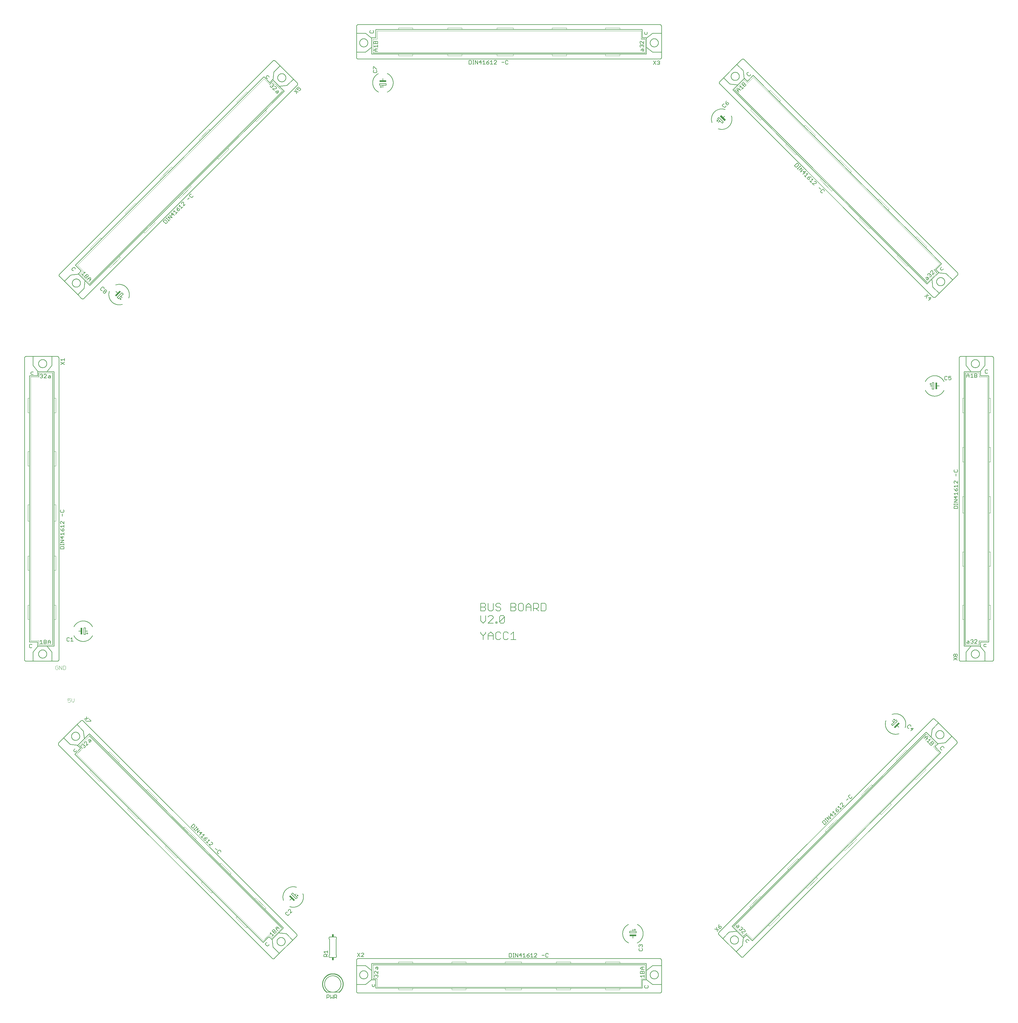
<source format=gbr>
G04 EAGLE Gerber RS-274X export*
G75*
%MOMM*%
%FSLAX34Y34*%
%LPD*%
%INSilkscreen Top*%
%IPPOS*%
%AMOC8*
5,1,8,0,0,1.08239X$1,22.5*%
G01*
%ADD10C,0.203200*%
%ADD11C,0.152400*%
%ADD12C,0.050800*%
%ADD13C,0.127000*%
%ADD14C,0.101600*%
%ADD15C,0.254000*%
%ADD16R,0.609600X0.863600*%
%ADD17R,0.508000X2.032000*%
%ADD18R,2.032000X0.508000*%


D10*
X-87884Y-316484D02*
X-87884Y-293096D01*
X-76190Y-293096D01*
X-72292Y-296994D01*
X-72292Y-300892D01*
X-76190Y-304790D01*
X-72292Y-308688D01*
X-72292Y-312586D01*
X-76190Y-316484D01*
X-87884Y-316484D01*
X-87884Y-304790D02*
X-76190Y-304790D01*
X-64496Y-312586D02*
X-64496Y-293096D01*
X-64496Y-312586D02*
X-60598Y-316484D01*
X-52802Y-316484D01*
X-48904Y-312586D01*
X-48904Y-293096D01*
X-29414Y-293096D02*
X-25516Y-296994D01*
X-29414Y-293096D02*
X-37210Y-293096D01*
X-41108Y-296994D01*
X-41108Y-300892D01*
X-37210Y-304790D01*
X-29414Y-304790D01*
X-25516Y-308688D01*
X-25516Y-312586D01*
X-29414Y-316484D01*
X-37210Y-316484D01*
X-41108Y-312586D01*
X5668Y-316484D02*
X5668Y-293096D01*
X17362Y-293096D01*
X21260Y-296994D01*
X21260Y-300892D01*
X17362Y-304790D01*
X21260Y-308688D01*
X21260Y-312586D01*
X17362Y-316484D01*
X5668Y-316484D01*
X5668Y-304790D02*
X17362Y-304790D01*
X32954Y-293096D02*
X40750Y-293096D01*
X32954Y-293096D02*
X29056Y-296994D01*
X29056Y-312586D01*
X32954Y-316484D01*
X40750Y-316484D01*
X44648Y-312586D01*
X44648Y-296994D01*
X40750Y-293096D01*
X52444Y-300892D02*
X52444Y-316484D01*
X52444Y-300892D02*
X60240Y-293096D01*
X68036Y-300892D01*
X68036Y-316484D01*
X68036Y-304790D02*
X52444Y-304790D01*
X75832Y-316484D02*
X75832Y-293096D01*
X87526Y-293096D01*
X91424Y-296994D01*
X91424Y-304790D01*
X87526Y-308688D01*
X75832Y-308688D01*
X83628Y-308688D02*
X91424Y-316484D01*
X99220Y-316484D02*
X99220Y-293096D01*
X99220Y-316484D02*
X110914Y-316484D01*
X114812Y-312586D01*
X114812Y-296994D01*
X110914Y-293096D01*
X99220Y-293096D01*
X-87884Y-381996D02*
X-87884Y-385894D01*
X-80088Y-393690D01*
X-72292Y-385894D01*
X-72292Y-381996D01*
X-80088Y-393690D02*
X-80088Y-405384D01*
X-64496Y-405384D02*
X-64496Y-389792D01*
X-56700Y-381996D01*
X-48904Y-389792D01*
X-48904Y-405384D01*
X-48904Y-393690D02*
X-64496Y-393690D01*
X-29414Y-381996D02*
X-25516Y-385894D01*
X-29414Y-381996D02*
X-37210Y-381996D01*
X-41108Y-385894D01*
X-41108Y-401486D01*
X-37210Y-405384D01*
X-29414Y-405384D01*
X-25516Y-401486D01*
X-6026Y-381996D02*
X-2128Y-385894D01*
X-6026Y-381996D02*
X-13822Y-381996D01*
X-17720Y-385894D01*
X-17720Y-401486D01*
X-13822Y-405384D01*
X-6026Y-405384D01*
X-2128Y-401486D01*
X5668Y-389792D02*
X13464Y-381996D01*
X13464Y-405384D01*
X5668Y-405384D02*
X21260Y-405384D01*
X-87884Y-346788D02*
X-87884Y-331196D01*
X-87884Y-346788D02*
X-80088Y-354584D01*
X-72292Y-346788D01*
X-72292Y-331196D01*
X-64496Y-354584D02*
X-48904Y-354584D01*
X-64496Y-354584D02*
X-48904Y-338992D01*
X-48904Y-335094D01*
X-52802Y-331196D01*
X-60598Y-331196D01*
X-64496Y-335094D01*
X-41108Y-350686D02*
X-41108Y-354584D01*
X-41108Y-350686D02*
X-37210Y-350686D01*
X-37210Y-354584D01*
X-41108Y-354584D01*
X-29414Y-350686D02*
X-29414Y-335094D01*
X-25516Y-331196D01*
X-17720Y-331196D01*
X-13822Y-335094D01*
X-13822Y-350686D01*
X-17720Y-354584D01*
X-25516Y-354584D01*
X-29414Y-350686D01*
X-13822Y-335094D01*
D11*
X-1409700Y-342900D02*
X-1409700Y-425450D01*
X-1409700Y-342900D02*
X-1409700Y-298450D01*
X-1409700Y425450D02*
X-1431290Y425450D01*
X-1460500Y425450D02*
X-1460500Y412750D01*
X-1485900Y412750D01*
X-1485900Y342900D01*
X-1485900Y298450D01*
X-1485900Y-412750D02*
X-1460500Y-412750D01*
X-1460500Y-425450D01*
X-1474470Y-444500D02*
X-1474470Y-472440D01*
X-1416050Y-472440D01*
X-1416050Y-444500D01*
X-1431290Y-425450D01*
X-1409700Y-425450D01*
X-1416050Y444500D02*
X-1416050Y472440D01*
X-1474470Y472440D01*
X-1431290Y425450D02*
X-1416050Y444500D01*
X-1474470Y444500D02*
X-1474470Y472440D01*
X-1496060Y472440D01*
X-1413510Y421640D02*
X-1413510Y-421640D01*
D12*
X-1456690Y-421640D01*
X-1456690Y-408940D01*
X-1482090Y-408940D01*
X-1482090Y408940D01*
X-1456690Y408940D01*
X-1456690Y421640D02*
X-1413510Y421640D01*
D11*
X-1456690Y421640D02*
X-1456690Y408940D01*
D12*
X-1409700Y-342900D02*
X-1404620Y-342900D01*
X-1404620Y-298450D01*
X-1409700Y-298450D01*
X-1485900Y-298450D02*
X-1490980Y-298450D01*
X-1490980Y-342900D01*
X-1485900Y-342900D01*
X-1409700Y-190500D02*
X-1404620Y-190500D01*
X-1404620Y-146050D01*
X-1409700Y-146050D01*
X-1485900Y-146050D02*
X-1490980Y-146050D01*
X-1490980Y-190500D01*
X-1485900Y-190500D01*
X-1409700Y298450D02*
X-1404620Y298450D01*
X-1404620Y342900D01*
X-1409700Y342900D01*
X-1409700Y133350D02*
X-1404620Y133350D01*
X-1404620Y177800D01*
X-1409700Y177800D01*
X-1485900Y342900D02*
X-1490980Y342900D01*
X-1490980Y298450D01*
X-1485900Y298450D01*
X-1485900Y177800D02*
X-1490980Y177800D01*
X-1490980Y133350D01*
X-1485900Y133350D01*
X-1409700Y-38100D02*
X-1404620Y-38100D01*
X-1404620Y12700D01*
X-1409700Y12700D01*
X-1485900Y12700D02*
X-1490980Y12700D01*
X-1490980Y-38100D01*
X-1485900Y-38100D01*
D11*
X-1485900Y-190500D02*
X-1485900Y-298450D01*
X-1409700Y-190500D02*
X-1409700Y-146050D01*
X-1485900Y-146050D02*
X-1485900Y-190500D01*
X-1409700Y-146050D02*
X-1409700Y-38100D01*
X-1485900Y-38100D02*
X-1485900Y-146050D01*
X-1485900Y-38100D02*
X-1485900Y12700D01*
X-1409700Y12700D02*
X-1409700Y-38100D01*
X-1409700Y12700D02*
X-1409700Y133350D01*
X-1409700Y177800D01*
X-1485900Y133350D02*
X-1485900Y12700D01*
X-1485900Y133350D02*
X-1485900Y177800D01*
X-1409700Y177800D02*
X-1409700Y298450D01*
X-1416050Y-472440D02*
X-1399540Y-472440D01*
X-1474470Y-472440D02*
X-1496060Y-472440D01*
X-1399540Y-472440D02*
X-1399400Y-472438D01*
X-1399260Y-472432D01*
X-1399120Y-472423D01*
X-1398981Y-472409D01*
X-1398842Y-472392D01*
X-1398704Y-472371D01*
X-1398566Y-472346D01*
X-1398429Y-472317D01*
X-1398293Y-472285D01*
X-1398158Y-472248D01*
X-1398024Y-472208D01*
X-1397891Y-472165D01*
X-1397759Y-472117D01*
X-1397628Y-472067D01*
X-1397499Y-472012D01*
X-1397372Y-471954D01*
X-1397246Y-471893D01*
X-1397122Y-471828D01*
X-1397000Y-471759D01*
X-1396880Y-471688D01*
X-1396762Y-471613D01*
X-1396645Y-471535D01*
X-1396531Y-471453D01*
X-1396420Y-471369D01*
X-1396311Y-471281D01*
X-1396204Y-471191D01*
X-1396099Y-471097D01*
X-1395998Y-471001D01*
X-1395899Y-470902D01*
X-1395803Y-470801D01*
X-1395709Y-470696D01*
X-1395619Y-470589D01*
X-1395531Y-470480D01*
X-1395447Y-470369D01*
X-1395365Y-470255D01*
X-1395287Y-470138D01*
X-1395212Y-470020D01*
X-1395141Y-469900D01*
X-1395072Y-469778D01*
X-1395007Y-469654D01*
X-1394946Y-469528D01*
X-1394888Y-469401D01*
X-1394833Y-469272D01*
X-1394783Y-469141D01*
X-1394735Y-469009D01*
X-1394692Y-468876D01*
X-1394652Y-468742D01*
X-1394615Y-468607D01*
X-1394583Y-468471D01*
X-1394554Y-468334D01*
X-1394529Y-468196D01*
X-1394508Y-468058D01*
X-1394491Y-467919D01*
X-1394477Y-467780D01*
X-1394468Y-467640D01*
X-1394462Y-467500D01*
X-1394460Y-467360D01*
X-1496060Y-472440D02*
X-1496200Y-472438D01*
X-1496340Y-472432D01*
X-1496480Y-472423D01*
X-1496619Y-472409D01*
X-1496758Y-472392D01*
X-1496896Y-472371D01*
X-1497034Y-472346D01*
X-1497171Y-472317D01*
X-1497307Y-472285D01*
X-1497442Y-472248D01*
X-1497576Y-472208D01*
X-1497709Y-472165D01*
X-1497841Y-472117D01*
X-1497972Y-472067D01*
X-1498101Y-472012D01*
X-1498228Y-471954D01*
X-1498354Y-471893D01*
X-1498478Y-471828D01*
X-1498600Y-471759D01*
X-1498720Y-471688D01*
X-1498838Y-471613D01*
X-1498955Y-471535D01*
X-1499069Y-471453D01*
X-1499180Y-471369D01*
X-1499289Y-471281D01*
X-1499396Y-471191D01*
X-1499501Y-471097D01*
X-1499602Y-471001D01*
X-1499701Y-470902D01*
X-1499797Y-470801D01*
X-1499891Y-470696D01*
X-1499981Y-470589D01*
X-1500069Y-470480D01*
X-1500153Y-470369D01*
X-1500235Y-470255D01*
X-1500313Y-470138D01*
X-1500388Y-470020D01*
X-1500459Y-469900D01*
X-1500528Y-469778D01*
X-1500593Y-469654D01*
X-1500654Y-469528D01*
X-1500712Y-469401D01*
X-1500767Y-469272D01*
X-1500817Y-469141D01*
X-1500865Y-469009D01*
X-1500908Y-468876D01*
X-1500948Y-468742D01*
X-1500985Y-468607D01*
X-1501017Y-468471D01*
X-1501046Y-468334D01*
X-1501071Y-468196D01*
X-1501092Y-468058D01*
X-1501109Y-467919D01*
X-1501123Y-467780D01*
X-1501132Y-467640D01*
X-1501138Y-467500D01*
X-1501140Y-467360D01*
X-1416050Y472440D02*
X-1399540Y472440D01*
X-1394460Y467360D02*
X-1394460Y-467360D01*
X-1501140Y-467360D02*
X-1501140Y467360D01*
X-1399540Y472440D02*
X-1399400Y472438D01*
X-1399260Y472432D01*
X-1399120Y472423D01*
X-1398981Y472409D01*
X-1398842Y472392D01*
X-1398704Y472371D01*
X-1398566Y472346D01*
X-1398429Y472317D01*
X-1398293Y472285D01*
X-1398158Y472248D01*
X-1398024Y472208D01*
X-1397891Y472165D01*
X-1397759Y472117D01*
X-1397628Y472067D01*
X-1397499Y472012D01*
X-1397372Y471954D01*
X-1397246Y471893D01*
X-1397122Y471828D01*
X-1397000Y471759D01*
X-1396880Y471688D01*
X-1396762Y471613D01*
X-1396645Y471535D01*
X-1396531Y471453D01*
X-1396420Y471369D01*
X-1396311Y471281D01*
X-1396204Y471191D01*
X-1396099Y471097D01*
X-1395998Y471001D01*
X-1395899Y470902D01*
X-1395803Y470801D01*
X-1395709Y470696D01*
X-1395619Y470589D01*
X-1395531Y470480D01*
X-1395447Y470369D01*
X-1395365Y470255D01*
X-1395287Y470138D01*
X-1395212Y470020D01*
X-1395141Y469900D01*
X-1395072Y469778D01*
X-1395007Y469654D01*
X-1394946Y469528D01*
X-1394888Y469401D01*
X-1394833Y469272D01*
X-1394783Y469141D01*
X-1394735Y469009D01*
X-1394692Y468876D01*
X-1394652Y468742D01*
X-1394615Y468607D01*
X-1394583Y468471D01*
X-1394554Y468334D01*
X-1394529Y468196D01*
X-1394508Y468058D01*
X-1394491Y467919D01*
X-1394477Y467780D01*
X-1394468Y467640D01*
X-1394462Y467500D01*
X-1394460Y467360D01*
X-1496060Y472440D02*
X-1496200Y472438D01*
X-1496340Y472432D01*
X-1496480Y472423D01*
X-1496619Y472409D01*
X-1496758Y472392D01*
X-1496896Y472371D01*
X-1497034Y472346D01*
X-1497171Y472317D01*
X-1497307Y472285D01*
X-1497442Y472248D01*
X-1497576Y472208D01*
X-1497709Y472165D01*
X-1497841Y472117D01*
X-1497972Y472067D01*
X-1498101Y472012D01*
X-1498228Y471954D01*
X-1498354Y471893D01*
X-1498478Y471828D01*
X-1498600Y471759D01*
X-1498720Y471688D01*
X-1498838Y471613D01*
X-1498955Y471535D01*
X-1499069Y471453D01*
X-1499180Y471369D01*
X-1499289Y471281D01*
X-1499396Y471191D01*
X-1499501Y471097D01*
X-1499602Y471001D01*
X-1499701Y470902D01*
X-1499797Y470801D01*
X-1499891Y470696D01*
X-1499981Y470589D01*
X-1500069Y470480D01*
X-1500153Y470369D01*
X-1500235Y470255D01*
X-1500313Y470138D01*
X-1500388Y470020D01*
X-1500459Y469900D01*
X-1500528Y469778D01*
X-1500593Y469654D01*
X-1500654Y469528D01*
X-1500712Y469401D01*
X-1500767Y469272D01*
X-1500817Y469141D01*
X-1500865Y469009D01*
X-1500908Y468876D01*
X-1500948Y468742D01*
X-1500985Y468607D01*
X-1501017Y468471D01*
X-1501046Y468334D01*
X-1501071Y468196D01*
X-1501092Y468058D01*
X-1501109Y467919D01*
X-1501123Y467780D01*
X-1501132Y467640D01*
X-1501138Y467500D01*
X-1501140Y467360D01*
X-1459230Y425450D02*
X-1431290Y425450D01*
X-1459230Y425450D02*
X-1460500Y425450D01*
X-1459230Y425450D02*
X-1474470Y444500D01*
X-1460500Y-425450D02*
X-1459230Y-425450D01*
X-1431290Y-425450D01*
X-1459230Y-425450D02*
X-1474470Y-444500D01*
X-1409700Y298450D02*
X-1409700Y425450D01*
X-1485900Y298450D02*
X-1485900Y177800D01*
X-1485900Y-298450D02*
X-1485900Y-412750D01*
X-1409700Y-298450D02*
X-1409700Y-190500D01*
X-1457452Y450088D02*
X-1457448Y450400D01*
X-1457437Y450711D01*
X-1457418Y451022D01*
X-1457391Y451333D01*
X-1457356Y451643D01*
X-1457315Y451951D01*
X-1457265Y452259D01*
X-1457208Y452566D01*
X-1457143Y452871D01*
X-1457071Y453174D01*
X-1456992Y453475D01*
X-1456905Y453775D01*
X-1456811Y454072D01*
X-1456710Y454367D01*
X-1456601Y454659D01*
X-1456485Y454948D01*
X-1456362Y455235D01*
X-1456233Y455518D01*
X-1456096Y455798D01*
X-1455952Y456075D01*
X-1455802Y456348D01*
X-1455645Y456617D01*
X-1455482Y456882D01*
X-1455312Y457144D01*
X-1455135Y457401D01*
X-1454953Y457653D01*
X-1454764Y457901D01*
X-1454569Y458145D01*
X-1454369Y458383D01*
X-1454162Y458617D01*
X-1453950Y458845D01*
X-1453732Y459068D01*
X-1453509Y459286D01*
X-1453281Y459498D01*
X-1453047Y459705D01*
X-1452809Y459905D01*
X-1452565Y460100D01*
X-1452317Y460289D01*
X-1452065Y460471D01*
X-1451808Y460648D01*
X-1451546Y460818D01*
X-1451281Y460981D01*
X-1451012Y461138D01*
X-1450739Y461288D01*
X-1450462Y461432D01*
X-1450182Y461569D01*
X-1449899Y461698D01*
X-1449612Y461821D01*
X-1449323Y461937D01*
X-1449031Y462046D01*
X-1448736Y462147D01*
X-1448439Y462241D01*
X-1448139Y462328D01*
X-1447838Y462407D01*
X-1447535Y462479D01*
X-1447230Y462544D01*
X-1446923Y462601D01*
X-1446615Y462651D01*
X-1446307Y462692D01*
X-1445997Y462727D01*
X-1445686Y462754D01*
X-1445375Y462773D01*
X-1445064Y462784D01*
X-1444752Y462788D01*
X-1444440Y462784D01*
X-1444129Y462773D01*
X-1443818Y462754D01*
X-1443507Y462727D01*
X-1443197Y462692D01*
X-1442889Y462651D01*
X-1442581Y462601D01*
X-1442274Y462544D01*
X-1441969Y462479D01*
X-1441666Y462407D01*
X-1441365Y462328D01*
X-1441065Y462241D01*
X-1440768Y462147D01*
X-1440473Y462046D01*
X-1440181Y461937D01*
X-1439892Y461821D01*
X-1439605Y461698D01*
X-1439322Y461569D01*
X-1439042Y461432D01*
X-1438765Y461288D01*
X-1438492Y461138D01*
X-1438223Y460981D01*
X-1437958Y460818D01*
X-1437696Y460648D01*
X-1437439Y460471D01*
X-1437187Y460289D01*
X-1436939Y460100D01*
X-1436695Y459905D01*
X-1436457Y459705D01*
X-1436223Y459498D01*
X-1435995Y459286D01*
X-1435772Y459068D01*
X-1435554Y458845D01*
X-1435342Y458617D01*
X-1435135Y458383D01*
X-1434935Y458145D01*
X-1434740Y457901D01*
X-1434551Y457653D01*
X-1434369Y457401D01*
X-1434192Y457144D01*
X-1434022Y456882D01*
X-1433859Y456617D01*
X-1433702Y456348D01*
X-1433552Y456075D01*
X-1433408Y455798D01*
X-1433271Y455518D01*
X-1433142Y455235D01*
X-1433019Y454948D01*
X-1432903Y454659D01*
X-1432794Y454367D01*
X-1432693Y454072D01*
X-1432599Y453775D01*
X-1432512Y453475D01*
X-1432433Y453174D01*
X-1432361Y452871D01*
X-1432296Y452566D01*
X-1432239Y452259D01*
X-1432189Y451951D01*
X-1432148Y451643D01*
X-1432113Y451333D01*
X-1432086Y451022D01*
X-1432067Y450711D01*
X-1432056Y450400D01*
X-1432052Y450088D01*
X-1432056Y449776D01*
X-1432067Y449465D01*
X-1432086Y449154D01*
X-1432113Y448843D01*
X-1432148Y448533D01*
X-1432189Y448225D01*
X-1432239Y447917D01*
X-1432296Y447610D01*
X-1432361Y447305D01*
X-1432433Y447002D01*
X-1432512Y446701D01*
X-1432599Y446401D01*
X-1432693Y446104D01*
X-1432794Y445809D01*
X-1432903Y445517D01*
X-1433019Y445228D01*
X-1433142Y444941D01*
X-1433271Y444658D01*
X-1433408Y444378D01*
X-1433552Y444101D01*
X-1433702Y443828D01*
X-1433859Y443559D01*
X-1434022Y443294D01*
X-1434192Y443032D01*
X-1434369Y442775D01*
X-1434551Y442523D01*
X-1434740Y442275D01*
X-1434935Y442031D01*
X-1435135Y441793D01*
X-1435342Y441559D01*
X-1435554Y441331D01*
X-1435772Y441108D01*
X-1435995Y440890D01*
X-1436223Y440678D01*
X-1436457Y440471D01*
X-1436695Y440271D01*
X-1436939Y440076D01*
X-1437187Y439887D01*
X-1437439Y439705D01*
X-1437696Y439528D01*
X-1437958Y439358D01*
X-1438223Y439195D01*
X-1438492Y439038D01*
X-1438765Y438888D01*
X-1439042Y438744D01*
X-1439322Y438607D01*
X-1439605Y438478D01*
X-1439892Y438355D01*
X-1440181Y438239D01*
X-1440473Y438130D01*
X-1440768Y438029D01*
X-1441065Y437935D01*
X-1441365Y437848D01*
X-1441666Y437769D01*
X-1441969Y437697D01*
X-1442274Y437632D01*
X-1442581Y437575D01*
X-1442889Y437525D01*
X-1443197Y437484D01*
X-1443507Y437449D01*
X-1443818Y437422D01*
X-1444129Y437403D01*
X-1444440Y437392D01*
X-1444752Y437388D01*
X-1445064Y437392D01*
X-1445375Y437403D01*
X-1445686Y437422D01*
X-1445997Y437449D01*
X-1446307Y437484D01*
X-1446615Y437525D01*
X-1446923Y437575D01*
X-1447230Y437632D01*
X-1447535Y437697D01*
X-1447838Y437769D01*
X-1448139Y437848D01*
X-1448439Y437935D01*
X-1448736Y438029D01*
X-1449031Y438130D01*
X-1449323Y438239D01*
X-1449612Y438355D01*
X-1449899Y438478D01*
X-1450182Y438607D01*
X-1450462Y438744D01*
X-1450739Y438888D01*
X-1451012Y439038D01*
X-1451281Y439195D01*
X-1451546Y439358D01*
X-1451808Y439528D01*
X-1452065Y439705D01*
X-1452317Y439887D01*
X-1452565Y440076D01*
X-1452809Y440271D01*
X-1453047Y440471D01*
X-1453281Y440678D01*
X-1453509Y440890D01*
X-1453732Y441108D01*
X-1453950Y441331D01*
X-1454162Y441559D01*
X-1454369Y441793D01*
X-1454569Y442031D01*
X-1454764Y442275D01*
X-1454953Y442523D01*
X-1455135Y442775D01*
X-1455312Y443032D01*
X-1455482Y443294D01*
X-1455645Y443559D01*
X-1455802Y443828D01*
X-1455952Y444101D01*
X-1456096Y444378D01*
X-1456233Y444658D01*
X-1456362Y444941D01*
X-1456485Y445228D01*
X-1456601Y445517D01*
X-1456710Y445809D01*
X-1456811Y446104D01*
X-1456905Y446401D01*
X-1456992Y446701D01*
X-1457071Y447002D01*
X-1457143Y447305D01*
X-1457208Y447610D01*
X-1457265Y447917D01*
X-1457315Y448225D01*
X-1457356Y448533D01*
X-1457391Y448843D01*
X-1457418Y449154D01*
X-1457437Y449465D01*
X-1457448Y449776D01*
X-1457452Y450088D01*
X-1457452Y-450088D02*
X-1457448Y-449776D01*
X-1457437Y-449465D01*
X-1457418Y-449154D01*
X-1457391Y-448843D01*
X-1457356Y-448533D01*
X-1457315Y-448225D01*
X-1457265Y-447917D01*
X-1457208Y-447610D01*
X-1457143Y-447305D01*
X-1457071Y-447002D01*
X-1456992Y-446701D01*
X-1456905Y-446401D01*
X-1456811Y-446104D01*
X-1456710Y-445809D01*
X-1456601Y-445517D01*
X-1456485Y-445228D01*
X-1456362Y-444941D01*
X-1456233Y-444658D01*
X-1456096Y-444378D01*
X-1455952Y-444101D01*
X-1455802Y-443828D01*
X-1455645Y-443559D01*
X-1455482Y-443294D01*
X-1455312Y-443032D01*
X-1455135Y-442775D01*
X-1454953Y-442523D01*
X-1454764Y-442275D01*
X-1454569Y-442031D01*
X-1454369Y-441793D01*
X-1454162Y-441559D01*
X-1453950Y-441331D01*
X-1453732Y-441108D01*
X-1453509Y-440890D01*
X-1453281Y-440678D01*
X-1453047Y-440471D01*
X-1452809Y-440271D01*
X-1452565Y-440076D01*
X-1452317Y-439887D01*
X-1452065Y-439705D01*
X-1451808Y-439528D01*
X-1451546Y-439358D01*
X-1451281Y-439195D01*
X-1451012Y-439038D01*
X-1450739Y-438888D01*
X-1450462Y-438744D01*
X-1450182Y-438607D01*
X-1449899Y-438478D01*
X-1449612Y-438355D01*
X-1449323Y-438239D01*
X-1449031Y-438130D01*
X-1448736Y-438029D01*
X-1448439Y-437935D01*
X-1448139Y-437848D01*
X-1447838Y-437769D01*
X-1447535Y-437697D01*
X-1447230Y-437632D01*
X-1446923Y-437575D01*
X-1446615Y-437525D01*
X-1446307Y-437484D01*
X-1445997Y-437449D01*
X-1445686Y-437422D01*
X-1445375Y-437403D01*
X-1445064Y-437392D01*
X-1444752Y-437388D01*
X-1444440Y-437392D01*
X-1444129Y-437403D01*
X-1443818Y-437422D01*
X-1443507Y-437449D01*
X-1443197Y-437484D01*
X-1442889Y-437525D01*
X-1442581Y-437575D01*
X-1442274Y-437632D01*
X-1441969Y-437697D01*
X-1441666Y-437769D01*
X-1441365Y-437848D01*
X-1441065Y-437935D01*
X-1440768Y-438029D01*
X-1440473Y-438130D01*
X-1440181Y-438239D01*
X-1439892Y-438355D01*
X-1439605Y-438478D01*
X-1439322Y-438607D01*
X-1439042Y-438744D01*
X-1438765Y-438888D01*
X-1438492Y-439038D01*
X-1438223Y-439195D01*
X-1437958Y-439358D01*
X-1437696Y-439528D01*
X-1437439Y-439705D01*
X-1437187Y-439887D01*
X-1436939Y-440076D01*
X-1436695Y-440271D01*
X-1436457Y-440471D01*
X-1436223Y-440678D01*
X-1435995Y-440890D01*
X-1435772Y-441108D01*
X-1435554Y-441331D01*
X-1435342Y-441559D01*
X-1435135Y-441793D01*
X-1434935Y-442031D01*
X-1434740Y-442275D01*
X-1434551Y-442523D01*
X-1434369Y-442775D01*
X-1434192Y-443032D01*
X-1434022Y-443294D01*
X-1433859Y-443559D01*
X-1433702Y-443828D01*
X-1433552Y-444101D01*
X-1433408Y-444378D01*
X-1433271Y-444658D01*
X-1433142Y-444941D01*
X-1433019Y-445228D01*
X-1432903Y-445517D01*
X-1432794Y-445809D01*
X-1432693Y-446104D01*
X-1432599Y-446401D01*
X-1432512Y-446701D01*
X-1432433Y-447002D01*
X-1432361Y-447305D01*
X-1432296Y-447610D01*
X-1432239Y-447917D01*
X-1432189Y-448225D01*
X-1432148Y-448533D01*
X-1432113Y-448843D01*
X-1432086Y-449154D01*
X-1432067Y-449465D01*
X-1432056Y-449776D01*
X-1432052Y-450088D01*
X-1432056Y-450400D01*
X-1432067Y-450711D01*
X-1432086Y-451022D01*
X-1432113Y-451333D01*
X-1432148Y-451643D01*
X-1432189Y-451951D01*
X-1432239Y-452259D01*
X-1432296Y-452566D01*
X-1432361Y-452871D01*
X-1432433Y-453174D01*
X-1432512Y-453475D01*
X-1432599Y-453775D01*
X-1432693Y-454072D01*
X-1432794Y-454367D01*
X-1432903Y-454659D01*
X-1433019Y-454948D01*
X-1433142Y-455235D01*
X-1433271Y-455518D01*
X-1433408Y-455798D01*
X-1433552Y-456075D01*
X-1433702Y-456348D01*
X-1433859Y-456617D01*
X-1434022Y-456882D01*
X-1434192Y-457144D01*
X-1434369Y-457401D01*
X-1434551Y-457653D01*
X-1434740Y-457901D01*
X-1434935Y-458145D01*
X-1435135Y-458383D01*
X-1435342Y-458617D01*
X-1435554Y-458845D01*
X-1435772Y-459068D01*
X-1435995Y-459286D01*
X-1436223Y-459498D01*
X-1436457Y-459705D01*
X-1436695Y-459905D01*
X-1436939Y-460100D01*
X-1437187Y-460289D01*
X-1437439Y-460471D01*
X-1437696Y-460648D01*
X-1437958Y-460818D01*
X-1438223Y-460981D01*
X-1438492Y-461138D01*
X-1438765Y-461288D01*
X-1439042Y-461432D01*
X-1439322Y-461569D01*
X-1439605Y-461698D01*
X-1439892Y-461821D01*
X-1440181Y-461937D01*
X-1440473Y-462046D01*
X-1440768Y-462147D01*
X-1441065Y-462241D01*
X-1441365Y-462328D01*
X-1441666Y-462407D01*
X-1441969Y-462479D01*
X-1442274Y-462544D01*
X-1442581Y-462601D01*
X-1442889Y-462651D01*
X-1443197Y-462692D01*
X-1443507Y-462727D01*
X-1443818Y-462754D01*
X-1444129Y-462773D01*
X-1444440Y-462784D01*
X-1444752Y-462788D01*
X-1445064Y-462784D01*
X-1445375Y-462773D01*
X-1445686Y-462754D01*
X-1445997Y-462727D01*
X-1446307Y-462692D01*
X-1446615Y-462651D01*
X-1446923Y-462601D01*
X-1447230Y-462544D01*
X-1447535Y-462479D01*
X-1447838Y-462407D01*
X-1448139Y-462328D01*
X-1448439Y-462241D01*
X-1448736Y-462147D01*
X-1449031Y-462046D01*
X-1449323Y-461937D01*
X-1449612Y-461821D01*
X-1449899Y-461698D01*
X-1450182Y-461569D01*
X-1450462Y-461432D01*
X-1450739Y-461288D01*
X-1451012Y-461138D01*
X-1451281Y-460981D01*
X-1451546Y-460818D01*
X-1451808Y-460648D01*
X-1452065Y-460471D01*
X-1452317Y-460289D01*
X-1452565Y-460100D01*
X-1452809Y-459905D01*
X-1453047Y-459705D01*
X-1453281Y-459498D01*
X-1453509Y-459286D01*
X-1453732Y-459068D01*
X-1453950Y-458845D01*
X-1454162Y-458617D01*
X-1454369Y-458383D01*
X-1454569Y-458145D01*
X-1454764Y-457901D01*
X-1454953Y-457653D01*
X-1455135Y-457401D01*
X-1455312Y-457144D01*
X-1455482Y-456882D01*
X-1455645Y-456617D01*
X-1455802Y-456348D01*
X-1455952Y-456075D01*
X-1456096Y-455798D01*
X-1456233Y-455518D01*
X-1456362Y-455235D01*
X-1456485Y-454948D01*
X-1456601Y-454659D01*
X-1456710Y-454367D01*
X-1456811Y-454072D01*
X-1456905Y-453775D01*
X-1456992Y-453475D01*
X-1457071Y-453174D01*
X-1457143Y-452871D01*
X-1457208Y-452566D01*
X-1457265Y-452259D01*
X-1457315Y-451951D01*
X-1457356Y-451643D01*
X-1457391Y-451333D01*
X-1457418Y-451022D01*
X-1457437Y-450711D01*
X-1457448Y-450400D01*
X-1457452Y-450088D01*
D13*
X-1477902Y-421632D02*
X-1479809Y-419725D01*
X-1483622Y-419725D01*
X-1485529Y-421632D01*
X-1485529Y-429258D01*
X-1483622Y-431165D01*
X-1479809Y-431165D01*
X-1477902Y-429258D01*
X-1452773Y415298D02*
X-1450866Y417205D01*
X-1447053Y417205D01*
X-1445146Y415298D01*
X-1445146Y413392D01*
X-1447053Y411485D01*
X-1448960Y411485D01*
X-1447053Y411485D02*
X-1445146Y409578D01*
X-1445146Y407672D01*
X-1447053Y405765D01*
X-1450866Y405765D01*
X-1452773Y407672D01*
X-1441079Y405765D02*
X-1433452Y405765D01*
X-1441079Y405765D02*
X-1433452Y413392D01*
X-1433452Y415298D01*
X-1435359Y417205D01*
X-1439172Y417205D01*
X-1441079Y415298D01*
X-1428379Y-410839D02*
X-1428379Y-418465D01*
X-1428379Y-410839D02*
X-1424566Y-407025D01*
X-1420752Y-410839D01*
X-1420752Y-418465D01*
X-1420752Y-412745D02*
X-1428379Y-412745D01*
X-1448960Y-407025D02*
X-1452773Y-410839D01*
X-1448960Y-407025D02*
X-1448960Y-418465D01*
X-1452773Y-418465D02*
X-1445146Y-418465D01*
X-1441079Y-418465D02*
X-1441079Y-407025D01*
X-1435359Y-407025D01*
X-1433452Y-408932D01*
X-1433452Y-410839D01*
X-1435359Y-412745D01*
X-1433452Y-414652D01*
X-1433452Y-416558D01*
X-1435359Y-418465D01*
X-1441079Y-418465D01*
X-1441079Y-412745D02*
X-1435359Y-412745D01*
X-1390025Y-124101D02*
X-1378585Y-124101D01*
X-1378585Y-118381D01*
X-1380492Y-116474D01*
X-1388118Y-116474D01*
X-1390025Y-118381D01*
X-1390025Y-124101D01*
X-1378585Y-112407D02*
X-1378585Y-108594D01*
X-1378585Y-110500D02*
X-1390025Y-110500D01*
X-1390025Y-108594D02*
X-1390025Y-112407D01*
X-1390025Y-104611D02*
X-1378585Y-104611D01*
X-1378585Y-96985D02*
X-1390025Y-104611D01*
X-1390025Y-96985D02*
X-1378585Y-96985D01*
X-1378585Y-87197D02*
X-1390025Y-87197D01*
X-1384305Y-92917D01*
X-1384305Y-85291D01*
X-1386211Y-81223D02*
X-1390025Y-77410D01*
X-1378585Y-77410D01*
X-1378585Y-81223D02*
X-1378585Y-73597D01*
X-1388118Y-65716D02*
X-1390025Y-61903D01*
X-1388118Y-65716D02*
X-1384305Y-69529D01*
X-1380492Y-69529D01*
X-1378585Y-67622D01*
X-1378585Y-63809D01*
X-1380492Y-61903D01*
X-1382398Y-61903D01*
X-1384305Y-63809D01*
X-1384305Y-69529D01*
X-1386211Y-57835D02*
X-1390025Y-54022D01*
X-1378585Y-54022D01*
X-1378585Y-57835D02*
X-1378585Y-50209D01*
X-1378585Y-46141D02*
X-1378585Y-38515D01*
X-1378585Y-46141D02*
X-1386211Y-38515D01*
X-1388118Y-38515D01*
X-1390025Y-40421D01*
X-1390025Y-44235D01*
X-1388118Y-46141D01*
X-1384305Y-22753D02*
X-1384305Y-15127D01*
X-1390025Y-5339D02*
X-1388118Y-3433D01*
X-1390025Y-5339D02*
X-1390025Y-9153D01*
X-1388118Y-11059D01*
X-1380492Y-11059D01*
X-1378585Y-9153D01*
X-1378585Y-5339D01*
X-1380492Y-3433D01*
X-1422659Y413392D02*
X-1426472Y413392D01*
X-1422659Y413392D02*
X-1420752Y411485D01*
X-1420752Y405765D01*
X-1426472Y405765D01*
X-1428379Y407672D01*
X-1426472Y409578D01*
X-1420752Y409578D01*
X-1473602Y424092D02*
X-1479322Y424092D01*
X-1481229Y422185D01*
X-1481229Y418372D01*
X-1479322Y416465D01*
X-1473602Y416465D01*
X-1388755Y447147D02*
X-1377315Y454774D01*
X-1377315Y447147D02*
X-1388755Y454774D01*
X-1384941Y458841D02*
X-1388755Y462654D01*
X-1377315Y462654D01*
X-1377315Y458841D02*
X-1377315Y466468D01*
D11*
X342900Y-1409700D02*
X425450Y-1409700D01*
X342900Y-1409700D02*
X298450Y-1409700D01*
X-425450Y-1409700D02*
X-425450Y-1431290D01*
X-425450Y-1460500D02*
X-412750Y-1460500D01*
X-412750Y-1485900D01*
X-342900Y-1485900D01*
X-298450Y-1485900D01*
X412750Y-1485900D02*
X412750Y-1460500D01*
X425450Y-1460500D01*
X444500Y-1474470D02*
X472440Y-1474470D01*
X472440Y-1416050D01*
X444500Y-1416050D01*
X425450Y-1431290D01*
X425450Y-1409700D01*
X-444500Y-1416050D02*
X-472440Y-1416050D01*
X-472440Y-1474470D01*
X-425450Y-1431290D02*
X-444500Y-1416050D01*
X-444500Y-1474470D02*
X-472440Y-1474470D01*
X-472440Y-1496060D01*
X-421640Y-1413510D02*
X421640Y-1413510D01*
D12*
X421640Y-1456690D01*
X408940Y-1456690D01*
X408940Y-1482090D01*
X-408940Y-1482090D01*
X-408940Y-1456690D01*
X-421640Y-1456690D02*
X-421640Y-1413510D01*
D11*
X-421640Y-1456690D02*
X-408940Y-1456690D01*
D12*
X342900Y-1409700D02*
X342900Y-1404620D01*
X298450Y-1404620D01*
X298450Y-1409700D01*
X298450Y-1485900D02*
X298450Y-1490980D01*
X342900Y-1490980D01*
X342900Y-1485900D01*
X190500Y-1409700D02*
X190500Y-1404620D01*
X146050Y-1404620D01*
X146050Y-1409700D01*
X146050Y-1485900D02*
X146050Y-1490980D01*
X190500Y-1490980D01*
X190500Y-1485900D01*
X-298450Y-1409700D02*
X-298450Y-1404620D01*
X-342900Y-1404620D01*
X-342900Y-1409700D01*
X-133350Y-1409700D02*
X-133350Y-1404620D01*
X-177800Y-1404620D01*
X-177800Y-1409700D01*
X-342900Y-1485900D02*
X-342900Y-1490980D01*
X-298450Y-1490980D01*
X-298450Y-1485900D01*
X-177800Y-1485900D02*
X-177800Y-1490980D01*
X-133350Y-1490980D01*
X-133350Y-1485900D01*
X38100Y-1409700D02*
X38100Y-1404620D01*
X-12700Y-1404620D01*
X-12700Y-1409700D01*
X-12700Y-1485900D02*
X-12700Y-1490980D01*
X38100Y-1490980D01*
X38100Y-1485900D01*
D11*
X190500Y-1485900D02*
X298450Y-1485900D01*
X190500Y-1409700D02*
X146050Y-1409700D01*
X146050Y-1485900D02*
X190500Y-1485900D01*
X146050Y-1409700D02*
X38100Y-1409700D01*
X38100Y-1485900D02*
X146050Y-1485900D01*
X38100Y-1485900D02*
X-12700Y-1485900D01*
X-12700Y-1409700D02*
X38100Y-1409700D01*
X-12700Y-1409700D02*
X-133350Y-1409700D01*
X-177800Y-1409700D01*
X-133350Y-1485900D02*
X-12700Y-1485900D01*
X-133350Y-1485900D02*
X-177800Y-1485900D01*
X-177800Y-1409700D02*
X-298450Y-1409700D01*
X472440Y-1416050D02*
X472440Y-1399540D01*
X472440Y-1474470D02*
X472440Y-1496060D01*
X472440Y-1399540D02*
X472438Y-1399400D01*
X472432Y-1399260D01*
X472423Y-1399120D01*
X472409Y-1398981D01*
X472392Y-1398842D01*
X472371Y-1398704D01*
X472346Y-1398566D01*
X472317Y-1398429D01*
X472285Y-1398293D01*
X472248Y-1398158D01*
X472208Y-1398024D01*
X472165Y-1397891D01*
X472117Y-1397759D01*
X472067Y-1397628D01*
X472012Y-1397499D01*
X471954Y-1397372D01*
X471893Y-1397246D01*
X471828Y-1397122D01*
X471759Y-1397000D01*
X471688Y-1396880D01*
X471613Y-1396762D01*
X471535Y-1396645D01*
X471453Y-1396531D01*
X471369Y-1396420D01*
X471281Y-1396311D01*
X471191Y-1396204D01*
X471097Y-1396099D01*
X471001Y-1395998D01*
X470902Y-1395899D01*
X470801Y-1395803D01*
X470696Y-1395709D01*
X470589Y-1395619D01*
X470480Y-1395531D01*
X470369Y-1395447D01*
X470255Y-1395365D01*
X470138Y-1395287D01*
X470020Y-1395212D01*
X469900Y-1395141D01*
X469778Y-1395072D01*
X469654Y-1395007D01*
X469528Y-1394946D01*
X469401Y-1394888D01*
X469272Y-1394833D01*
X469141Y-1394783D01*
X469009Y-1394735D01*
X468876Y-1394692D01*
X468742Y-1394652D01*
X468607Y-1394615D01*
X468471Y-1394583D01*
X468334Y-1394554D01*
X468196Y-1394529D01*
X468058Y-1394508D01*
X467919Y-1394491D01*
X467780Y-1394477D01*
X467640Y-1394468D01*
X467500Y-1394462D01*
X467360Y-1394460D01*
X472440Y-1496060D02*
X472438Y-1496200D01*
X472432Y-1496340D01*
X472423Y-1496480D01*
X472409Y-1496619D01*
X472392Y-1496758D01*
X472371Y-1496896D01*
X472346Y-1497034D01*
X472317Y-1497171D01*
X472285Y-1497307D01*
X472248Y-1497442D01*
X472208Y-1497576D01*
X472165Y-1497709D01*
X472117Y-1497841D01*
X472067Y-1497972D01*
X472012Y-1498101D01*
X471954Y-1498228D01*
X471893Y-1498354D01*
X471828Y-1498478D01*
X471759Y-1498600D01*
X471688Y-1498720D01*
X471613Y-1498838D01*
X471535Y-1498955D01*
X471453Y-1499069D01*
X471369Y-1499180D01*
X471281Y-1499289D01*
X471191Y-1499396D01*
X471097Y-1499501D01*
X471001Y-1499602D01*
X470902Y-1499701D01*
X470801Y-1499797D01*
X470696Y-1499891D01*
X470589Y-1499981D01*
X470480Y-1500069D01*
X470369Y-1500153D01*
X470255Y-1500235D01*
X470138Y-1500313D01*
X470020Y-1500388D01*
X469900Y-1500459D01*
X469778Y-1500528D01*
X469654Y-1500593D01*
X469528Y-1500654D01*
X469401Y-1500712D01*
X469272Y-1500767D01*
X469141Y-1500817D01*
X469009Y-1500865D01*
X468876Y-1500908D01*
X468742Y-1500948D01*
X468607Y-1500985D01*
X468471Y-1501017D01*
X468334Y-1501046D01*
X468196Y-1501071D01*
X468058Y-1501092D01*
X467919Y-1501109D01*
X467780Y-1501123D01*
X467640Y-1501132D01*
X467500Y-1501138D01*
X467360Y-1501140D01*
X-472440Y-1416050D02*
X-472440Y-1399540D01*
X-467360Y-1394460D02*
X467360Y-1394460D01*
X467360Y-1501140D02*
X-467360Y-1501140D01*
X-472440Y-1399540D02*
X-472438Y-1399400D01*
X-472432Y-1399260D01*
X-472423Y-1399120D01*
X-472409Y-1398981D01*
X-472392Y-1398842D01*
X-472371Y-1398704D01*
X-472346Y-1398566D01*
X-472317Y-1398429D01*
X-472285Y-1398293D01*
X-472248Y-1398158D01*
X-472208Y-1398024D01*
X-472165Y-1397891D01*
X-472117Y-1397759D01*
X-472067Y-1397628D01*
X-472012Y-1397499D01*
X-471954Y-1397372D01*
X-471893Y-1397246D01*
X-471828Y-1397122D01*
X-471759Y-1397000D01*
X-471688Y-1396880D01*
X-471613Y-1396762D01*
X-471535Y-1396645D01*
X-471453Y-1396531D01*
X-471369Y-1396420D01*
X-471281Y-1396311D01*
X-471191Y-1396204D01*
X-471097Y-1396099D01*
X-471001Y-1395998D01*
X-470902Y-1395899D01*
X-470801Y-1395803D01*
X-470696Y-1395709D01*
X-470589Y-1395619D01*
X-470480Y-1395531D01*
X-470369Y-1395447D01*
X-470255Y-1395365D01*
X-470138Y-1395287D01*
X-470020Y-1395212D01*
X-469900Y-1395141D01*
X-469778Y-1395072D01*
X-469654Y-1395007D01*
X-469528Y-1394946D01*
X-469401Y-1394888D01*
X-469272Y-1394833D01*
X-469141Y-1394783D01*
X-469009Y-1394735D01*
X-468876Y-1394692D01*
X-468742Y-1394652D01*
X-468607Y-1394615D01*
X-468471Y-1394583D01*
X-468334Y-1394554D01*
X-468196Y-1394529D01*
X-468058Y-1394508D01*
X-467919Y-1394491D01*
X-467780Y-1394477D01*
X-467640Y-1394468D01*
X-467500Y-1394462D01*
X-467360Y-1394460D01*
X-472440Y-1496060D02*
X-472438Y-1496200D01*
X-472432Y-1496340D01*
X-472423Y-1496480D01*
X-472409Y-1496619D01*
X-472392Y-1496758D01*
X-472371Y-1496896D01*
X-472346Y-1497034D01*
X-472317Y-1497171D01*
X-472285Y-1497307D01*
X-472248Y-1497442D01*
X-472208Y-1497576D01*
X-472165Y-1497709D01*
X-472117Y-1497841D01*
X-472067Y-1497972D01*
X-472012Y-1498101D01*
X-471954Y-1498228D01*
X-471893Y-1498354D01*
X-471828Y-1498478D01*
X-471759Y-1498600D01*
X-471688Y-1498720D01*
X-471613Y-1498838D01*
X-471535Y-1498955D01*
X-471453Y-1499069D01*
X-471369Y-1499180D01*
X-471281Y-1499289D01*
X-471191Y-1499396D01*
X-471097Y-1499501D01*
X-471001Y-1499602D01*
X-470902Y-1499701D01*
X-470801Y-1499797D01*
X-470696Y-1499891D01*
X-470589Y-1499981D01*
X-470480Y-1500069D01*
X-470369Y-1500153D01*
X-470255Y-1500235D01*
X-470138Y-1500313D01*
X-470020Y-1500388D01*
X-469900Y-1500459D01*
X-469778Y-1500528D01*
X-469654Y-1500593D01*
X-469528Y-1500654D01*
X-469401Y-1500712D01*
X-469272Y-1500767D01*
X-469141Y-1500817D01*
X-469009Y-1500865D01*
X-468876Y-1500908D01*
X-468742Y-1500948D01*
X-468607Y-1500985D01*
X-468471Y-1501017D01*
X-468334Y-1501046D01*
X-468196Y-1501071D01*
X-468058Y-1501092D01*
X-467919Y-1501109D01*
X-467780Y-1501123D01*
X-467640Y-1501132D01*
X-467500Y-1501138D01*
X-467360Y-1501140D01*
X-425450Y-1459230D02*
X-425450Y-1431290D01*
X-425450Y-1459230D02*
X-425450Y-1460500D01*
X-425450Y-1459230D02*
X-444500Y-1474470D01*
X425450Y-1460500D02*
X425450Y-1459230D01*
X425450Y-1431290D01*
X425450Y-1459230D02*
X444500Y-1474470D01*
X-298450Y-1409700D02*
X-425450Y-1409700D01*
X-298450Y-1485900D02*
X-177800Y-1485900D01*
X298450Y-1485900D02*
X412750Y-1485900D01*
X298450Y-1409700D02*
X190500Y-1409700D01*
X-462788Y-1444752D02*
X-462784Y-1444440D01*
X-462773Y-1444129D01*
X-462754Y-1443818D01*
X-462727Y-1443507D01*
X-462692Y-1443197D01*
X-462651Y-1442889D01*
X-462601Y-1442581D01*
X-462544Y-1442274D01*
X-462479Y-1441969D01*
X-462407Y-1441666D01*
X-462328Y-1441365D01*
X-462241Y-1441065D01*
X-462147Y-1440768D01*
X-462046Y-1440473D01*
X-461937Y-1440181D01*
X-461821Y-1439892D01*
X-461698Y-1439605D01*
X-461569Y-1439322D01*
X-461432Y-1439042D01*
X-461288Y-1438765D01*
X-461138Y-1438492D01*
X-460981Y-1438223D01*
X-460818Y-1437958D01*
X-460648Y-1437696D01*
X-460471Y-1437439D01*
X-460289Y-1437187D01*
X-460100Y-1436939D01*
X-459905Y-1436695D01*
X-459705Y-1436457D01*
X-459498Y-1436223D01*
X-459286Y-1435995D01*
X-459068Y-1435772D01*
X-458845Y-1435554D01*
X-458617Y-1435342D01*
X-458383Y-1435135D01*
X-458145Y-1434935D01*
X-457901Y-1434740D01*
X-457653Y-1434551D01*
X-457401Y-1434369D01*
X-457144Y-1434192D01*
X-456882Y-1434022D01*
X-456617Y-1433859D01*
X-456348Y-1433702D01*
X-456075Y-1433552D01*
X-455798Y-1433408D01*
X-455518Y-1433271D01*
X-455235Y-1433142D01*
X-454948Y-1433019D01*
X-454659Y-1432903D01*
X-454367Y-1432794D01*
X-454072Y-1432693D01*
X-453775Y-1432599D01*
X-453475Y-1432512D01*
X-453174Y-1432433D01*
X-452871Y-1432361D01*
X-452566Y-1432296D01*
X-452259Y-1432239D01*
X-451951Y-1432189D01*
X-451643Y-1432148D01*
X-451333Y-1432113D01*
X-451022Y-1432086D01*
X-450711Y-1432067D01*
X-450400Y-1432056D01*
X-450088Y-1432052D01*
X-449776Y-1432056D01*
X-449465Y-1432067D01*
X-449154Y-1432086D01*
X-448843Y-1432113D01*
X-448533Y-1432148D01*
X-448225Y-1432189D01*
X-447917Y-1432239D01*
X-447610Y-1432296D01*
X-447305Y-1432361D01*
X-447002Y-1432433D01*
X-446701Y-1432512D01*
X-446401Y-1432599D01*
X-446104Y-1432693D01*
X-445809Y-1432794D01*
X-445517Y-1432903D01*
X-445228Y-1433019D01*
X-444941Y-1433142D01*
X-444658Y-1433271D01*
X-444378Y-1433408D01*
X-444101Y-1433552D01*
X-443828Y-1433702D01*
X-443559Y-1433859D01*
X-443294Y-1434022D01*
X-443032Y-1434192D01*
X-442775Y-1434369D01*
X-442523Y-1434551D01*
X-442275Y-1434740D01*
X-442031Y-1434935D01*
X-441793Y-1435135D01*
X-441559Y-1435342D01*
X-441331Y-1435554D01*
X-441108Y-1435772D01*
X-440890Y-1435995D01*
X-440678Y-1436223D01*
X-440471Y-1436457D01*
X-440271Y-1436695D01*
X-440076Y-1436939D01*
X-439887Y-1437187D01*
X-439705Y-1437439D01*
X-439528Y-1437696D01*
X-439358Y-1437958D01*
X-439195Y-1438223D01*
X-439038Y-1438492D01*
X-438888Y-1438765D01*
X-438744Y-1439042D01*
X-438607Y-1439322D01*
X-438478Y-1439605D01*
X-438355Y-1439892D01*
X-438239Y-1440181D01*
X-438130Y-1440473D01*
X-438029Y-1440768D01*
X-437935Y-1441065D01*
X-437848Y-1441365D01*
X-437769Y-1441666D01*
X-437697Y-1441969D01*
X-437632Y-1442274D01*
X-437575Y-1442581D01*
X-437525Y-1442889D01*
X-437484Y-1443197D01*
X-437449Y-1443507D01*
X-437422Y-1443818D01*
X-437403Y-1444129D01*
X-437392Y-1444440D01*
X-437388Y-1444752D01*
X-437392Y-1445064D01*
X-437403Y-1445375D01*
X-437422Y-1445686D01*
X-437449Y-1445997D01*
X-437484Y-1446307D01*
X-437525Y-1446615D01*
X-437575Y-1446923D01*
X-437632Y-1447230D01*
X-437697Y-1447535D01*
X-437769Y-1447838D01*
X-437848Y-1448139D01*
X-437935Y-1448439D01*
X-438029Y-1448736D01*
X-438130Y-1449031D01*
X-438239Y-1449323D01*
X-438355Y-1449612D01*
X-438478Y-1449899D01*
X-438607Y-1450182D01*
X-438744Y-1450462D01*
X-438888Y-1450739D01*
X-439038Y-1451012D01*
X-439195Y-1451281D01*
X-439358Y-1451546D01*
X-439528Y-1451808D01*
X-439705Y-1452065D01*
X-439887Y-1452317D01*
X-440076Y-1452565D01*
X-440271Y-1452809D01*
X-440471Y-1453047D01*
X-440678Y-1453281D01*
X-440890Y-1453509D01*
X-441108Y-1453732D01*
X-441331Y-1453950D01*
X-441559Y-1454162D01*
X-441793Y-1454369D01*
X-442031Y-1454569D01*
X-442275Y-1454764D01*
X-442523Y-1454953D01*
X-442775Y-1455135D01*
X-443032Y-1455312D01*
X-443294Y-1455482D01*
X-443559Y-1455645D01*
X-443828Y-1455802D01*
X-444101Y-1455952D01*
X-444378Y-1456096D01*
X-444658Y-1456233D01*
X-444941Y-1456362D01*
X-445228Y-1456485D01*
X-445517Y-1456601D01*
X-445809Y-1456710D01*
X-446104Y-1456811D01*
X-446401Y-1456905D01*
X-446701Y-1456992D01*
X-447002Y-1457071D01*
X-447305Y-1457143D01*
X-447610Y-1457208D01*
X-447917Y-1457265D01*
X-448225Y-1457315D01*
X-448533Y-1457356D01*
X-448843Y-1457391D01*
X-449154Y-1457418D01*
X-449465Y-1457437D01*
X-449776Y-1457448D01*
X-450088Y-1457452D01*
X-450400Y-1457448D01*
X-450711Y-1457437D01*
X-451022Y-1457418D01*
X-451333Y-1457391D01*
X-451643Y-1457356D01*
X-451951Y-1457315D01*
X-452259Y-1457265D01*
X-452566Y-1457208D01*
X-452871Y-1457143D01*
X-453174Y-1457071D01*
X-453475Y-1456992D01*
X-453775Y-1456905D01*
X-454072Y-1456811D01*
X-454367Y-1456710D01*
X-454659Y-1456601D01*
X-454948Y-1456485D01*
X-455235Y-1456362D01*
X-455518Y-1456233D01*
X-455798Y-1456096D01*
X-456075Y-1455952D01*
X-456348Y-1455802D01*
X-456617Y-1455645D01*
X-456882Y-1455482D01*
X-457144Y-1455312D01*
X-457401Y-1455135D01*
X-457653Y-1454953D01*
X-457901Y-1454764D01*
X-458145Y-1454569D01*
X-458383Y-1454369D01*
X-458617Y-1454162D01*
X-458845Y-1453950D01*
X-459068Y-1453732D01*
X-459286Y-1453509D01*
X-459498Y-1453281D01*
X-459705Y-1453047D01*
X-459905Y-1452809D01*
X-460100Y-1452565D01*
X-460289Y-1452317D01*
X-460471Y-1452065D01*
X-460648Y-1451808D01*
X-460818Y-1451546D01*
X-460981Y-1451281D01*
X-461138Y-1451012D01*
X-461288Y-1450739D01*
X-461432Y-1450462D01*
X-461569Y-1450182D01*
X-461698Y-1449899D01*
X-461821Y-1449612D01*
X-461937Y-1449323D01*
X-462046Y-1449031D01*
X-462147Y-1448736D01*
X-462241Y-1448439D01*
X-462328Y-1448139D01*
X-462407Y-1447838D01*
X-462479Y-1447535D01*
X-462544Y-1447230D01*
X-462601Y-1446923D01*
X-462651Y-1446615D01*
X-462692Y-1446307D01*
X-462727Y-1445997D01*
X-462754Y-1445686D01*
X-462773Y-1445375D01*
X-462784Y-1445064D01*
X-462788Y-1444752D01*
X437388Y-1444752D02*
X437392Y-1444440D01*
X437403Y-1444129D01*
X437422Y-1443818D01*
X437449Y-1443507D01*
X437484Y-1443197D01*
X437525Y-1442889D01*
X437575Y-1442581D01*
X437632Y-1442274D01*
X437697Y-1441969D01*
X437769Y-1441666D01*
X437848Y-1441365D01*
X437935Y-1441065D01*
X438029Y-1440768D01*
X438130Y-1440473D01*
X438239Y-1440181D01*
X438355Y-1439892D01*
X438478Y-1439605D01*
X438607Y-1439322D01*
X438744Y-1439042D01*
X438888Y-1438765D01*
X439038Y-1438492D01*
X439195Y-1438223D01*
X439358Y-1437958D01*
X439528Y-1437696D01*
X439705Y-1437439D01*
X439887Y-1437187D01*
X440076Y-1436939D01*
X440271Y-1436695D01*
X440471Y-1436457D01*
X440678Y-1436223D01*
X440890Y-1435995D01*
X441108Y-1435772D01*
X441331Y-1435554D01*
X441559Y-1435342D01*
X441793Y-1435135D01*
X442031Y-1434935D01*
X442275Y-1434740D01*
X442523Y-1434551D01*
X442775Y-1434369D01*
X443032Y-1434192D01*
X443294Y-1434022D01*
X443559Y-1433859D01*
X443828Y-1433702D01*
X444101Y-1433552D01*
X444378Y-1433408D01*
X444658Y-1433271D01*
X444941Y-1433142D01*
X445228Y-1433019D01*
X445517Y-1432903D01*
X445809Y-1432794D01*
X446104Y-1432693D01*
X446401Y-1432599D01*
X446701Y-1432512D01*
X447002Y-1432433D01*
X447305Y-1432361D01*
X447610Y-1432296D01*
X447917Y-1432239D01*
X448225Y-1432189D01*
X448533Y-1432148D01*
X448843Y-1432113D01*
X449154Y-1432086D01*
X449465Y-1432067D01*
X449776Y-1432056D01*
X450088Y-1432052D01*
X450400Y-1432056D01*
X450711Y-1432067D01*
X451022Y-1432086D01*
X451333Y-1432113D01*
X451643Y-1432148D01*
X451951Y-1432189D01*
X452259Y-1432239D01*
X452566Y-1432296D01*
X452871Y-1432361D01*
X453174Y-1432433D01*
X453475Y-1432512D01*
X453775Y-1432599D01*
X454072Y-1432693D01*
X454367Y-1432794D01*
X454659Y-1432903D01*
X454948Y-1433019D01*
X455235Y-1433142D01*
X455518Y-1433271D01*
X455798Y-1433408D01*
X456075Y-1433552D01*
X456348Y-1433702D01*
X456617Y-1433859D01*
X456882Y-1434022D01*
X457144Y-1434192D01*
X457401Y-1434369D01*
X457653Y-1434551D01*
X457901Y-1434740D01*
X458145Y-1434935D01*
X458383Y-1435135D01*
X458617Y-1435342D01*
X458845Y-1435554D01*
X459068Y-1435772D01*
X459286Y-1435995D01*
X459498Y-1436223D01*
X459705Y-1436457D01*
X459905Y-1436695D01*
X460100Y-1436939D01*
X460289Y-1437187D01*
X460471Y-1437439D01*
X460648Y-1437696D01*
X460818Y-1437958D01*
X460981Y-1438223D01*
X461138Y-1438492D01*
X461288Y-1438765D01*
X461432Y-1439042D01*
X461569Y-1439322D01*
X461698Y-1439605D01*
X461821Y-1439892D01*
X461937Y-1440181D01*
X462046Y-1440473D01*
X462147Y-1440768D01*
X462241Y-1441065D01*
X462328Y-1441365D01*
X462407Y-1441666D01*
X462479Y-1441969D01*
X462544Y-1442274D01*
X462601Y-1442581D01*
X462651Y-1442889D01*
X462692Y-1443197D01*
X462727Y-1443507D01*
X462754Y-1443818D01*
X462773Y-1444129D01*
X462784Y-1444440D01*
X462788Y-1444752D01*
X462784Y-1445064D01*
X462773Y-1445375D01*
X462754Y-1445686D01*
X462727Y-1445997D01*
X462692Y-1446307D01*
X462651Y-1446615D01*
X462601Y-1446923D01*
X462544Y-1447230D01*
X462479Y-1447535D01*
X462407Y-1447838D01*
X462328Y-1448139D01*
X462241Y-1448439D01*
X462147Y-1448736D01*
X462046Y-1449031D01*
X461937Y-1449323D01*
X461821Y-1449612D01*
X461698Y-1449899D01*
X461569Y-1450182D01*
X461432Y-1450462D01*
X461288Y-1450739D01*
X461138Y-1451012D01*
X460981Y-1451281D01*
X460818Y-1451546D01*
X460648Y-1451808D01*
X460471Y-1452065D01*
X460289Y-1452317D01*
X460100Y-1452565D01*
X459905Y-1452809D01*
X459705Y-1453047D01*
X459498Y-1453281D01*
X459286Y-1453509D01*
X459068Y-1453732D01*
X458845Y-1453950D01*
X458617Y-1454162D01*
X458383Y-1454369D01*
X458145Y-1454569D01*
X457901Y-1454764D01*
X457653Y-1454953D01*
X457401Y-1455135D01*
X457144Y-1455312D01*
X456882Y-1455482D01*
X456617Y-1455645D01*
X456348Y-1455802D01*
X456075Y-1455952D01*
X455798Y-1456096D01*
X455518Y-1456233D01*
X455235Y-1456362D01*
X454948Y-1456485D01*
X454659Y-1456601D01*
X454367Y-1456710D01*
X454072Y-1456811D01*
X453775Y-1456905D01*
X453475Y-1456992D01*
X453174Y-1457071D01*
X452871Y-1457143D01*
X452566Y-1457208D01*
X452259Y-1457265D01*
X451951Y-1457315D01*
X451643Y-1457356D01*
X451333Y-1457391D01*
X451022Y-1457418D01*
X450711Y-1457437D01*
X450400Y-1457448D01*
X450088Y-1457452D01*
X449776Y-1457448D01*
X449465Y-1457437D01*
X449154Y-1457418D01*
X448843Y-1457391D01*
X448533Y-1457356D01*
X448225Y-1457315D01*
X447917Y-1457265D01*
X447610Y-1457208D01*
X447305Y-1457143D01*
X447002Y-1457071D01*
X446701Y-1456992D01*
X446401Y-1456905D01*
X446104Y-1456811D01*
X445809Y-1456710D01*
X445517Y-1456601D01*
X445228Y-1456485D01*
X444941Y-1456362D01*
X444658Y-1456233D01*
X444378Y-1456096D01*
X444101Y-1455952D01*
X443828Y-1455802D01*
X443559Y-1455645D01*
X443294Y-1455482D01*
X443032Y-1455312D01*
X442775Y-1455135D01*
X442523Y-1454953D01*
X442275Y-1454764D01*
X442031Y-1454569D01*
X441793Y-1454369D01*
X441559Y-1454162D01*
X441331Y-1453950D01*
X441108Y-1453732D01*
X440890Y-1453509D01*
X440678Y-1453281D01*
X440471Y-1453047D01*
X440271Y-1452809D01*
X440076Y-1452565D01*
X439887Y-1452317D01*
X439705Y-1452065D01*
X439528Y-1451808D01*
X439358Y-1451546D01*
X439195Y-1451281D01*
X439038Y-1451012D01*
X438888Y-1450739D01*
X438744Y-1450462D01*
X438607Y-1450182D01*
X438478Y-1449899D01*
X438355Y-1449612D01*
X438239Y-1449323D01*
X438130Y-1449031D01*
X438029Y-1448736D01*
X437935Y-1448439D01*
X437848Y-1448139D01*
X437769Y-1447838D01*
X437697Y-1447535D01*
X437632Y-1447230D01*
X437575Y-1446923D01*
X437525Y-1446615D01*
X437484Y-1446307D01*
X437449Y-1445997D01*
X437422Y-1445686D01*
X437403Y-1445375D01*
X437392Y-1445064D01*
X437388Y-1444752D01*
D13*
X421632Y-1477902D02*
X419725Y-1479809D01*
X419725Y-1483622D01*
X421632Y-1485529D01*
X429258Y-1485529D01*
X431165Y-1483622D01*
X431165Y-1479809D01*
X429258Y-1477902D01*
X-415298Y-1452773D02*
X-417205Y-1450866D01*
X-417205Y-1447053D01*
X-415298Y-1445146D01*
X-413392Y-1445146D01*
X-411485Y-1447053D01*
X-411485Y-1448960D01*
X-411485Y-1447053D02*
X-409578Y-1445146D01*
X-407672Y-1445146D01*
X-405765Y-1447053D01*
X-405765Y-1450866D01*
X-407672Y-1452773D01*
X-405765Y-1441079D02*
X-405765Y-1433452D01*
X-405765Y-1441079D02*
X-413392Y-1433452D01*
X-415298Y-1433452D01*
X-417205Y-1435359D01*
X-417205Y-1439172D01*
X-415298Y-1441079D01*
X410839Y-1428379D02*
X418465Y-1428379D01*
X410839Y-1428379D02*
X407025Y-1424566D01*
X410839Y-1420752D01*
X418465Y-1420752D01*
X412745Y-1420752D02*
X412745Y-1428379D01*
X407025Y-1448960D02*
X410839Y-1452773D01*
X407025Y-1448960D02*
X418465Y-1448960D01*
X418465Y-1452773D02*
X418465Y-1445146D01*
X418465Y-1441079D02*
X407025Y-1441079D01*
X407025Y-1435359D01*
X408932Y-1433452D01*
X410839Y-1433452D01*
X412745Y-1435359D01*
X414652Y-1433452D01*
X416558Y-1433452D01*
X418465Y-1435359D01*
X418465Y-1441079D01*
X412745Y-1441079D02*
X412745Y-1435359D01*
X635Y-1390015D02*
X635Y-1378575D01*
X635Y-1390015D02*
X6355Y-1390015D01*
X8262Y-1388108D01*
X8262Y-1380482D01*
X6355Y-1378575D01*
X635Y-1378575D01*
X12329Y-1390015D02*
X16142Y-1390015D01*
X14236Y-1390015D02*
X14236Y-1378575D01*
X16142Y-1378575D02*
X12329Y-1378575D01*
X20125Y-1378575D02*
X20125Y-1390015D01*
X27751Y-1390015D02*
X20125Y-1378575D01*
X27751Y-1378575D02*
X27751Y-1390015D01*
X37539Y-1390015D02*
X37539Y-1378575D01*
X31819Y-1384295D01*
X39445Y-1384295D01*
X43513Y-1382388D02*
X47326Y-1378575D01*
X47326Y-1390015D01*
X43513Y-1390015D02*
X51139Y-1390015D01*
X59020Y-1380482D02*
X62833Y-1378575D01*
X59020Y-1380482D02*
X55207Y-1384295D01*
X55207Y-1388108D01*
X57113Y-1390015D01*
X60927Y-1390015D01*
X62833Y-1388108D01*
X62833Y-1386202D01*
X60927Y-1384295D01*
X55207Y-1384295D01*
X66901Y-1382388D02*
X70714Y-1378575D01*
X70714Y-1390015D01*
X66901Y-1390015D02*
X74527Y-1390015D01*
X78595Y-1390015D02*
X86221Y-1390015D01*
X78595Y-1390015D02*
X86221Y-1382388D01*
X86221Y-1380482D01*
X84315Y-1378575D01*
X80501Y-1378575D01*
X78595Y-1380482D01*
X101983Y-1384295D02*
X109609Y-1384295D01*
X119397Y-1378575D02*
X121303Y-1380482D01*
X119397Y-1378575D02*
X115583Y-1378575D01*
X113677Y-1380482D01*
X113677Y-1388108D01*
X115583Y-1390015D01*
X119397Y-1390015D01*
X121303Y-1388108D01*
X-413392Y-1422659D02*
X-413392Y-1426472D01*
X-413392Y-1422659D02*
X-411485Y-1420752D01*
X-405765Y-1420752D01*
X-405765Y-1426472D01*
X-407672Y-1428379D01*
X-409578Y-1426472D01*
X-409578Y-1420752D01*
X-424092Y-1473602D02*
X-424092Y-1479322D01*
X-422185Y-1481229D01*
X-418372Y-1481229D01*
X-416465Y-1479322D01*
X-416465Y-1473602D01*
X-461639Y-1388745D02*
X-469265Y-1377305D01*
X-461639Y-1377305D02*
X-469265Y-1388745D01*
X-457571Y-1388745D02*
X-449945Y-1388745D01*
X-457571Y-1388745D02*
X-449945Y-1381118D01*
X-449945Y-1379212D01*
X-451851Y-1377305D01*
X-455664Y-1377305D01*
X-457571Y-1379212D01*
D11*
X-425450Y1409700D02*
X-342900Y1409700D01*
X-298450Y1409700D01*
X425450Y1409700D02*
X425450Y1431290D01*
X425450Y1460500D02*
X412750Y1460500D01*
X412750Y1485900D01*
X342900Y1485900D01*
X298450Y1485900D01*
X-412750Y1485900D02*
X-412750Y1460500D01*
X-425450Y1460500D01*
X-444500Y1474470D02*
X-472440Y1474470D01*
X-472440Y1416050D01*
X-444500Y1416050D01*
X-425450Y1431290D01*
X-425450Y1409700D01*
X444500Y1416050D02*
X472440Y1416050D01*
X472440Y1474470D01*
X425450Y1431290D02*
X444500Y1416050D01*
X444500Y1474470D02*
X472440Y1474470D01*
X472440Y1496060D01*
X421640Y1413510D02*
X-421640Y1413510D01*
D12*
X-421640Y1456690D01*
X-408940Y1456690D01*
X-408940Y1482090D01*
X408940Y1482090D01*
X408940Y1456690D01*
X421640Y1456690D02*
X421640Y1413510D01*
D11*
X421640Y1456690D02*
X408940Y1456690D01*
D12*
X-342900Y1409700D02*
X-342900Y1404620D01*
X-298450Y1404620D01*
X-298450Y1409700D01*
X-298450Y1485900D02*
X-298450Y1490980D01*
X-342900Y1490980D01*
X-342900Y1485900D01*
X-190500Y1409700D02*
X-190500Y1404620D01*
X-146050Y1404620D01*
X-146050Y1409700D01*
X-146050Y1485900D02*
X-146050Y1490980D01*
X-190500Y1490980D01*
X-190500Y1485900D01*
X298450Y1409700D02*
X298450Y1404620D01*
X342900Y1404620D01*
X342900Y1409700D01*
X133350Y1409700D02*
X133350Y1404620D01*
X177800Y1404620D01*
X177800Y1409700D01*
X342900Y1485900D02*
X342900Y1490980D01*
X298450Y1490980D01*
X298450Y1485900D01*
X177800Y1485900D02*
X177800Y1490980D01*
X133350Y1490980D01*
X133350Y1485900D01*
X-38100Y1409700D02*
X-38100Y1404620D01*
X12700Y1404620D01*
X12700Y1409700D01*
X12700Y1485900D02*
X12700Y1490980D01*
X-38100Y1490980D01*
X-38100Y1485900D01*
D11*
X-190500Y1485900D02*
X-298450Y1485900D01*
X-190500Y1409700D02*
X-146050Y1409700D01*
X-146050Y1485900D02*
X-190500Y1485900D01*
X-146050Y1409700D02*
X-38100Y1409700D01*
X-38100Y1485900D02*
X-146050Y1485900D01*
X-38100Y1485900D02*
X12700Y1485900D01*
X12700Y1409700D02*
X-38100Y1409700D01*
X12700Y1409700D02*
X133350Y1409700D01*
X177800Y1409700D01*
X133350Y1485900D02*
X12700Y1485900D01*
X133350Y1485900D02*
X177800Y1485900D01*
X177800Y1409700D02*
X298450Y1409700D01*
X-472440Y1416050D02*
X-472440Y1399540D01*
X-472440Y1474470D02*
X-472440Y1496060D01*
X-472440Y1399540D02*
X-472438Y1399400D01*
X-472432Y1399260D01*
X-472423Y1399120D01*
X-472409Y1398981D01*
X-472392Y1398842D01*
X-472371Y1398704D01*
X-472346Y1398566D01*
X-472317Y1398429D01*
X-472285Y1398293D01*
X-472248Y1398158D01*
X-472208Y1398024D01*
X-472165Y1397891D01*
X-472117Y1397759D01*
X-472067Y1397628D01*
X-472012Y1397499D01*
X-471954Y1397372D01*
X-471893Y1397246D01*
X-471828Y1397122D01*
X-471759Y1397000D01*
X-471688Y1396880D01*
X-471613Y1396762D01*
X-471535Y1396645D01*
X-471453Y1396531D01*
X-471369Y1396420D01*
X-471281Y1396311D01*
X-471191Y1396204D01*
X-471097Y1396099D01*
X-471001Y1395998D01*
X-470902Y1395899D01*
X-470801Y1395803D01*
X-470696Y1395709D01*
X-470589Y1395619D01*
X-470480Y1395531D01*
X-470369Y1395447D01*
X-470255Y1395365D01*
X-470138Y1395287D01*
X-470020Y1395212D01*
X-469900Y1395141D01*
X-469778Y1395072D01*
X-469654Y1395007D01*
X-469528Y1394946D01*
X-469401Y1394888D01*
X-469272Y1394833D01*
X-469141Y1394783D01*
X-469009Y1394735D01*
X-468876Y1394692D01*
X-468742Y1394652D01*
X-468607Y1394615D01*
X-468471Y1394583D01*
X-468334Y1394554D01*
X-468196Y1394529D01*
X-468058Y1394508D01*
X-467919Y1394491D01*
X-467780Y1394477D01*
X-467640Y1394468D01*
X-467500Y1394462D01*
X-467360Y1394460D01*
X-472440Y1496060D02*
X-472438Y1496200D01*
X-472432Y1496340D01*
X-472423Y1496480D01*
X-472409Y1496619D01*
X-472392Y1496758D01*
X-472371Y1496896D01*
X-472346Y1497034D01*
X-472317Y1497171D01*
X-472285Y1497307D01*
X-472248Y1497442D01*
X-472208Y1497576D01*
X-472165Y1497709D01*
X-472117Y1497841D01*
X-472067Y1497972D01*
X-472012Y1498101D01*
X-471954Y1498228D01*
X-471893Y1498354D01*
X-471828Y1498478D01*
X-471759Y1498600D01*
X-471688Y1498720D01*
X-471613Y1498838D01*
X-471535Y1498955D01*
X-471453Y1499069D01*
X-471369Y1499180D01*
X-471281Y1499289D01*
X-471191Y1499396D01*
X-471097Y1499501D01*
X-471001Y1499602D01*
X-470902Y1499701D01*
X-470801Y1499797D01*
X-470696Y1499891D01*
X-470589Y1499981D01*
X-470480Y1500069D01*
X-470369Y1500153D01*
X-470255Y1500235D01*
X-470138Y1500313D01*
X-470020Y1500388D01*
X-469900Y1500459D01*
X-469778Y1500528D01*
X-469654Y1500593D01*
X-469528Y1500654D01*
X-469401Y1500712D01*
X-469272Y1500767D01*
X-469141Y1500817D01*
X-469009Y1500865D01*
X-468876Y1500908D01*
X-468742Y1500948D01*
X-468607Y1500985D01*
X-468471Y1501017D01*
X-468334Y1501046D01*
X-468196Y1501071D01*
X-468058Y1501092D01*
X-467919Y1501109D01*
X-467780Y1501123D01*
X-467640Y1501132D01*
X-467500Y1501138D01*
X-467360Y1501140D01*
X472440Y1416050D02*
X472440Y1399540D01*
X467360Y1394460D02*
X-467360Y1394460D01*
X-467360Y1501140D02*
X467360Y1501140D01*
X472440Y1399540D02*
X472438Y1399400D01*
X472432Y1399260D01*
X472423Y1399120D01*
X472409Y1398981D01*
X472392Y1398842D01*
X472371Y1398704D01*
X472346Y1398566D01*
X472317Y1398429D01*
X472285Y1398293D01*
X472248Y1398158D01*
X472208Y1398024D01*
X472165Y1397891D01*
X472117Y1397759D01*
X472067Y1397628D01*
X472012Y1397499D01*
X471954Y1397372D01*
X471893Y1397246D01*
X471828Y1397122D01*
X471759Y1397000D01*
X471688Y1396880D01*
X471613Y1396762D01*
X471535Y1396645D01*
X471453Y1396531D01*
X471369Y1396420D01*
X471281Y1396311D01*
X471191Y1396204D01*
X471097Y1396099D01*
X471001Y1395998D01*
X470902Y1395899D01*
X470801Y1395803D01*
X470696Y1395709D01*
X470589Y1395619D01*
X470480Y1395531D01*
X470369Y1395447D01*
X470255Y1395365D01*
X470138Y1395287D01*
X470020Y1395212D01*
X469900Y1395141D01*
X469778Y1395072D01*
X469654Y1395007D01*
X469528Y1394946D01*
X469401Y1394888D01*
X469272Y1394833D01*
X469141Y1394783D01*
X469009Y1394735D01*
X468876Y1394692D01*
X468742Y1394652D01*
X468607Y1394615D01*
X468471Y1394583D01*
X468334Y1394554D01*
X468196Y1394529D01*
X468058Y1394508D01*
X467919Y1394491D01*
X467780Y1394477D01*
X467640Y1394468D01*
X467500Y1394462D01*
X467360Y1394460D01*
X472440Y1496060D02*
X472438Y1496200D01*
X472432Y1496340D01*
X472423Y1496480D01*
X472409Y1496619D01*
X472392Y1496758D01*
X472371Y1496896D01*
X472346Y1497034D01*
X472317Y1497171D01*
X472285Y1497307D01*
X472248Y1497442D01*
X472208Y1497576D01*
X472165Y1497709D01*
X472117Y1497841D01*
X472067Y1497972D01*
X472012Y1498101D01*
X471954Y1498228D01*
X471893Y1498354D01*
X471828Y1498478D01*
X471759Y1498600D01*
X471688Y1498720D01*
X471613Y1498838D01*
X471535Y1498955D01*
X471453Y1499069D01*
X471369Y1499180D01*
X471281Y1499289D01*
X471191Y1499396D01*
X471097Y1499501D01*
X471001Y1499602D01*
X470902Y1499701D01*
X470801Y1499797D01*
X470696Y1499891D01*
X470589Y1499981D01*
X470480Y1500069D01*
X470369Y1500153D01*
X470255Y1500235D01*
X470138Y1500313D01*
X470020Y1500388D01*
X469900Y1500459D01*
X469778Y1500528D01*
X469654Y1500593D01*
X469528Y1500654D01*
X469401Y1500712D01*
X469272Y1500767D01*
X469141Y1500817D01*
X469009Y1500865D01*
X468876Y1500908D01*
X468742Y1500948D01*
X468607Y1500985D01*
X468471Y1501017D01*
X468334Y1501046D01*
X468196Y1501071D01*
X468058Y1501092D01*
X467919Y1501109D01*
X467780Y1501123D01*
X467640Y1501132D01*
X467500Y1501138D01*
X467360Y1501140D01*
X425450Y1459230D02*
X425450Y1431290D01*
X425450Y1459230D02*
X425450Y1460500D01*
X425450Y1459230D02*
X444500Y1474470D01*
X-425450Y1460500D02*
X-425450Y1459230D01*
X-425450Y1431290D01*
X-425450Y1459230D02*
X-444500Y1474470D01*
X298450Y1409700D02*
X425450Y1409700D01*
X298450Y1485900D02*
X177800Y1485900D01*
X-298450Y1485900D02*
X-412750Y1485900D01*
X-298450Y1409700D02*
X-190500Y1409700D01*
X437388Y1444752D02*
X437392Y1445064D01*
X437403Y1445375D01*
X437422Y1445686D01*
X437449Y1445997D01*
X437484Y1446307D01*
X437525Y1446615D01*
X437575Y1446923D01*
X437632Y1447230D01*
X437697Y1447535D01*
X437769Y1447838D01*
X437848Y1448139D01*
X437935Y1448439D01*
X438029Y1448736D01*
X438130Y1449031D01*
X438239Y1449323D01*
X438355Y1449612D01*
X438478Y1449899D01*
X438607Y1450182D01*
X438744Y1450462D01*
X438888Y1450739D01*
X439038Y1451012D01*
X439195Y1451281D01*
X439358Y1451546D01*
X439528Y1451808D01*
X439705Y1452065D01*
X439887Y1452317D01*
X440076Y1452565D01*
X440271Y1452809D01*
X440471Y1453047D01*
X440678Y1453281D01*
X440890Y1453509D01*
X441108Y1453732D01*
X441331Y1453950D01*
X441559Y1454162D01*
X441793Y1454369D01*
X442031Y1454569D01*
X442275Y1454764D01*
X442523Y1454953D01*
X442775Y1455135D01*
X443032Y1455312D01*
X443294Y1455482D01*
X443559Y1455645D01*
X443828Y1455802D01*
X444101Y1455952D01*
X444378Y1456096D01*
X444658Y1456233D01*
X444941Y1456362D01*
X445228Y1456485D01*
X445517Y1456601D01*
X445809Y1456710D01*
X446104Y1456811D01*
X446401Y1456905D01*
X446701Y1456992D01*
X447002Y1457071D01*
X447305Y1457143D01*
X447610Y1457208D01*
X447917Y1457265D01*
X448225Y1457315D01*
X448533Y1457356D01*
X448843Y1457391D01*
X449154Y1457418D01*
X449465Y1457437D01*
X449776Y1457448D01*
X450088Y1457452D01*
X450400Y1457448D01*
X450711Y1457437D01*
X451022Y1457418D01*
X451333Y1457391D01*
X451643Y1457356D01*
X451951Y1457315D01*
X452259Y1457265D01*
X452566Y1457208D01*
X452871Y1457143D01*
X453174Y1457071D01*
X453475Y1456992D01*
X453775Y1456905D01*
X454072Y1456811D01*
X454367Y1456710D01*
X454659Y1456601D01*
X454948Y1456485D01*
X455235Y1456362D01*
X455518Y1456233D01*
X455798Y1456096D01*
X456075Y1455952D01*
X456348Y1455802D01*
X456617Y1455645D01*
X456882Y1455482D01*
X457144Y1455312D01*
X457401Y1455135D01*
X457653Y1454953D01*
X457901Y1454764D01*
X458145Y1454569D01*
X458383Y1454369D01*
X458617Y1454162D01*
X458845Y1453950D01*
X459068Y1453732D01*
X459286Y1453509D01*
X459498Y1453281D01*
X459705Y1453047D01*
X459905Y1452809D01*
X460100Y1452565D01*
X460289Y1452317D01*
X460471Y1452065D01*
X460648Y1451808D01*
X460818Y1451546D01*
X460981Y1451281D01*
X461138Y1451012D01*
X461288Y1450739D01*
X461432Y1450462D01*
X461569Y1450182D01*
X461698Y1449899D01*
X461821Y1449612D01*
X461937Y1449323D01*
X462046Y1449031D01*
X462147Y1448736D01*
X462241Y1448439D01*
X462328Y1448139D01*
X462407Y1447838D01*
X462479Y1447535D01*
X462544Y1447230D01*
X462601Y1446923D01*
X462651Y1446615D01*
X462692Y1446307D01*
X462727Y1445997D01*
X462754Y1445686D01*
X462773Y1445375D01*
X462784Y1445064D01*
X462788Y1444752D01*
X462784Y1444440D01*
X462773Y1444129D01*
X462754Y1443818D01*
X462727Y1443507D01*
X462692Y1443197D01*
X462651Y1442889D01*
X462601Y1442581D01*
X462544Y1442274D01*
X462479Y1441969D01*
X462407Y1441666D01*
X462328Y1441365D01*
X462241Y1441065D01*
X462147Y1440768D01*
X462046Y1440473D01*
X461937Y1440181D01*
X461821Y1439892D01*
X461698Y1439605D01*
X461569Y1439322D01*
X461432Y1439042D01*
X461288Y1438765D01*
X461138Y1438492D01*
X460981Y1438223D01*
X460818Y1437958D01*
X460648Y1437696D01*
X460471Y1437439D01*
X460289Y1437187D01*
X460100Y1436939D01*
X459905Y1436695D01*
X459705Y1436457D01*
X459498Y1436223D01*
X459286Y1435995D01*
X459068Y1435772D01*
X458845Y1435554D01*
X458617Y1435342D01*
X458383Y1435135D01*
X458145Y1434935D01*
X457901Y1434740D01*
X457653Y1434551D01*
X457401Y1434369D01*
X457144Y1434192D01*
X456882Y1434022D01*
X456617Y1433859D01*
X456348Y1433702D01*
X456075Y1433552D01*
X455798Y1433408D01*
X455518Y1433271D01*
X455235Y1433142D01*
X454948Y1433019D01*
X454659Y1432903D01*
X454367Y1432794D01*
X454072Y1432693D01*
X453775Y1432599D01*
X453475Y1432512D01*
X453174Y1432433D01*
X452871Y1432361D01*
X452566Y1432296D01*
X452259Y1432239D01*
X451951Y1432189D01*
X451643Y1432148D01*
X451333Y1432113D01*
X451022Y1432086D01*
X450711Y1432067D01*
X450400Y1432056D01*
X450088Y1432052D01*
X449776Y1432056D01*
X449465Y1432067D01*
X449154Y1432086D01*
X448843Y1432113D01*
X448533Y1432148D01*
X448225Y1432189D01*
X447917Y1432239D01*
X447610Y1432296D01*
X447305Y1432361D01*
X447002Y1432433D01*
X446701Y1432512D01*
X446401Y1432599D01*
X446104Y1432693D01*
X445809Y1432794D01*
X445517Y1432903D01*
X445228Y1433019D01*
X444941Y1433142D01*
X444658Y1433271D01*
X444378Y1433408D01*
X444101Y1433552D01*
X443828Y1433702D01*
X443559Y1433859D01*
X443294Y1434022D01*
X443032Y1434192D01*
X442775Y1434369D01*
X442523Y1434551D01*
X442275Y1434740D01*
X442031Y1434935D01*
X441793Y1435135D01*
X441559Y1435342D01*
X441331Y1435554D01*
X441108Y1435772D01*
X440890Y1435995D01*
X440678Y1436223D01*
X440471Y1436457D01*
X440271Y1436695D01*
X440076Y1436939D01*
X439887Y1437187D01*
X439705Y1437439D01*
X439528Y1437696D01*
X439358Y1437958D01*
X439195Y1438223D01*
X439038Y1438492D01*
X438888Y1438765D01*
X438744Y1439042D01*
X438607Y1439322D01*
X438478Y1439605D01*
X438355Y1439892D01*
X438239Y1440181D01*
X438130Y1440473D01*
X438029Y1440768D01*
X437935Y1441065D01*
X437848Y1441365D01*
X437769Y1441666D01*
X437697Y1441969D01*
X437632Y1442274D01*
X437575Y1442581D01*
X437525Y1442889D01*
X437484Y1443197D01*
X437449Y1443507D01*
X437422Y1443818D01*
X437403Y1444129D01*
X437392Y1444440D01*
X437388Y1444752D01*
X-462788Y1444752D02*
X-462784Y1445064D01*
X-462773Y1445375D01*
X-462754Y1445686D01*
X-462727Y1445997D01*
X-462692Y1446307D01*
X-462651Y1446615D01*
X-462601Y1446923D01*
X-462544Y1447230D01*
X-462479Y1447535D01*
X-462407Y1447838D01*
X-462328Y1448139D01*
X-462241Y1448439D01*
X-462147Y1448736D01*
X-462046Y1449031D01*
X-461937Y1449323D01*
X-461821Y1449612D01*
X-461698Y1449899D01*
X-461569Y1450182D01*
X-461432Y1450462D01*
X-461288Y1450739D01*
X-461138Y1451012D01*
X-460981Y1451281D01*
X-460818Y1451546D01*
X-460648Y1451808D01*
X-460471Y1452065D01*
X-460289Y1452317D01*
X-460100Y1452565D01*
X-459905Y1452809D01*
X-459705Y1453047D01*
X-459498Y1453281D01*
X-459286Y1453509D01*
X-459068Y1453732D01*
X-458845Y1453950D01*
X-458617Y1454162D01*
X-458383Y1454369D01*
X-458145Y1454569D01*
X-457901Y1454764D01*
X-457653Y1454953D01*
X-457401Y1455135D01*
X-457144Y1455312D01*
X-456882Y1455482D01*
X-456617Y1455645D01*
X-456348Y1455802D01*
X-456075Y1455952D01*
X-455798Y1456096D01*
X-455518Y1456233D01*
X-455235Y1456362D01*
X-454948Y1456485D01*
X-454659Y1456601D01*
X-454367Y1456710D01*
X-454072Y1456811D01*
X-453775Y1456905D01*
X-453475Y1456992D01*
X-453174Y1457071D01*
X-452871Y1457143D01*
X-452566Y1457208D01*
X-452259Y1457265D01*
X-451951Y1457315D01*
X-451643Y1457356D01*
X-451333Y1457391D01*
X-451022Y1457418D01*
X-450711Y1457437D01*
X-450400Y1457448D01*
X-450088Y1457452D01*
X-449776Y1457448D01*
X-449465Y1457437D01*
X-449154Y1457418D01*
X-448843Y1457391D01*
X-448533Y1457356D01*
X-448225Y1457315D01*
X-447917Y1457265D01*
X-447610Y1457208D01*
X-447305Y1457143D01*
X-447002Y1457071D01*
X-446701Y1456992D01*
X-446401Y1456905D01*
X-446104Y1456811D01*
X-445809Y1456710D01*
X-445517Y1456601D01*
X-445228Y1456485D01*
X-444941Y1456362D01*
X-444658Y1456233D01*
X-444378Y1456096D01*
X-444101Y1455952D01*
X-443828Y1455802D01*
X-443559Y1455645D01*
X-443294Y1455482D01*
X-443032Y1455312D01*
X-442775Y1455135D01*
X-442523Y1454953D01*
X-442275Y1454764D01*
X-442031Y1454569D01*
X-441793Y1454369D01*
X-441559Y1454162D01*
X-441331Y1453950D01*
X-441108Y1453732D01*
X-440890Y1453509D01*
X-440678Y1453281D01*
X-440471Y1453047D01*
X-440271Y1452809D01*
X-440076Y1452565D01*
X-439887Y1452317D01*
X-439705Y1452065D01*
X-439528Y1451808D01*
X-439358Y1451546D01*
X-439195Y1451281D01*
X-439038Y1451012D01*
X-438888Y1450739D01*
X-438744Y1450462D01*
X-438607Y1450182D01*
X-438478Y1449899D01*
X-438355Y1449612D01*
X-438239Y1449323D01*
X-438130Y1449031D01*
X-438029Y1448736D01*
X-437935Y1448439D01*
X-437848Y1448139D01*
X-437769Y1447838D01*
X-437697Y1447535D01*
X-437632Y1447230D01*
X-437575Y1446923D01*
X-437525Y1446615D01*
X-437484Y1446307D01*
X-437449Y1445997D01*
X-437422Y1445686D01*
X-437403Y1445375D01*
X-437392Y1445064D01*
X-437388Y1444752D01*
X-437392Y1444440D01*
X-437403Y1444129D01*
X-437422Y1443818D01*
X-437449Y1443507D01*
X-437484Y1443197D01*
X-437525Y1442889D01*
X-437575Y1442581D01*
X-437632Y1442274D01*
X-437697Y1441969D01*
X-437769Y1441666D01*
X-437848Y1441365D01*
X-437935Y1441065D01*
X-438029Y1440768D01*
X-438130Y1440473D01*
X-438239Y1440181D01*
X-438355Y1439892D01*
X-438478Y1439605D01*
X-438607Y1439322D01*
X-438744Y1439042D01*
X-438888Y1438765D01*
X-439038Y1438492D01*
X-439195Y1438223D01*
X-439358Y1437958D01*
X-439528Y1437696D01*
X-439705Y1437439D01*
X-439887Y1437187D01*
X-440076Y1436939D01*
X-440271Y1436695D01*
X-440471Y1436457D01*
X-440678Y1436223D01*
X-440890Y1435995D01*
X-441108Y1435772D01*
X-441331Y1435554D01*
X-441559Y1435342D01*
X-441793Y1435135D01*
X-442031Y1434935D01*
X-442275Y1434740D01*
X-442523Y1434551D01*
X-442775Y1434369D01*
X-443032Y1434192D01*
X-443294Y1434022D01*
X-443559Y1433859D01*
X-443828Y1433702D01*
X-444101Y1433552D01*
X-444378Y1433408D01*
X-444658Y1433271D01*
X-444941Y1433142D01*
X-445228Y1433019D01*
X-445517Y1432903D01*
X-445809Y1432794D01*
X-446104Y1432693D01*
X-446401Y1432599D01*
X-446701Y1432512D01*
X-447002Y1432433D01*
X-447305Y1432361D01*
X-447610Y1432296D01*
X-447917Y1432239D01*
X-448225Y1432189D01*
X-448533Y1432148D01*
X-448843Y1432113D01*
X-449154Y1432086D01*
X-449465Y1432067D01*
X-449776Y1432056D01*
X-450088Y1432052D01*
X-450400Y1432056D01*
X-450711Y1432067D01*
X-451022Y1432086D01*
X-451333Y1432113D01*
X-451643Y1432148D01*
X-451951Y1432189D01*
X-452259Y1432239D01*
X-452566Y1432296D01*
X-452871Y1432361D01*
X-453174Y1432433D01*
X-453475Y1432512D01*
X-453775Y1432599D01*
X-454072Y1432693D01*
X-454367Y1432794D01*
X-454659Y1432903D01*
X-454948Y1433019D01*
X-455235Y1433142D01*
X-455518Y1433271D01*
X-455798Y1433408D01*
X-456075Y1433552D01*
X-456348Y1433702D01*
X-456617Y1433859D01*
X-456882Y1434022D01*
X-457144Y1434192D01*
X-457401Y1434369D01*
X-457653Y1434551D01*
X-457901Y1434740D01*
X-458145Y1434935D01*
X-458383Y1435135D01*
X-458617Y1435342D01*
X-458845Y1435554D01*
X-459068Y1435772D01*
X-459286Y1435995D01*
X-459498Y1436223D01*
X-459705Y1436457D01*
X-459905Y1436695D01*
X-460100Y1436939D01*
X-460289Y1437187D01*
X-460471Y1437439D01*
X-460648Y1437696D01*
X-460818Y1437958D01*
X-460981Y1438223D01*
X-461138Y1438492D01*
X-461288Y1438765D01*
X-461432Y1439042D01*
X-461569Y1439322D01*
X-461698Y1439605D01*
X-461821Y1439892D01*
X-461937Y1440181D01*
X-462046Y1440473D01*
X-462147Y1440768D01*
X-462241Y1441065D01*
X-462328Y1441365D01*
X-462407Y1441666D01*
X-462479Y1441969D01*
X-462544Y1442274D01*
X-462601Y1442581D01*
X-462651Y1442889D01*
X-462692Y1443197D01*
X-462727Y1443507D01*
X-462754Y1443818D01*
X-462773Y1444129D01*
X-462784Y1444440D01*
X-462788Y1444752D01*
D13*
X-431175Y1480825D02*
X-429268Y1482731D01*
X-431175Y1480825D02*
X-431175Y1477012D01*
X-429268Y1475105D01*
X-421642Y1475105D01*
X-419735Y1477012D01*
X-419735Y1480825D01*
X-421642Y1482731D01*
X405755Y1432562D02*
X407662Y1430655D01*
X405755Y1432562D02*
X405755Y1436375D01*
X407662Y1438281D01*
X409569Y1438281D01*
X411475Y1436375D01*
X411475Y1434468D01*
X411475Y1436375D02*
X413382Y1438281D01*
X415288Y1438281D01*
X417195Y1436375D01*
X417195Y1432562D01*
X415288Y1430655D01*
X417195Y1442349D02*
X417195Y1449975D01*
X417195Y1442349D02*
X409569Y1449975D01*
X407662Y1449975D01*
X405755Y1448069D01*
X405755Y1444256D01*
X407662Y1442349D01*
X-407035Y1417955D02*
X-414662Y1417955D01*
X-418475Y1421768D01*
X-414662Y1425581D01*
X-407035Y1425581D01*
X-412755Y1425581D02*
X-412755Y1417955D01*
X-414662Y1430655D02*
X-418475Y1434468D01*
X-407035Y1434468D01*
X-407035Y1430655D02*
X-407035Y1438281D01*
X-407035Y1442349D02*
X-418475Y1442349D01*
X-418475Y1448069D01*
X-416568Y1449975D01*
X-414662Y1449975D01*
X-412755Y1448069D01*
X-410848Y1449975D01*
X-408942Y1449975D01*
X-407035Y1448069D01*
X-407035Y1442349D01*
X-412755Y1442349D02*
X-412755Y1448069D01*
X-124101Y1390025D02*
X-124101Y1378585D01*
X-118381Y1378585D01*
X-116474Y1380492D01*
X-116474Y1388118D01*
X-118381Y1390025D01*
X-124101Y1390025D01*
X-112407Y1378585D02*
X-108594Y1378585D01*
X-110500Y1378585D02*
X-110500Y1390025D01*
X-108594Y1390025D02*
X-112407Y1390025D01*
X-104611Y1390025D02*
X-104611Y1378585D01*
X-96985Y1378585D02*
X-104611Y1390025D01*
X-96985Y1390025D02*
X-96985Y1378585D01*
X-87197Y1378585D02*
X-87197Y1390025D01*
X-92917Y1384305D01*
X-85291Y1384305D01*
X-81223Y1386211D02*
X-77410Y1390025D01*
X-77410Y1378585D01*
X-81223Y1378585D02*
X-73597Y1378585D01*
X-65716Y1388118D02*
X-61903Y1390025D01*
X-65716Y1388118D02*
X-69529Y1384305D01*
X-69529Y1380492D01*
X-67622Y1378585D01*
X-63809Y1378585D01*
X-61903Y1380492D01*
X-61903Y1382398D01*
X-63809Y1384305D01*
X-69529Y1384305D01*
X-57835Y1386211D02*
X-54022Y1390025D01*
X-54022Y1378585D01*
X-57835Y1378585D02*
X-50209Y1378585D01*
X-46141Y1378585D02*
X-38515Y1378585D01*
X-46141Y1378585D02*
X-38515Y1386211D01*
X-38515Y1388118D01*
X-40421Y1390025D01*
X-44235Y1390025D01*
X-46141Y1388118D01*
X-22753Y1384305D02*
X-15127Y1384305D01*
X-5339Y1390025D02*
X-3433Y1388118D01*
X-5339Y1390025D02*
X-9153Y1390025D01*
X-11059Y1388118D01*
X-11059Y1380492D01*
X-9153Y1378585D01*
X-5339Y1378585D01*
X-3433Y1380492D01*
X409569Y1419862D02*
X409569Y1423675D01*
X411475Y1425581D01*
X417195Y1425581D01*
X417195Y1419862D01*
X415288Y1417955D01*
X413382Y1419862D01*
X413382Y1425581D01*
X420269Y1472712D02*
X420269Y1478431D01*
X420269Y1472712D02*
X422175Y1470805D01*
X425988Y1470805D01*
X427895Y1472712D01*
X427895Y1478431D01*
X447147Y1388755D02*
X454774Y1377315D01*
X447147Y1377315D02*
X454774Y1388755D01*
X458841Y1386848D02*
X460748Y1388755D01*
X464561Y1388755D01*
X466468Y1386848D01*
X466468Y1384941D01*
X464561Y1383035D01*
X462654Y1383035D01*
X464561Y1383035D02*
X466468Y1381128D01*
X466468Y1379222D01*
X464561Y1377315D01*
X460748Y1377315D01*
X458841Y1379222D01*
D11*
X693398Y1298579D02*
X751770Y1240208D01*
X783201Y1208777D01*
X1295075Y696902D02*
X1310342Y712169D01*
X1330996Y732823D02*
X1322016Y741803D01*
X1339977Y759764D01*
X1290585Y809155D01*
X1259154Y840586D01*
X756260Y1343481D02*
X738299Y1325520D01*
X729319Y1334500D01*
X725727Y1357849D02*
X705970Y1377606D01*
X664661Y1336296D01*
X684418Y1316540D01*
X708665Y1313846D01*
X693398Y1298579D01*
X1313036Y687922D02*
X1332792Y668165D01*
X1374102Y709474D01*
X1310342Y712169D02*
X1313036Y687922D01*
X1354345Y729231D02*
X1374102Y709474D01*
X1389368Y724741D01*
X1295075Y702290D02*
X698786Y1298579D01*
D12*
X729319Y1329112D01*
X738299Y1320132D01*
X756260Y1338092D01*
X1334588Y759764D01*
X1316628Y741803D01*
X1325608Y732823D02*
X1295075Y702290D01*
D11*
X1325608Y732823D02*
X1316628Y741803D01*
D12*
X751770Y1240208D02*
X748178Y1236615D01*
X779609Y1205185D01*
X783201Y1208777D01*
X837082Y1262658D02*
X840674Y1266250D01*
X809243Y1297681D01*
X805651Y1294089D01*
X859533Y1132445D02*
X855941Y1128852D01*
X887372Y1097422D01*
X890964Y1101014D01*
X944845Y1154895D02*
X948437Y1158487D01*
X917006Y1189918D01*
X913414Y1186326D01*
X1205273Y786705D02*
X1201681Y783113D01*
X1233112Y751682D01*
X1236704Y755274D01*
X1088529Y903448D02*
X1084937Y899856D01*
X1116368Y868425D01*
X1119960Y872017D01*
X1290585Y809155D02*
X1294177Y812747D01*
X1262746Y844178D01*
X1259154Y840586D01*
X1173842Y925899D02*
X1177434Y929491D01*
X1146003Y960922D01*
X1142411Y957330D01*
X967296Y1024681D02*
X963704Y1021089D01*
X999625Y985168D01*
X1003217Y988760D01*
X1057098Y1042642D02*
X1060691Y1046234D01*
X1024770Y1082155D01*
X1021177Y1078563D01*
D11*
X913414Y1186326D02*
X837082Y1262658D01*
X859533Y1132445D02*
X890964Y1101014D01*
X944845Y1154895D02*
X913414Y1186326D01*
X890964Y1101014D02*
X967296Y1024681D01*
X1021177Y1078563D02*
X944845Y1154895D01*
X1021177Y1078563D02*
X1057098Y1042642D01*
X1003217Y988760D02*
X967296Y1024681D01*
X1003217Y988760D02*
X1088529Y903448D01*
X1119960Y872017D01*
X1142411Y957330D02*
X1057098Y1042642D01*
X1142411Y957330D02*
X1173842Y925899D01*
X1119960Y872017D02*
X1205273Y786705D01*
X664661Y1336296D02*
X652987Y1324622D01*
X705970Y1377606D02*
X721237Y1392872D01*
X652987Y1324622D02*
X652889Y1324522D01*
X652794Y1324419D01*
X652703Y1324313D01*
X652614Y1324205D01*
X652528Y1324095D01*
X652445Y1323982D01*
X652365Y1323867D01*
X652288Y1323750D01*
X652215Y1323630D01*
X652145Y1323509D01*
X652078Y1323386D01*
X652015Y1323261D01*
X651955Y1323135D01*
X651899Y1323006D01*
X651847Y1322877D01*
X651797Y1322746D01*
X651752Y1322613D01*
X651710Y1322480D01*
X651672Y1322345D01*
X651638Y1322209D01*
X651607Y1322072D01*
X651580Y1321935D01*
X651557Y1321797D01*
X651538Y1321658D01*
X651523Y1321519D01*
X651511Y1321380D01*
X651503Y1321240D01*
X651499Y1321100D01*
X651499Y1320960D01*
X651503Y1320820D01*
X651511Y1320680D01*
X651523Y1320541D01*
X651538Y1320402D01*
X651557Y1320263D01*
X651580Y1320125D01*
X651607Y1319988D01*
X651638Y1319851D01*
X651672Y1319715D01*
X651710Y1319580D01*
X651752Y1319447D01*
X651797Y1319314D01*
X651847Y1319183D01*
X651899Y1319054D01*
X651955Y1318925D01*
X652015Y1318799D01*
X652078Y1318674D01*
X652145Y1318551D01*
X652215Y1318430D01*
X652288Y1318310D01*
X652365Y1318193D01*
X652445Y1318078D01*
X652528Y1317965D01*
X652614Y1317855D01*
X652703Y1317747D01*
X652794Y1317641D01*
X652889Y1317538D01*
X652987Y1317438D01*
X721237Y1392872D02*
X721337Y1392970D01*
X721440Y1393065D01*
X721546Y1393156D01*
X721654Y1393245D01*
X721764Y1393331D01*
X721877Y1393414D01*
X721992Y1393494D01*
X722109Y1393571D01*
X722229Y1393644D01*
X722350Y1393714D01*
X722473Y1393781D01*
X722598Y1393844D01*
X722724Y1393904D01*
X722853Y1393960D01*
X722982Y1394012D01*
X723113Y1394062D01*
X723246Y1394107D01*
X723379Y1394149D01*
X723514Y1394187D01*
X723650Y1394221D01*
X723787Y1394252D01*
X723924Y1394279D01*
X724062Y1394302D01*
X724201Y1394321D01*
X724340Y1394336D01*
X724479Y1394348D01*
X724619Y1394356D01*
X724759Y1394360D01*
X724899Y1394360D01*
X725039Y1394356D01*
X725179Y1394348D01*
X725318Y1394336D01*
X725457Y1394321D01*
X725596Y1394302D01*
X725734Y1394279D01*
X725871Y1394252D01*
X726008Y1394221D01*
X726144Y1394187D01*
X726279Y1394149D01*
X726412Y1394107D01*
X726545Y1394062D01*
X726676Y1394012D01*
X726805Y1393960D01*
X726934Y1393904D01*
X727060Y1393844D01*
X727185Y1393781D01*
X727308Y1393714D01*
X727429Y1393644D01*
X727549Y1393571D01*
X727666Y1393494D01*
X727781Y1393414D01*
X727894Y1393331D01*
X728004Y1393245D01*
X728112Y1393156D01*
X728218Y1393065D01*
X728321Y1392970D01*
X728421Y1392872D01*
X1332792Y668165D02*
X1321118Y656491D01*
X1313934Y656491D02*
X652987Y1317438D01*
X728421Y1392872D02*
X1389368Y731925D01*
X1321118Y656491D02*
X1321018Y656393D01*
X1320915Y656298D01*
X1320809Y656207D01*
X1320701Y656118D01*
X1320591Y656032D01*
X1320478Y655949D01*
X1320363Y655869D01*
X1320246Y655792D01*
X1320126Y655719D01*
X1320005Y655649D01*
X1319882Y655582D01*
X1319757Y655519D01*
X1319631Y655459D01*
X1319502Y655403D01*
X1319373Y655351D01*
X1319242Y655301D01*
X1319109Y655256D01*
X1318976Y655214D01*
X1318841Y655176D01*
X1318705Y655142D01*
X1318568Y655111D01*
X1318431Y655084D01*
X1318293Y655061D01*
X1318154Y655042D01*
X1318015Y655027D01*
X1317876Y655015D01*
X1317736Y655007D01*
X1317596Y655003D01*
X1317456Y655003D01*
X1317316Y655007D01*
X1317176Y655015D01*
X1317037Y655027D01*
X1316898Y655042D01*
X1316759Y655061D01*
X1316621Y655084D01*
X1316484Y655111D01*
X1316347Y655142D01*
X1316211Y655176D01*
X1316076Y655214D01*
X1315943Y655256D01*
X1315810Y655301D01*
X1315679Y655351D01*
X1315550Y655403D01*
X1315421Y655459D01*
X1315295Y655519D01*
X1315170Y655582D01*
X1315047Y655649D01*
X1314926Y655719D01*
X1314806Y655792D01*
X1314689Y655869D01*
X1314574Y655949D01*
X1314461Y656032D01*
X1314351Y656118D01*
X1314243Y656207D01*
X1314137Y656298D01*
X1314034Y656393D01*
X1313934Y656491D01*
X1389368Y724741D02*
X1389466Y724841D01*
X1389561Y724944D01*
X1389652Y725050D01*
X1389741Y725158D01*
X1389827Y725268D01*
X1389910Y725381D01*
X1389990Y725496D01*
X1390067Y725613D01*
X1390140Y725733D01*
X1390210Y725854D01*
X1390277Y725977D01*
X1390340Y726102D01*
X1390400Y726228D01*
X1390456Y726357D01*
X1390508Y726486D01*
X1390558Y726617D01*
X1390603Y726750D01*
X1390645Y726883D01*
X1390683Y727018D01*
X1390717Y727154D01*
X1390748Y727291D01*
X1390775Y727428D01*
X1390798Y727566D01*
X1390817Y727705D01*
X1390832Y727844D01*
X1390844Y727983D01*
X1390852Y728123D01*
X1390856Y728263D01*
X1390856Y728403D01*
X1390852Y728543D01*
X1390844Y728683D01*
X1390832Y728822D01*
X1390817Y728961D01*
X1390798Y729100D01*
X1390775Y729238D01*
X1390748Y729375D01*
X1390717Y729512D01*
X1390683Y729648D01*
X1390645Y729783D01*
X1390603Y729916D01*
X1390558Y730049D01*
X1390508Y730180D01*
X1390456Y730309D01*
X1390400Y730438D01*
X1390340Y730564D01*
X1390277Y730689D01*
X1390210Y730812D01*
X1390140Y730933D01*
X1390067Y731053D01*
X1389990Y731170D01*
X1389910Y731285D01*
X1389827Y731398D01*
X1389741Y731508D01*
X1389652Y731616D01*
X1389561Y731722D01*
X1389466Y731825D01*
X1389368Y731925D01*
X1330098Y731925D02*
X1310342Y712169D01*
X1330098Y731925D02*
X1330996Y732823D01*
X1330098Y731925D02*
X1354345Y729231D01*
X729319Y1334500D02*
X728421Y1333602D01*
X708665Y1313846D01*
X728421Y1333602D02*
X725727Y1357849D01*
X1205273Y786705D02*
X1295075Y696902D01*
X1259154Y840586D02*
X1173842Y925899D01*
X837082Y1262658D02*
X756260Y1343481D01*
X783201Y1208777D02*
X859533Y1132445D01*
X1324582Y704266D02*
X1324586Y704578D01*
X1324597Y704889D01*
X1324616Y705200D01*
X1324643Y705511D01*
X1324678Y705821D01*
X1324719Y706129D01*
X1324769Y706437D01*
X1324826Y706744D01*
X1324891Y707049D01*
X1324963Y707352D01*
X1325042Y707653D01*
X1325129Y707953D01*
X1325223Y708250D01*
X1325324Y708545D01*
X1325433Y708837D01*
X1325549Y709126D01*
X1325672Y709413D01*
X1325801Y709696D01*
X1325938Y709976D01*
X1326082Y710253D01*
X1326232Y710526D01*
X1326389Y710795D01*
X1326552Y711060D01*
X1326722Y711322D01*
X1326899Y711579D01*
X1327081Y711831D01*
X1327270Y712079D01*
X1327465Y712323D01*
X1327665Y712561D01*
X1327872Y712795D01*
X1328084Y713023D01*
X1328302Y713246D01*
X1328525Y713464D01*
X1328753Y713676D01*
X1328987Y713883D01*
X1329225Y714083D01*
X1329469Y714278D01*
X1329717Y714467D01*
X1329969Y714649D01*
X1330226Y714826D01*
X1330488Y714996D01*
X1330753Y715159D01*
X1331022Y715316D01*
X1331295Y715466D01*
X1331572Y715610D01*
X1331852Y715747D01*
X1332135Y715876D01*
X1332422Y715999D01*
X1332711Y716115D01*
X1333003Y716224D01*
X1333298Y716325D01*
X1333595Y716419D01*
X1333895Y716506D01*
X1334196Y716585D01*
X1334499Y716657D01*
X1334804Y716722D01*
X1335111Y716779D01*
X1335419Y716829D01*
X1335727Y716870D01*
X1336037Y716905D01*
X1336348Y716932D01*
X1336659Y716951D01*
X1336970Y716962D01*
X1337282Y716966D01*
X1337594Y716962D01*
X1337905Y716951D01*
X1338216Y716932D01*
X1338527Y716905D01*
X1338837Y716870D01*
X1339145Y716829D01*
X1339453Y716779D01*
X1339760Y716722D01*
X1340065Y716657D01*
X1340368Y716585D01*
X1340669Y716506D01*
X1340969Y716419D01*
X1341266Y716325D01*
X1341561Y716224D01*
X1341853Y716115D01*
X1342142Y715999D01*
X1342429Y715876D01*
X1342712Y715747D01*
X1342992Y715610D01*
X1343269Y715466D01*
X1343542Y715316D01*
X1343811Y715159D01*
X1344076Y714996D01*
X1344338Y714826D01*
X1344595Y714649D01*
X1344847Y714467D01*
X1345095Y714278D01*
X1345339Y714083D01*
X1345577Y713883D01*
X1345811Y713676D01*
X1346039Y713464D01*
X1346262Y713246D01*
X1346480Y713023D01*
X1346692Y712795D01*
X1346899Y712561D01*
X1347099Y712323D01*
X1347294Y712079D01*
X1347483Y711831D01*
X1347665Y711579D01*
X1347842Y711322D01*
X1348012Y711060D01*
X1348175Y710795D01*
X1348332Y710526D01*
X1348482Y710253D01*
X1348626Y709976D01*
X1348763Y709696D01*
X1348892Y709413D01*
X1349015Y709126D01*
X1349131Y708837D01*
X1349240Y708545D01*
X1349341Y708250D01*
X1349435Y707953D01*
X1349522Y707653D01*
X1349601Y707352D01*
X1349673Y707049D01*
X1349738Y706744D01*
X1349795Y706437D01*
X1349845Y706129D01*
X1349886Y705821D01*
X1349921Y705511D01*
X1349948Y705200D01*
X1349967Y704889D01*
X1349978Y704578D01*
X1349982Y704266D01*
X1349978Y703954D01*
X1349967Y703643D01*
X1349948Y703332D01*
X1349921Y703021D01*
X1349886Y702711D01*
X1349845Y702403D01*
X1349795Y702095D01*
X1349738Y701788D01*
X1349673Y701483D01*
X1349601Y701180D01*
X1349522Y700879D01*
X1349435Y700579D01*
X1349341Y700282D01*
X1349240Y699987D01*
X1349131Y699695D01*
X1349015Y699406D01*
X1348892Y699119D01*
X1348763Y698836D01*
X1348626Y698556D01*
X1348482Y698279D01*
X1348332Y698006D01*
X1348175Y697737D01*
X1348012Y697472D01*
X1347842Y697210D01*
X1347665Y696953D01*
X1347483Y696701D01*
X1347294Y696453D01*
X1347099Y696209D01*
X1346899Y695971D01*
X1346692Y695737D01*
X1346480Y695509D01*
X1346262Y695286D01*
X1346039Y695068D01*
X1345811Y694856D01*
X1345577Y694649D01*
X1345339Y694449D01*
X1345095Y694254D01*
X1344847Y694065D01*
X1344595Y693883D01*
X1344338Y693706D01*
X1344076Y693536D01*
X1343811Y693373D01*
X1343542Y693216D01*
X1343269Y693066D01*
X1342992Y692922D01*
X1342712Y692785D01*
X1342429Y692656D01*
X1342142Y692533D01*
X1341853Y692417D01*
X1341561Y692308D01*
X1341266Y692207D01*
X1340969Y692113D01*
X1340669Y692026D01*
X1340368Y691947D01*
X1340065Y691875D01*
X1339760Y691810D01*
X1339453Y691753D01*
X1339145Y691703D01*
X1338837Y691662D01*
X1338527Y691627D01*
X1338216Y691600D01*
X1337905Y691581D01*
X1337594Y691570D01*
X1337282Y691566D01*
X1336970Y691570D01*
X1336659Y691581D01*
X1336348Y691600D01*
X1336037Y691627D01*
X1335727Y691662D01*
X1335419Y691703D01*
X1335111Y691753D01*
X1334804Y691810D01*
X1334499Y691875D01*
X1334196Y691947D01*
X1333895Y692026D01*
X1333595Y692113D01*
X1333298Y692207D01*
X1333003Y692308D01*
X1332711Y692417D01*
X1332422Y692533D01*
X1332135Y692656D01*
X1331852Y692785D01*
X1331572Y692922D01*
X1331295Y693066D01*
X1331022Y693216D01*
X1330753Y693373D01*
X1330488Y693536D01*
X1330226Y693706D01*
X1329969Y693883D01*
X1329717Y694065D01*
X1329469Y694254D01*
X1329225Y694449D01*
X1328987Y694649D01*
X1328753Y694856D01*
X1328525Y695068D01*
X1328302Y695286D01*
X1328084Y695509D01*
X1327872Y695737D01*
X1327665Y695971D01*
X1327465Y696209D01*
X1327270Y696453D01*
X1327081Y696701D01*
X1326899Y696953D01*
X1326722Y697210D01*
X1326552Y697472D01*
X1326389Y697737D01*
X1326232Y698006D01*
X1326082Y698279D01*
X1325938Y698556D01*
X1325801Y698836D01*
X1325672Y699119D01*
X1325549Y699406D01*
X1325433Y699695D01*
X1325324Y699987D01*
X1325223Y700282D01*
X1325129Y700579D01*
X1325042Y700879D01*
X1324963Y701180D01*
X1324891Y701483D01*
X1324826Y701788D01*
X1324769Y702095D01*
X1324719Y702403D01*
X1324678Y702711D01*
X1324643Y703021D01*
X1324616Y703332D01*
X1324597Y703643D01*
X1324586Y703954D01*
X1324582Y704266D01*
X688062Y1340786D02*
X688066Y1341098D01*
X688077Y1341409D01*
X688096Y1341720D01*
X688123Y1342031D01*
X688158Y1342341D01*
X688199Y1342649D01*
X688249Y1342957D01*
X688306Y1343264D01*
X688371Y1343569D01*
X688443Y1343872D01*
X688522Y1344173D01*
X688609Y1344473D01*
X688703Y1344770D01*
X688804Y1345065D01*
X688913Y1345357D01*
X689029Y1345646D01*
X689152Y1345933D01*
X689281Y1346216D01*
X689418Y1346496D01*
X689562Y1346773D01*
X689712Y1347046D01*
X689869Y1347315D01*
X690032Y1347580D01*
X690202Y1347842D01*
X690379Y1348099D01*
X690561Y1348351D01*
X690750Y1348599D01*
X690945Y1348843D01*
X691145Y1349081D01*
X691352Y1349315D01*
X691564Y1349543D01*
X691782Y1349766D01*
X692005Y1349984D01*
X692233Y1350196D01*
X692467Y1350403D01*
X692705Y1350603D01*
X692949Y1350798D01*
X693197Y1350987D01*
X693449Y1351169D01*
X693706Y1351346D01*
X693968Y1351516D01*
X694233Y1351679D01*
X694502Y1351836D01*
X694775Y1351986D01*
X695052Y1352130D01*
X695332Y1352267D01*
X695615Y1352396D01*
X695902Y1352519D01*
X696191Y1352635D01*
X696483Y1352744D01*
X696778Y1352845D01*
X697075Y1352939D01*
X697375Y1353026D01*
X697676Y1353105D01*
X697979Y1353177D01*
X698284Y1353242D01*
X698591Y1353299D01*
X698899Y1353349D01*
X699207Y1353390D01*
X699517Y1353425D01*
X699828Y1353452D01*
X700139Y1353471D01*
X700450Y1353482D01*
X700762Y1353486D01*
X701074Y1353482D01*
X701385Y1353471D01*
X701696Y1353452D01*
X702007Y1353425D01*
X702317Y1353390D01*
X702625Y1353349D01*
X702933Y1353299D01*
X703240Y1353242D01*
X703545Y1353177D01*
X703848Y1353105D01*
X704149Y1353026D01*
X704449Y1352939D01*
X704746Y1352845D01*
X705041Y1352744D01*
X705333Y1352635D01*
X705622Y1352519D01*
X705909Y1352396D01*
X706192Y1352267D01*
X706472Y1352130D01*
X706749Y1351986D01*
X707022Y1351836D01*
X707291Y1351679D01*
X707556Y1351516D01*
X707818Y1351346D01*
X708075Y1351169D01*
X708327Y1350987D01*
X708575Y1350798D01*
X708819Y1350603D01*
X709057Y1350403D01*
X709291Y1350196D01*
X709519Y1349984D01*
X709742Y1349766D01*
X709960Y1349543D01*
X710172Y1349315D01*
X710379Y1349081D01*
X710579Y1348843D01*
X710774Y1348599D01*
X710963Y1348351D01*
X711145Y1348099D01*
X711322Y1347842D01*
X711492Y1347580D01*
X711655Y1347315D01*
X711812Y1347046D01*
X711962Y1346773D01*
X712106Y1346496D01*
X712243Y1346216D01*
X712372Y1345933D01*
X712495Y1345646D01*
X712611Y1345357D01*
X712720Y1345065D01*
X712821Y1344770D01*
X712915Y1344473D01*
X713002Y1344173D01*
X713081Y1343872D01*
X713153Y1343569D01*
X713218Y1343264D01*
X713275Y1342957D01*
X713325Y1342649D01*
X713366Y1342341D01*
X713401Y1342031D01*
X713428Y1341720D01*
X713447Y1341409D01*
X713458Y1341098D01*
X713462Y1340786D01*
X713458Y1340474D01*
X713447Y1340163D01*
X713428Y1339852D01*
X713401Y1339541D01*
X713366Y1339231D01*
X713325Y1338923D01*
X713275Y1338615D01*
X713218Y1338308D01*
X713153Y1338003D01*
X713081Y1337700D01*
X713002Y1337399D01*
X712915Y1337099D01*
X712821Y1336802D01*
X712720Y1336507D01*
X712611Y1336215D01*
X712495Y1335926D01*
X712372Y1335639D01*
X712243Y1335356D01*
X712106Y1335076D01*
X711962Y1334799D01*
X711812Y1334526D01*
X711655Y1334257D01*
X711492Y1333992D01*
X711322Y1333730D01*
X711145Y1333473D01*
X710963Y1333221D01*
X710774Y1332973D01*
X710579Y1332729D01*
X710379Y1332491D01*
X710172Y1332257D01*
X709960Y1332029D01*
X709742Y1331806D01*
X709519Y1331588D01*
X709291Y1331376D01*
X709057Y1331169D01*
X708819Y1330969D01*
X708575Y1330774D01*
X708327Y1330585D01*
X708075Y1330403D01*
X707818Y1330226D01*
X707556Y1330056D01*
X707291Y1329893D01*
X707022Y1329736D01*
X706749Y1329586D01*
X706472Y1329442D01*
X706192Y1329305D01*
X705909Y1329176D01*
X705622Y1329053D01*
X705333Y1328937D01*
X705041Y1328828D01*
X704746Y1328727D01*
X704449Y1328633D01*
X704149Y1328546D01*
X703848Y1328467D01*
X703545Y1328395D01*
X703240Y1328330D01*
X702933Y1328273D01*
X702625Y1328223D01*
X702317Y1328182D01*
X702007Y1328147D01*
X701696Y1328120D01*
X701385Y1328101D01*
X701074Y1328090D01*
X700762Y1328086D01*
X700450Y1328090D01*
X700139Y1328101D01*
X699828Y1328120D01*
X699517Y1328147D01*
X699207Y1328182D01*
X698899Y1328223D01*
X698591Y1328273D01*
X698284Y1328330D01*
X697979Y1328395D01*
X697676Y1328467D01*
X697375Y1328546D01*
X697075Y1328633D01*
X696778Y1328727D01*
X696483Y1328828D01*
X696191Y1328937D01*
X695902Y1329053D01*
X695615Y1329176D01*
X695332Y1329305D01*
X695052Y1329442D01*
X694775Y1329586D01*
X694502Y1329736D01*
X694233Y1329893D01*
X693968Y1330056D01*
X693706Y1330226D01*
X693449Y1330403D01*
X693197Y1330585D01*
X692949Y1330774D01*
X692705Y1330969D01*
X692467Y1331169D01*
X692233Y1331376D01*
X692005Y1331588D01*
X691782Y1331806D01*
X691564Y1332029D01*
X691352Y1332257D01*
X691145Y1332491D01*
X690945Y1332729D01*
X690750Y1332973D01*
X690561Y1333221D01*
X690379Y1333473D01*
X690202Y1333730D01*
X690032Y1333992D01*
X689869Y1334257D01*
X689712Y1334526D01*
X689562Y1334799D01*
X689418Y1335076D01*
X689281Y1335356D01*
X689152Y1335639D01*
X689029Y1335926D01*
X688913Y1336215D01*
X688804Y1336507D01*
X688703Y1336802D01*
X688609Y1337099D01*
X688522Y1337399D01*
X688443Y1337700D01*
X688371Y1338003D01*
X688306Y1338308D01*
X688249Y1338615D01*
X688199Y1338923D01*
X688158Y1339231D01*
X688123Y1339541D01*
X688096Y1339852D01*
X688077Y1340163D01*
X688066Y1340474D01*
X688062Y1340786D01*
D13*
X739643Y1352920D02*
X742339Y1352920D01*
X739643Y1352920D02*
X736947Y1350224D01*
X736947Y1347527D01*
X742339Y1342135D01*
X745036Y1342135D01*
X747732Y1344831D01*
X747732Y1347527D01*
X1297315Y726994D02*
X1297315Y724298D01*
X1297315Y726994D02*
X1300011Y729690D01*
X1302707Y729690D01*
X1304056Y728342D01*
X1304056Y725646D01*
X1302707Y724298D01*
X1304056Y725646D02*
X1306752Y725646D01*
X1308100Y724298D01*
X1308100Y721601D01*
X1305404Y718905D01*
X1302707Y718905D01*
X1312324Y725826D02*
X1317717Y731218D01*
X1312324Y725826D02*
X1312324Y736611D01*
X1310976Y737959D01*
X1308280Y737959D01*
X1305583Y735263D01*
X1305583Y732566D01*
X712257Y1291395D02*
X706864Y1296788D01*
X706864Y1302180D01*
X712257Y1302180D01*
X717649Y1296788D01*
X713605Y1300832D02*
X708212Y1295440D01*
X715844Y1305768D02*
X715844Y1311161D01*
X723933Y1303072D01*
X721237Y1300375D02*
X726630Y1305768D01*
X729506Y1308644D02*
X721417Y1316733D01*
X725461Y1320778D01*
X728158Y1320778D01*
X729506Y1319430D01*
X729506Y1316733D01*
X732202Y1316733D01*
X733550Y1315385D01*
X733550Y1312689D01*
X729506Y1308644D01*
X725461Y1312689D02*
X729506Y1316733D01*
X892572Y1071581D02*
X884482Y1063492D01*
X888527Y1059447D01*
X891223Y1059447D01*
X896616Y1064840D01*
X896616Y1067536D01*
X892572Y1071581D01*
X892751Y1055223D02*
X895448Y1052526D01*
X894099Y1053875D02*
X902189Y1061964D01*
X900840Y1063312D02*
X903537Y1060615D01*
X906353Y1057799D02*
X898264Y1049710D01*
X903657Y1044317D02*
X906353Y1057799D01*
X911746Y1052406D02*
X903657Y1044317D01*
X910577Y1037397D02*
X918666Y1045486D01*
X910577Y1045486D01*
X915970Y1040093D01*
X920194Y1038565D02*
X925587Y1038565D01*
X917498Y1030476D01*
X914802Y1033172D02*
X920194Y1027780D01*
X932508Y1028948D02*
X936552Y1027600D01*
X932508Y1028948D02*
X927115Y1028948D01*
X924419Y1026252D01*
X924419Y1023555D01*
X927115Y1020859D01*
X929811Y1020859D01*
X931160Y1022207D01*
X931160Y1024903D01*
X927115Y1028948D01*
X936732Y1022027D02*
X942125Y1022027D01*
X934036Y1013938D01*
X936732Y1011242D02*
X931339Y1016634D01*
X939608Y1008366D02*
X945001Y1002973D01*
X939608Y1008366D02*
X950394Y1008366D01*
X951742Y1009714D01*
X951742Y1012410D01*
X949046Y1015106D01*
X946349Y1015106D01*
X960191Y995872D02*
X965583Y990480D01*
X976549Y987603D02*
X976549Y984907D01*
X976549Y987603D02*
X973852Y990300D01*
X971156Y990300D01*
X965763Y984907D01*
X965763Y982211D01*
X968459Y979514D01*
X971156Y979514D01*
X1291031Y715317D02*
X1293727Y718014D01*
X1296423Y718014D01*
X1300468Y713969D01*
X1296423Y709925D01*
X1293727Y709925D01*
X1293727Y712621D01*
X1297772Y716665D01*
X1335967Y745122D02*
X1340012Y749166D01*
X1335967Y745122D02*
X1335967Y742425D01*
X1338664Y739729D01*
X1341360Y739729D01*
X1345405Y743774D01*
X1295607Y666749D02*
X1292910Y653268D01*
X1287518Y658660D02*
X1301000Y661357D01*
X1307920Y654436D02*
X1299831Y646347D01*
X1299831Y654436D02*
X1307920Y654436D01*
X1305224Y649043D02*
X1299831Y654436D01*
D11*
X-1239868Y750950D02*
X-1298240Y692579D01*
X-1239868Y750950D02*
X-1208437Y782381D01*
X-696563Y1294256D02*
X-711829Y1309522D01*
X-732484Y1330177D02*
X-741464Y1321196D01*
X-759424Y1339157D01*
X-808816Y1289766D01*
X-840247Y1258335D01*
X-1343141Y755440D02*
X-1325181Y737480D01*
X-1334161Y728500D01*
X-1357510Y724907D02*
X-1377266Y705151D01*
X-1335957Y663842D01*
X-1316200Y683598D01*
X-1313506Y707845D01*
X-1298240Y692579D01*
X-687582Y1312216D02*
X-667826Y1331973D01*
X-709135Y1373282D01*
X-711829Y1309522D02*
X-687582Y1312216D01*
X-728892Y1353525D02*
X-709135Y1373282D01*
X-724401Y1388548D01*
X-701951Y1294256D02*
X-1298240Y697967D01*
D12*
X-1328773Y728500D01*
X-1319792Y737480D01*
X-1337753Y755440D01*
X-759424Y1333769D01*
X-741464Y1315808D01*
X-732484Y1324789D02*
X-701951Y1294256D01*
D11*
X-732484Y1324789D02*
X-741464Y1315808D01*
D12*
X-1239868Y750950D02*
X-1236276Y747358D01*
X-1204845Y778789D01*
X-1208437Y782381D01*
X-1262319Y836263D02*
X-1265911Y839855D01*
X-1297342Y808424D01*
X-1293750Y804832D01*
X-1132105Y858713D02*
X-1128513Y855121D01*
X-1097082Y886552D01*
X-1100674Y890144D01*
X-1154556Y944026D02*
X-1158148Y947618D01*
X-1189579Y916187D01*
X-1185987Y912595D01*
X-786365Y1204453D02*
X-782773Y1200861D01*
X-751342Y1232292D01*
X-754934Y1235884D01*
X-903109Y1087710D02*
X-899516Y1084118D01*
X-868086Y1115549D01*
X-871678Y1119141D01*
X-808816Y1289766D02*
X-812408Y1293358D01*
X-843839Y1261927D01*
X-840247Y1258335D01*
X-925559Y1173022D02*
X-929151Y1176614D01*
X-960582Y1145183D01*
X-956990Y1141591D01*
X-1024342Y966476D02*
X-1020750Y962884D01*
X-984829Y998805D01*
X-988421Y1002397D01*
X-1042303Y1056279D02*
X-1045895Y1059871D01*
X-1081816Y1023950D01*
X-1078224Y1020358D01*
D11*
X-1185987Y912595D02*
X-1262319Y836263D01*
X-1132105Y858713D02*
X-1100674Y890144D01*
X-1154556Y944026D02*
X-1185987Y912595D01*
X-1100674Y890144D02*
X-1024342Y966476D01*
X-1078224Y1020358D02*
X-1154556Y944026D01*
X-1078224Y1020358D02*
X-1042303Y1056279D01*
X-988421Y1002397D02*
X-1024342Y966476D01*
X-988421Y1002397D02*
X-903109Y1087710D01*
X-871678Y1119141D01*
X-956990Y1141591D02*
X-1042303Y1056279D01*
X-956990Y1141591D02*
X-925559Y1173022D01*
X-871678Y1119141D02*
X-786365Y1204453D01*
X-1335957Y663842D02*
X-1324283Y652167D01*
X-1377266Y705151D02*
X-1392533Y720417D01*
X-1324282Y652167D02*
X-1324182Y652069D01*
X-1324079Y651974D01*
X-1323973Y651883D01*
X-1323865Y651794D01*
X-1323755Y651708D01*
X-1323642Y651625D01*
X-1323527Y651545D01*
X-1323410Y651468D01*
X-1323290Y651395D01*
X-1323169Y651325D01*
X-1323046Y651258D01*
X-1322921Y651195D01*
X-1322795Y651135D01*
X-1322666Y651079D01*
X-1322537Y651027D01*
X-1322406Y650977D01*
X-1322273Y650932D01*
X-1322140Y650890D01*
X-1322005Y650852D01*
X-1321869Y650818D01*
X-1321732Y650787D01*
X-1321595Y650760D01*
X-1321457Y650737D01*
X-1321318Y650718D01*
X-1321179Y650703D01*
X-1321040Y650691D01*
X-1320900Y650683D01*
X-1320760Y650679D01*
X-1320620Y650679D01*
X-1320480Y650683D01*
X-1320340Y650691D01*
X-1320201Y650703D01*
X-1320062Y650718D01*
X-1319923Y650737D01*
X-1319785Y650760D01*
X-1319648Y650787D01*
X-1319511Y650818D01*
X-1319375Y650852D01*
X-1319240Y650890D01*
X-1319107Y650932D01*
X-1318974Y650977D01*
X-1318843Y651027D01*
X-1318714Y651079D01*
X-1318585Y651135D01*
X-1318459Y651195D01*
X-1318334Y651258D01*
X-1318211Y651325D01*
X-1318090Y651395D01*
X-1317970Y651468D01*
X-1317853Y651545D01*
X-1317738Y651625D01*
X-1317625Y651708D01*
X-1317515Y651794D01*
X-1317407Y651883D01*
X-1317301Y651974D01*
X-1317198Y652069D01*
X-1317098Y652167D01*
X-1392532Y720417D02*
X-1392630Y720517D01*
X-1392725Y720620D01*
X-1392816Y720726D01*
X-1392905Y720834D01*
X-1392991Y720944D01*
X-1393074Y721057D01*
X-1393154Y721172D01*
X-1393231Y721289D01*
X-1393304Y721409D01*
X-1393374Y721530D01*
X-1393441Y721653D01*
X-1393504Y721778D01*
X-1393564Y721904D01*
X-1393620Y722033D01*
X-1393672Y722162D01*
X-1393722Y722293D01*
X-1393767Y722426D01*
X-1393809Y722559D01*
X-1393847Y722694D01*
X-1393881Y722830D01*
X-1393912Y722967D01*
X-1393939Y723104D01*
X-1393962Y723242D01*
X-1393981Y723381D01*
X-1393996Y723520D01*
X-1394008Y723659D01*
X-1394016Y723799D01*
X-1394020Y723939D01*
X-1394020Y724079D01*
X-1394016Y724219D01*
X-1394008Y724359D01*
X-1393996Y724498D01*
X-1393981Y724637D01*
X-1393962Y724776D01*
X-1393939Y724914D01*
X-1393912Y725051D01*
X-1393881Y725188D01*
X-1393847Y725324D01*
X-1393809Y725459D01*
X-1393767Y725592D01*
X-1393722Y725725D01*
X-1393672Y725856D01*
X-1393620Y725985D01*
X-1393564Y726114D01*
X-1393504Y726240D01*
X-1393441Y726365D01*
X-1393374Y726488D01*
X-1393304Y726609D01*
X-1393231Y726729D01*
X-1393154Y726846D01*
X-1393074Y726961D01*
X-1392991Y727074D01*
X-1392905Y727184D01*
X-1392816Y727292D01*
X-1392725Y727398D01*
X-1392630Y727501D01*
X-1392532Y727601D01*
X-667826Y1331973D02*
X-656152Y1320298D01*
X-656152Y1313114D02*
X-1317098Y652167D01*
X-1392533Y727602D02*
X-731586Y1388548D01*
X-656152Y1320298D02*
X-656054Y1320198D01*
X-655959Y1320095D01*
X-655868Y1319989D01*
X-655779Y1319881D01*
X-655693Y1319771D01*
X-655610Y1319658D01*
X-655530Y1319543D01*
X-655453Y1319426D01*
X-655380Y1319306D01*
X-655310Y1319185D01*
X-655243Y1319062D01*
X-655180Y1318937D01*
X-655120Y1318811D01*
X-655064Y1318682D01*
X-655012Y1318553D01*
X-654962Y1318422D01*
X-654917Y1318289D01*
X-654875Y1318156D01*
X-654837Y1318021D01*
X-654803Y1317885D01*
X-654772Y1317748D01*
X-654745Y1317611D01*
X-654722Y1317473D01*
X-654703Y1317334D01*
X-654688Y1317195D01*
X-654676Y1317056D01*
X-654668Y1316916D01*
X-654664Y1316776D01*
X-654664Y1316636D01*
X-654668Y1316496D01*
X-654676Y1316356D01*
X-654688Y1316217D01*
X-654703Y1316078D01*
X-654722Y1315939D01*
X-654745Y1315801D01*
X-654772Y1315664D01*
X-654803Y1315527D01*
X-654837Y1315391D01*
X-654875Y1315256D01*
X-654917Y1315123D01*
X-654962Y1314990D01*
X-655012Y1314859D01*
X-655064Y1314730D01*
X-655120Y1314601D01*
X-655180Y1314475D01*
X-655243Y1314350D01*
X-655310Y1314227D01*
X-655380Y1314106D01*
X-655453Y1313986D01*
X-655530Y1313869D01*
X-655610Y1313754D01*
X-655693Y1313641D01*
X-655779Y1313531D01*
X-655868Y1313423D01*
X-655959Y1313317D01*
X-656054Y1313214D01*
X-656152Y1313114D01*
X-724402Y1388548D02*
X-724502Y1388646D01*
X-724605Y1388741D01*
X-724711Y1388832D01*
X-724819Y1388921D01*
X-724929Y1389007D01*
X-725042Y1389090D01*
X-725157Y1389170D01*
X-725274Y1389247D01*
X-725394Y1389320D01*
X-725515Y1389390D01*
X-725638Y1389457D01*
X-725763Y1389520D01*
X-725889Y1389580D01*
X-726018Y1389636D01*
X-726147Y1389688D01*
X-726278Y1389738D01*
X-726411Y1389783D01*
X-726544Y1389825D01*
X-726679Y1389863D01*
X-726815Y1389897D01*
X-726952Y1389928D01*
X-727089Y1389955D01*
X-727227Y1389978D01*
X-727366Y1389997D01*
X-727505Y1390012D01*
X-727644Y1390024D01*
X-727784Y1390032D01*
X-727924Y1390036D01*
X-728064Y1390036D01*
X-728204Y1390032D01*
X-728344Y1390024D01*
X-728483Y1390012D01*
X-728622Y1389997D01*
X-728761Y1389978D01*
X-728899Y1389955D01*
X-729036Y1389928D01*
X-729173Y1389897D01*
X-729309Y1389863D01*
X-729444Y1389825D01*
X-729577Y1389783D01*
X-729710Y1389738D01*
X-729841Y1389688D01*
X-729970Y1389636D01*
X-730099Y1389580D01*
X-730225Y1389520D01*
X-730350Y1389457D01*
X-730473Y1389390D01*
X-730594Y1389320D01*
X-730714Y1389247D01*
X-730831Y1389170D01*
X-730946Y1389090D01*
X-731059Y1389007D01*
X-731169Y1388921D01*
X-731277Y1388832D01*
X-731383Y1388741D01*
X-731486Y1388646D01*
X-731586Y1388548D01*
X-731586Y1329279D02*
X-711829Y1309522D01*
X-731586Y1329279D02*
X-732484Y1330177D01*
X-731586Y1329279D02*
X-728892Y1353525D01*
X-1334161Y728500D02*
X-1333263Y727602D01*
X-1313506Y707845D01*
X-1333263Y727602D02*
X-1357510Y724907D01*
X-786365Y1204453D02*
X-696563Y1294256D01*
X-840247Y1258335D02*
X-925559Y1173022D01*
X-1262319Y836263D02*
X-1343141Y755440D01*
X-1208437Y782381D02*
X-1132105Y858713D01*
X-716626Y1336463D02*
X-716622Y1336775D01*
X-716611Y1337086D01*
X-716592Y1337397D01*
X-716565Y1337708D01*
X-716530Y1338018D01*
X-716489Y1338326D01*
X-716439Y1338634D01*
X-716382Y1338941D01*
X-716317Y1339246D01*
X-716245Y1339549D01*
X-716166Y1339850D01*
X-716079Y1340150D01*
X-715985Y1340447D01*
X-715884Y1340742D01*
X-715775Y1341034D01*
X-715659Y1341323D01*
X-715536Y1341610D01*
X-715407Y1341893D01*
X-715270Y1342173D01*
X-715126Y1342450D01*
X-714976Y1342723D01*
X-714819Y1342992D01*
X-714656Y1343257D01*
X-714486Y1343519D01*
X-714309Y1343776D01*
X-714127Y1344028D01*
X-713938Y1344276D01*
X-713743Y1344520D01*
X-713543Y1344758D01*
X-713336Y1344992D01*
X-713124Y1345220D01*
X-712906Y1345443D01*
X-712683Y1345661D01*
X-712455Y1345873D01*
X-712221Y1346080D01*
X-711983Y1346280D01*
X-711739Y1346475D01*
X-711491Y1346664D01*
X-711239Y1346846D01*
X-710982Y1347023D01*
X-710720Y1347193D01*
X-710455Y1347356D01*
X-710186Y1347513D01*
X-709913Y1347663D01*
X-709636Y1347807D01*
X-709356Y1347944D01*
X-709073Y1348073D01*
X-708786Y1348196D01*
X-708497Y1348312D01*
X-708205Y1348421D01*
X-707910Y1348522D01*
X-707613Y1348616D01*
X-707313Y1348703D01*
X-707012Y1348782D01*
X-706709Y1348854D01*
X-706404Y1348919D01*
X-706097Y1348976D01*
X-705789Y1349026D01*
X-705481Y1349067D01*
X-705171Y1349102D01*
X-704860Y1349129D01*
X-704549Y1349148D01*
X-704238Y1349159D01*
X-703926Y1349163D01*
X-703614Y1349159D01*
X-703303Y1349148D01*
X-702992Y1349129D01*
X-702681Y1349102D01*
X-702371Y1349067D01*
X-702063Y1349026D01*
X-701755Y1348976D01*
X-701448Y1348919D01*
X-701143Y1348854D01*
X-700840Y1348782D01*
X-700539Y1348703D01*
X-700239Y1348616D01*
X-699942Y1348522D01*
X-699647Y1348421D01*
X-699355Y1348312D01*
X-699066Y1348196D01*
X-698779Y1348073D01*
X-698496Y1347944D01*
X-698216Y1347807D01*
X-697939Y1347663D01*
X-697666Y1347513D01*
X-697397Y1347356D01*
X-697132Y1347193D01*
X-696870Y1347023D01*
X-696613Y1346846D01*
X-696361Y1346664D01*
X-696113Y1346475D01*
X-695869Y1346280D01*
X-695631Y1346080D01*
X-695397Y1345873D01*
X-695169Y1345661D01*
X-694946Y1345443D01*
X-694728Y1345220D01*
X-694516Y1344992D01*
X-694309Y1344758D01*
X-694109Y1344520D01*
X-693914Y1344276D01*
X-693725Y1344028D01*
X-693543Y1343776D01*
X-693366Y1343519D01*
X-693196Y1343257D01*
X-693033Y1342992D01*
X-692876Y1342723D01*
X-692726Y1342450D01*
X-692582Y1342173D01*
X-692445Y1341893D01*
X-692316Y1341610D01*
X-692193Y1341323D01*
X-692077Y1341034D01*
X-691968Y1340742D01*
X-691867Y1340447D01*
X-691773Y1340150D01*
X-691686Y1339850D01*
X-691607Y1339549D01*
X-691535Y1339246D01*
X-691470Y1338941D01*
X-691413Y1338634D01*
X-691363Y1338326D01*
X-691322Y1338018D01*
X-691287Y1337708D01*
X-691260Y1337397D01*
X-691241Y1337086D01*
X-691230Y1336775D01*
X-691226Y1336463D01*
X-691230Y1336151D01*
X-691241Y1335840D01*
X-691260Y1335529D01*
X-691287Y1335218D01*
X-691322Y1334908D01*
X-691363Y1334600D01*
X-691413Y1334292D01*
X-691470Y1333985D01*
X-691535Y1333680D01*
X-691607Y1333377D01*
X-691686Y1333076D01*
X-691773Y1332776D01*
X-691867Y1332479D01*
X-691968Y1332184D01*
X-692077Y1331892D01*
X-692193Y1331603D01*
X-692316Y1331316D01*
X-692445Y1331033D01*
X-692582Y1330753D01*
X-692726Y1330476D01*
X-692876Y1330203D01*
X-693033Y1329934D01*
X-693196Y1329669D01*
X-693366Y1329407D01*
X-693543Y1329150D01*
X-693725Y1328898D01*
X-693914Y1328650D01*
X-694109Y1328406D01*
X-694309Y1328168D01*
X-694516Y1327934D01*
X-694728Y1327706D01*
X-694946Y1327483D01*
X-695169Y1327265D01*
X-695397Y1327053D01*
X-695631Y1326846D01*
X-695869Y1326646D01*
X-696113Y1326451D01*
X-696361Y1326262D01*
X-696613Y1326080D01*
X-696870Y1325903D01*
X-697132Y1325733D01*
X-697397Y1325570D01*
X-697666Y1325413D01*
X-697939Y1325263D01*
X-698216Y1325119D01*
X-698496Y1324982D01*
X-698779Y1324853D01*
X-699066Y1324730D01*
X-699355Y1324614D01*
X-699647Y1324505D01*
X-699942Y1324404D01*
X-700239Y1324310D01*
X-700539Y1324223D01*
X-700840Y1324144D01*
X-701143Y1324072D01*
X-701448Y1324007D01*
X-701755Y1323950D01*
X-702063Y1323900D01*
X-702371Y1323859D01*
X-702681Y1323824D01*
X-702992Y1323797D01*
X-703303Y1323778D01*
X-703614Y1323767D01*
X-703926Y1323763D01*
X-704238Y1323767D01*
X-704549Y1323778D01*
X-704860Y1323797D01*
X-705171Y1323824D01*
X-705481Y1323859D01*
X-705789Y1323900D01*
X-706097Y1323950D01*
X-706404Y1324007D01*
X-706709Y1324072D01*
X-707012Y1324144D01*
X-707313Y1324223D01*
X-707613Y1324310D01*
X-707910Y1324404D01*
X-708205Y1324505D01*
X-708497Y1324614D01*
X-708786Y1324730D01*
X-709073Y1324853D01*
X-709356Y1324982D01*
X-709636Y1325119D01*
X-709913Y1325263D01*
X-710186Y1325413D01*
X-710455Y1325570D01*
X-710720Y1325733D01*
X-710982Y1325903D01*
X-711239Y1326080D01*
X-711491Y1326262D01*
X-711739Y1326451D01*
X-711983Y1326646D01*
X-712221Y1326846D01*
X-712455Y1327053D01*
X-712683Y1327265D01*
X-712906Y1327483D01*
X-713124Y1327706D01*
X-713336Y1327934D01*
X-713543Y1328168D01*
X-713743Y1328406D01*
X-713938Y1328650D01*
X-714127Y1328898D01*
X-714309Y1329150D01*
X-714486Y1329407D01*
X-714656Y1329669D01*
X-714819Y1329934D01*
X-714976Y1330203D01*
X-715126Y1330476D01*
X-715270Y1330753D01*
X-715407Y1331033D01*
X-715536Y1331316D01*
X-715659Y1331603D01*
X-715775Y1331892D01*
X-715884Y1332184D01*
X-715985Y1332479D01*
X-716079Y1332776D01*
X-716166Y1333076D01*
X-716245Y1333377D01*
X-716317Y1333680D01*
X-716382Y1333985D01*
X-716439Y1334292D01*
X-716489Y1334600D01*
X-716530Y1334908D01*
X-716565Y1335218D01*
X-716592Y1335529D01*
X-716611Y1335840D01*
X-716622Y1336151D01*
X-716626Y1336463D01*
X-1353147Y699942D02*
X-1353143Y700254D01*
X-1353132Y700565D01*
X-1353113Y700876D01*
X-1353086Y701187D01*
X-1353051Y701497D01*
X-1353010Y701805D01*
X-1352960Y702113D01*
X-1352903Y702420D01*
X-1352838Y702725D01*
X-1352766Y703028D01*
X-1352687Y703329D01*
X-1352600Y703629D01*
X-1352506Y703926D01*
X-1352405Y704221D01*
X-1352296Y704513D01*
X-1352180Y704802D01*
X-1352057Y705089D01*
X-1351928Y705372D01*
X-1351791Y705652D01*
X-1351647Y705929D01*
X-1351497Y706202D01*
X-1351340Y706471D01*
X-1351177Y706736D01*
X-1351007Y706998D01*
X-1350830Y707255D01*
X-1350648Y707507D01*
X-1350459Y707755D01*
X-1350264Y707999D01*
X-1350064Y708237D01*
X-1349857Y708471D01*
X-1349645Y708699D01*
X-1349427Y708922D01*
X-1349204Y709140D01*
X-1348976Y709352D01*
X-1348742Y709559D01*
X-1348504Y709759D01*
X-1348260Y709954D01*
X-1348012Y710143D01*
X-1347760Y710325D01*
X-1347503Y710502D01*
X-1347241Y710672D01*
X-1346976Y710835D01*
X-1346707Y710992D01*
X-1346434Y711142D01*
X-1346157Y711286D01*
X-1345877Y711423D01*
X-1345594Y711552D01*
X-1345307Y711675D01*
X-1345018Y711791D01*
X-1344726Y711900D01*
X-1344431Y712001D01*
X-1344134Y712095D01*
X-1343834Y712182D01*
X-1343533Y712261D01*
X-1343230Y712333D01*
X-1342925Y712398D01*
X-1342618Y712455D01*
X-1342310Y712505D01*
X-1342002Y712546D01*
X-1341692Y712581D01*
X-1341381Y712608D01*
X-1341070Y712627D01*
X-1340759Y712638D01*
X-1340447Y712642D01*
X-1340135Y712638D01*
X-1339824Y712627D01*
X-1339513Y712608D01*
X-1339202Y712581D01*
X-1338892Y712546D01*
X-1338584Y712505D01*
X-1338276Y712455D01*
X-1337969Y712398D01*
X-1337664Y712333D01*
X-1337361Y712261D01*
X-1337060Y712182D01*
X-1336760Y712095D01*
X-1336463Y712001D01*
X-1336168Y711900D01*
X-1335876Y711791D01*
X-1335587Y711675D01*
X-1335300Y711552D01*
X-1335017Y711423D01*
X-1334737Y711286D01*
X-1334460Y711142D01*
X-1334187Y710992D01*
X-1333918Y710835D01*
X-1333653Y710672D01*
X-1333391Y710502D01*
X-1333134Y710325D01*
X-1332882Y710143D01*
X-1332634Y709954D01*
X-1332390Y709759D01*
X-1332152Y709559D01*
X-1331918Y709352D01*
X-1331690Y709140D01*
X-1331467Y708922D01*
X-1331249Y708699D01*
X-1331037Y708471D01*
X-1330830Y708237D01*
X-1330630Y707999D01*
X-1330435Y707755D01*
X-1330246Y707507D01*
X-1330064Y707255D01*
X-1329887Y706998D01*
X-1329717Y706736D01*
X-1329554Y706471D01*
X-1329397Y706202D01*
X-1329247Y705929D01*
X-1329103Y705652D01*
X-1328966Y705372D01*
X-1328837Y705089D01*
X-1328714Y704802D01*
X-1328598Y704513D01*
X-1328489Y704221D01*
X-1328388Y703926D01*
X-1328294Y703629D01*
X-1328207Y703329D01*
X-1328128Y703028D01*
X-1328056Y702725D01*
X-1327991Y702420D01*
X-1327934Y702113D01*
X-1327884Y701805D01*
X-1327843Y701497D01*
X-1327808Y701187D01*
X-1327781Y700876D01*
X-1327762Y700565D01*
X-1327751Y700254D01*
X-1327747Y699942D01*
X-1327751Y699630D01*
X-1327762Y699319D01*
X-1327781Y699008D01*
X-1327808Y698697D01*
X-1327843Y698387D01*
X-1327884Y698079D01*
X-1327934Y697771D01*
X-1327991Y697464D01*
X-1328056Y697159D01*
X-1328128Y696856D01*
X-1328207Y696555D01*
X-1328294Y696255D01*
X-1328388Y695958D01*
X-1328489Y695663D01*
X-1328598Y695371D01*
X-1328714Y695082D01*
X-1328837Y694795D01*
X-1328966Y694512D01*
X-1329103Y694232D01*
X-1329247Y693955D01*
X-1329397Y693682D01*
X-1329554Y693413D01*
X-1329717Y693148D01*
X-1329887Y692886D01*
X-1330064Y692629D01*
X-1330246Y692377D01*
X-1330435Y692129D01*
X-1330630Y691885D01*
X-1330830Y691647D01*
X-1331037Y691413D01*
X-1331249Y691185D01*
X-1331467Y690962D01*
X-1331690Y690744D01*
X-1331918Y690532D01*
X-1332152Y690325D01*
X-1332390Y690125D01*
X-1332634Y689930D01*
X-1332882Y689741D01*
X-1333134Y689559D01*
X-1333391Y689382D01*
X-1333653Y689212D01*
X-1333918Y689049D01*
X-1334187Y688892D01*
X-1334460Y688742D01*
X-1334737Y688598D01*
X-1335017Y688461D01*
X-1335300Y688332D01*
X-1335587Y688209D01*
X-1335876Y688093D01*
X-1336168Y687984D01*
X-1336463Y687883D01*
X-1336760Y687789D01*
X-1337060Y687702D01*
X-1337361Y687623D01*
X-1337664Y687551D01*
X-1337969Y687486D01*
X-1338276Y687429D01*
X-1338584Y687379D01*
X-1338892Y687338D01*
X-1339202Y687303D01*
X-1339513Y687276D01*
X-1339824Y687257D01*
X-1340135Y687246D01*
X-1340447Y687242D01*
X-1340759Y687246D01*
X-1341070Y687257D01*
X-1341381Y687276D01*
X-1341692Y687303D01*
X-1342002Y687338D01*
X-1342310Y687379D01*
X-1342618Y687429D01*
X-1342925Y687486D01*
X-1343230Y687551D01*
X-1343533Y687623D01*
X-1343834Y687702D01*
X-1344134Y687789D01*
X-1344431Y687883D01*
X-1344726Y687984D01*
X-1345018Y688093D01*
X-1345307Y688209D01*
X-1345594Y688332D01*
X-1345877Y688461D01*
X-1346157Y688598D01*
X-1346434Y688742D01*
X-1346707Y688892D01*
X-1346976Y689049D01*
X-1347241Y689212D01*
X-1347503Y689382D01*
X-1347760Y689559D01*
X-1348012Y689741D01*
X-1348260Y689930D01*
X-1348504Y690125D01*
X-1348742Y690325D01*
X-1348976Y690532D01*
X-1349204Y690744D01*
X-1349427Y690962D01*
X-1349645Y691185D01*
X-1349857Y691413D01*
X-1350064Y691647D01*
X-1350264Y691885D01*
X-1350459Y692129D01*
X-1350648Y692377D01*
X-1350830Y692629D01*
X-1351007Y692886D01*
X-1351177Y693148D01*
X-1351340Y693413D01*
X-1351497Y693682D01*
X-1351647Y693955D01*
X-1351791Y694232D01*
X-1351928Y694512D01*
X-1352057Y694795D01*
X-1352180Y695082D01*
X-1352296Y695371D01*
X-1352405Y695663D01*
X-1352506Y695958D01*
X-1352600Y696255D01*
X-1352687Y696555D01*
X-1352766Y696856D01*
X-1352838Y697159D01*
X-1352903Y697464D01*
X-1352960Y697771D01*
X-1353010Y698079D01*
X-1353051Y698387D01*
X-1353086Y698697D01*
X-1353113Y699008D01*
X-1353132Y699319D01*
X-1353143Y699630D01*
X-1353147Y699942D01*
D13*
X-1343766Y743505D02*
X-1343766Y746201D01*
X-1346463Y748897D01*
X-1349159Y748897D01*
X-1354552Y743505D01*
X-1354552Y740808D01*
X-1351856Y738112D01*
X-1349159Y738112D01*
X-734198Y1317534D02*
X-731502Y1317534D01*
X-728806Y1314838D01*
X-728806Y1312142D01*
X-730154Y1310793D01*
X-732850Y1310793D01*
X-734198Y1312142D01*
X-732850Y1310793D02*
X-732850Y1308097D01*
X-734198Y1306749D01*
X-736895Y1306749D01*
X-739591Y1309445D01*
X-739591Y1312142D01*
X-732670Y1302525D02*
X-727278Y1297132D01*
X-732670Y1302525D02*
X-721885Y1302525D01*
X-720537Y1303873D01*
X-720537Y1306569D01*
X-723233Y1309265D01*
X-725929Y1309265D01*
X-1301116Y716118D02*
X-1306509Y710726D01*
X-1301116Y716118D02*
X-1295723Y716118D01*
X-1295723Y710726D01*
X-1301116Y705333D01*
X-1297071Y709377D02*
X-1302464Y714770D01*
X-1312972Y733368D02*
X-1318365Y733368D01*
X-1312972Y733368D02*
X-1321061Y725278D01*
X-1318365Y722582D02*
X-1323758Y727975D01*
X-1315489Y719706D02*
X-1307400Y727795D01*
X-1303355Y723750D01*
X-1303355Y721054D01*
X-1304703Y719706D01*
X-1307400Y719706D01*
X-1307400Y717010D01*
X-1308748Y715661D01*
X-1311444Y715661D01*
X-1315489Y719706D01*
X-1311444Y723750D02*
X-1307400Y719706D01*
X-1071241Y891752D02*
X-1063152Y883663D01*
X-1059108Y887707D01*
X-1059108Y890404D01*
X-1064500Y895796D01*
X-1067197Y895796D01*
X-1071241Y891752D01*
X-1054883Y891932D02*
X-1052187Y894628D01*
X-1053535Y893280D02*
X-1061624Y901369D01*
X-1062972Y900021D02*
X-1060276Y902717D01*
X-1057460Y905533D02*
X-1049371Y897444D01*
X-1043978Y902837D02*
X-1057460Y905533D01*
X-1052067Y910926D02*
X-1043978Y902837D01*
X-1037057Y909758D02*
X-1045146Y917847D01*
X-1045146Y909758D01*
X-1039754Y915150D01*
X-1038226Y919375D02*
X-1038226Y924767D01*
X-1030137Y916678D01*
X-1032833Y913982D02*
X-1027440Y919375D01*
X-1028609Y931688D02*
X-1027260Y935733D01*
X-1028609Y931688D02*
X-1028609Y926295D01*
X-1025912Y923599D01*
X-1023216Y923599D01*
X-1020519Y926295D01*
X-1020519Y928992D01*
X-1021868Y930340D01*
X-1024564Y930340D01*
X-1028609Y926295D01*
X-1021688Y935912D02*
X-1021688Y941305D01*
X-1013599Y933216D01*
X-1016295Y930520D02*
X-1010902Y935912D01*
X-1008026Y938789D02*
X-1002633Y944181D01*
X-1008026Y938789D02*
X-1008026Y949574D01*
X-1009374Y950922D01*
X-1012071Y950922D01*
X-1014767Y948226D01*
X-1014767Y945530D01*
X-995533Y959371D02*
X-990140Y964764D01*
X-987264Y975729D02*
X-984568Y975729D01*
X-987264Y975729D02*
X-989960Y973033D01*
X-989960Y970336D01*
X-984568Y964943D01*
X-981871Y964943D01*
X-979175Y967640D01*
X-979175Y970336D01*
X-714253Y1294892D02*
X-716949Y1297589D01*
X-714253Y1294892D02*
X-714253Y1292196D01*
X-718297Y1288152D01*
X-722342Y1292196D01*
X-722342Y1294892D01*
X-719645Y1294892D01*
X-715601Y1290848D01*
X-742709Y1338481D02*
X-746754Y1342525D01*
X-749450Y1342525D01*
X-752146Y1339829D01*
X-752146Y1337133D01*
X-748102Y1333088D01*
X-666410Y1294787D02*
X-652928Y1292091D01*
X-658321Y1286698D02*
X-661017Y1300180D01*
X-658141Y1303056D02*
X-652748Y1308449D01*
X-658141Y1303056D02*
X-654096Y1299012D01*
X-652748Y1303056D01*
X-651400Y1304404D01*
X-648704Y1304404D01*
X-646007Y1301708D01*
X-646007Y1299012D01*
X-648704Y1296315D01*
X-651400Y1296315D01*
D11*
X1292715Y-692843D02*
X1234343Y-751215D01*
X1202912Y-782645D01*
X691038Y-1294520D02*
X706304Y-1309787D01*
X726959Y-1330441D02*
X735939Y-1321461D01*
X753900Y-1339421D01*
X803291Y-1290030D01*
X834722Y-1258599D01*
X1337616Y-755705D02*
X1319656Y-737744D01*
X1328636Y-728764D01*
X1351985Y-725172D02*
X1371741Y-705415D01*
X1330432Y-664106D01*
X1310675Y-683863D01*
X1307981Y-708109D01*
X1292715Y-692843D01*
X682058Y-1312481D02*
X662301Y-1332237D01*
X703610Y-1373546D01*
X706304Y-1309787D02*
X682058Y-1312481D01*
X723367Y-1353790D02*
X703610Y-1373546D01*
X718877Y-1388813D01*
X696426Y-1294520D02*
X1292715Y-698231D01*
D12*
X1323248Y-728764D01*
X1314268Y-737744D01*
X1332228Y-755705D01*
X753900Y-1334033D01*
X735939Y-1316073D01*
X726959Y-1325053D02*
X696426Y-1294520D01*
D11*
X726959Y-1325053D02*
X735939Y-1316073D01*
D12*
X1234343Y-751215D02*
X1230751Y-747622D01*
X1199320Y-779053D01*
X1202912Y-782645D01*
X1256794Y-836527D02*
X1260386Y-840119D01*
X1291817Y-808688D01*
X1288225Y-805096D01*
X1126580Y-858978D02*
X1122988Y-855386D01*
X1091557Y-886816D01*
X1095149Y-890409D01*
X1149031Y-944290D02*
X1152623Y-947882D01*
X1184054Y-916451D01*
X1180462Y-912859D01*
X780840Y-1204718D02*
X777248Y-1201125D01*
X745817Y-1232556D01*
X749409Y-1236148D01*
X897584Y-1087974D02*
X893992Y-1084382D01*
X862561Y-1115813D01*
X866153Y-1119405D01*
X803291Y-1290030D02*
X806883Y-1293622D01*
X838314Y-1262191D01*
X834722Y-1258599D01*
X920034Y-1173287D02*
X923626Y-1176879D01*
X955057Y-1145448D01*
X951465Y-1141856D01*
X1018817Y-966741D02*
X1015225Y-963149D01*
X979304Y-999070D01*
X982896Y-1002662D01*
X1036778Y-1056543D02*
X1040370Y-1060135D01*
X1076291Y-1024214D01*
X1072699Y-1020622D01*
D11*
X1180462Y-912859D02*
X1256794Y-836527D01*
X1126580Y-858978D02*
X1095149Y-890409D01*
X1149031Y-944290D02*
X1180462Y-912859D01*
X1095149Y-890409D02*
X1018817Y-966741D01*
X1072699Y-1020622D02*
X1149031Y-944290D01*
X1072699Y-1020622D02*
X1036778Y-1056543D01*
X982896Y-1002662D02*
X1018817Y-966741D01*
X982896Y-1002662D02*
X897584Y-1087974D01*
X866153Y-1119405D01*
X951465Y-1141856D02*
X1036778Y-1056543D01*
X951465Y-1141856D02*
X920034Y-1173287D01*
X866153Y-1119405D02*
X780840Y-1204718D01*
X1330432Y-664106D02*
X1318758Y-652432D01*
X1371741Y-705415D02*
X1387008Y-720682D01*
X1318758Y-652432D02*
X1318658Y-652334D01*
X1318555Y-652239D01*
X1318449Y-652148D01*
X1318341Y-652059D01*
X1318231Y-651973D01*
X1318118Y-651890D01*
X1318003Y-651810D01*
X1317886Y-651733D01*
X1317766Y-651660D01*
X1317645Y-651590D01*
X1317522Y-651523D01*
X1317397Y-651460D01*
X1317271Y-651400D01*
X1317142Y-651344D01*
X1317013Y-651292D01*
X1316882Y-651242D01*
X1316749Y-651197D01*
X1316616Y-651155D01*
X1316481Y-651117D01*
X1316345Y-651083D01*
X1316208Y-651052D01*
X1316071Y-651025D01*
X1315933Y-651002D01*
X1315794Y-650983D01*
X1315655Y-650968D01*
X1315516Y-650956D01*
X1315376Y-650948D01*
X1315236Y-650944D01*
X1315096Y-650944D01*
X1314956Y-650948D01*
X1314816Y-650956D01*
X1314677Y-650968D01*
X1314538Y-650983D01*
X1314399Y-651002D01*
X1314261Y-651025D01*
X1314124Y-651052D01*
X1313987Y-651083D01*
X1313851Y-651117D01*
X1313716Y-651155D01*
X1313583Y-651197D01*
X1313450Y-651242D01*
X1313319Y-651292D01*
X1313190Y-651344D01*
X1313061Y-651400D01*
X1312935Y-651460D01*
X1312810Y-651523D01*
X1312687Y-651590D01*
X1312566Y-651660D01*
X1312446Y-651733D01*
X1312329Y-651810D01*
X1312214Y-651890D01*
X1312101Y-651973D01*
X1311991Y-652059D01*
X1311883Y-652148D01*
X1311777Y-652239D01*
X1311674Y-652334D01*
X1311574Y-652432D01*
X1387008Y-720682D02*
X1387106Y-720782D01*
X1387201Y-720885D01*
X1387292Y-720991D01*
X1387381Y-721099D01*
X1387467Y-721209D01*
X1387550Y-721322D01*
X1387630Y-721437D01*
X1387707Y-721554D01*
X1387780Y-721674D01*
X1387850Y-721795D01*
X1387917Y-721918D01*
X1387980Y-722043D01*
X1388040Y-722169D01*
X1388096Y-722298D01*
X1388148Y-722427D01*
X1388198Y-722558D01*
X1388243Y-722691D01*
X1388285Y-722824D01*
X1388323Y-722959D01*
X1388357Y-723095D01*
X1388388Y-723232D01*
X1388415Y-723369D01*
X1388438Y-723507D01*
X1388457Y-723646D01*
X1388472Y-723785D01*
X1388484Y-723924D01*
X1388492Y-724064D01*
X1388496Y-724204D01*
X1388496Y-724344D01*
X1388492Y-724484D01*
X1388484Y-724624D01*
X1388472Y-724763D01*
X1388457Y-724902D01*
X1388438Y-725041D01*
X1388415Y-725179D01*
X1388388Y-725316D01*
X1388357Y-725453D01*
X1388323Y-725589D01*
X1388285Y-725724D01*
X1388243Y-725857D01*
X1388198Y-725990D01*
X1388148Y-726121D01*
X1388096Y-726250D01*
X1388040Y-726379D01*
X1387980Y-726505D01*
X1387917Y-726630D01*
X1387850Y-726753D01*
X1387780Y-726874D01*
X1387707Y-726994D01*
X1387630Y-727111D01*
X1387550Y-727226D01*
X1387467Y-727339D01*
X1387381Y-727449D01*
X1387292Y-727557D01*
X1387201Y-727663D01*
X1387106Y-727766D01*
X1387008Y-727866D01*
X662301Y-1332237D02*
X650627Y-1320563D01*
X650627Y-1313379D02*
X1311573Y-652432D01*
X1387008Y-727866D02*
X726061Y-1388813D01*
X650627Y-1320563D02*
X650529Y-1320463D01*
X650434Y-1320360D01*
X650343Y-1320254D01*
X650254Y-1320146D01*
X650168Y-1320036D01*
X650085Y-1319923D01*
X650005Y-1319808D01*
X649928Y-1319691D01*
X649855Y-1319571D01*
X649785Y-1319450D01*
X649718Y-1319327D01*
X649655Y-1319202D01*
X649595Y-1319076D01*
X649539Y-1318947D01*
X649487Y-1318818D01*
X649437Y-1318687D01*
X649392Y-1318554D01*
X649350Y-1318421D01*
X649312Y-1318286D01*
X649278Y-1318150D01*
X649247Y-1318013D01*
X649220Y-1317876D01*
X649197Y-1317738D01*
X649178Y-1317599D01*
X649163Y-1317460D01*
X649151Y-1317321D01*
X649143Y-1317181D01*
X649139Y-1317041D01*
X649139Y-1316901D01*
X649143Y-1316761D01*
X649151Y-1316621D01*
X649163Y-1316482D01*
X649178Y-1316343D01*
X649197Y-1316204D01*
X649220Y-1316066D01*
X649247Y-1315929D01*
X649278Y-1315792D01*
X649312Y-1315656D01*
X649350Y-1315521D01*
X649392Y-1315388D01*
X649437Y-1315255D01*
X649487Y-1315124D01*
X649539Y-1314995D01*
X649595Y-1314866D01*
X649655Y-1314740D01*
X649718Y-1314615D01*
X649785Y-1314492D01*
X649855Y-1314371D01*
X649928Y-1314251D01*
X650005Y-1314134D01*
X650085Y-1314019D01*
X650168Y-1313906D01*
X650254Y-1313796D01*
X650343Y-1313688D01*
X650434Y-1313582D01*
X650529Y-1313479D01*
X650627Y-1313379D01*
X718877Y-1388813D02*
X718977Y-1388911D01*
X719080Y-1389006D01*
X719186Y-1389097D01*
X719294Y-1389186D01*
X719404Y-1389272D01*
X719517Y-1389355D01*
X719632Y-1389435D01*
X719749Y-1389512D01*
X719869Y-1389585D01*
X719990Y-1389655D01*
X720113Y-1389722D01*
X720238Y-1389785D01*
X720364Y-1389845D01*
X720493Y-1389901D01*
X720622Y-1389953D01*
X720753Y-1390003D01*
X720886Y-1390048D01*
X721019Y-1390090D01*
X721154Y-1390128D01*
X721290Y-1390162D01*
X721427Y-1390193D01*
X721564Y-1390220D01*
X721702Y-1390243D01*
X721841Y-1390262D01*
X721980Y-1390277D01*
X722119Y-1390289D01*
X722259Y-1390297D01*
X722399Y-1390301D01*
X722539Y-1390301D01*
X722679Y-1390297D01*
X722819Y-1390289D01*
X722958Y-1390277D01*
X723097Y-1390262D01*
X723236Y-1390243D01*
X723374Y-1390220D01*
X723511Y-1390193D01*
X723648Y-1390162D01*
X723784Y-1390128D01*
X723919Y-1390090D01*
X724052Y-1390048D01*
X724185Y-1390003D01*
X724316Y-1389953D01*
X724445Y-1389901D01*
X724574Y-1389845D01*
X724700Y-1389785D01*
X724825Y-1389722D01*
X724948Y-1389655D01*
X725069Y-1389585D01*
X725189Y-1389512D01*
X725306Y-1389435D01*
X725421Y-1389355D01*
X725534Y-1389272D01*
X725644Y-1389186D01*
X725752Y-1389097D01*
X725858Y-1389006D01*
X725961Y-1388911D01*
X726061Y-1388813D01*
X726061Y-1329543D02*
X706304Y-1309787D01*
X726061Y-1329543D02*
X726959Y-1330441D01*
X726061Y-1329543D02*
X723367Y-1353790D01*
X1328636Y-728764D02*
X1327738Y-727866D01*
X1307981Y-708109D01*
X1327738Y-727866D02*
X1351985Y-725172D01*
X780840Y-1204718D02*
X691038Y-1294520D01*
X834722Y-1258599D02*
X920034Y-1173287D01*
X1256794Y-836527D02*
X1337616Y-755705D01*
X1202912Y-782645D02*
X1126580Y-858978D01*
X685702Y-1336727D02*
X685706Y-1336415D01*
X685717Y-1336104D01*
X685736Y-1335793D01*
X685763Y-1335482D01*
X685798Y-1335172D01*
X685839Y-1334864D01*
X685889Y-1334556D01*
X685946Y-1334249D01*
X686011Y-1333944D01*
X686083Y-1333641D01*
X686162Y-1333340D01*
X686249Y-1333040D01*
X686343Y-1332743D01*
X686444Y-1332448D01*
X686553Y-1332156D01*
X686669Y-1331867D01*
X686792Y-1331580D01*
X686921Y-1331297D01*
X687058Y-1331017D01*
X687202Y-1330740D01*
X687352Y-1330467D01*
X687509Y-1330198D01*
X687672Y-1329933D01*
X687842Y-1329671D01*
X688019Y-1329414D01*
X688201Y-1329162D01*
X688390Y-1328914D01*
X688585Y-1328670D01*
X688785Y-1328432D01*
X688992Y-1328198D01*
X689204Y-1327970D01*
X689422Y-1327747D01*
X689645Y-1327529D01*
X689873Y-1327317D01*
X690107Y-1327110D01*
X690345Y-1326910D01*
X690589Y-1326715D01*
X690837Y-1326526D01*
X691089Y-1326344D01*
X691346Y-1326167D01*
X691608Y-1325997D01*
X691873Y-1325834D01*
X692142Y-1325677D01*
X692415Y-1325527D01*
X692692Y-1325383D01*
X692972Y-1325246D01*
X693255Y-1325117D01*
X693542Y-1324994D01*
X693831Y-1324878D01*
X694123Y-1324769D01*
X694418Y-1324668D01*
X694715Y-1324574D01*
X695015Y-1324487D01*
X695316Y-1324408D01*
X695619Y-1324336D01*
X695924Y-1324271D01*
X696231Y-1324214D01*
X696539Y-1324164D01*
X696847Y-1324123D01*
X697157Y-1324088D01*
X697468Y-1324061D01*
X697779Y-1324042D01*
X698090Y-1324031D01*
X698402Y-1324027D01*
X698714Y-1324031D01*
X699025Y-1324042D01*
X699336Y-1324061D01*
X699647Y-1324088D01*
X699957Y-1324123D01*
X700265Y-1324164D01*
X700573Y-1324214D01*
X700880Y-1324271D01*
X701185Y-1324336D01*
X701488Y-1324408D01*
X701789Y-1324487D01*
X702089Y-1324574D01*
X702386Y-1324668D01*
X702681Y-1324769D01*
X702973Y-1324878D01*
X703262Y-1324994D01*
X703549Y-1325117D01*
X703832Y-1325246D01*
X704112Y-1325383D01*
X704389Y-1325527D01*
X704662Y-1325677D01*
X704931Y-1325834D01*
X705196Y-1325997D01*
X705458Y-1326167D01*
X705715Y-1326344D01*
X705967Y-1326526D01*
X706215Y-1326715D01*
X706459Y-1326910D01*
X706697Y-1327110D01*
X706931Y-1327317D01*
X707159Y-1327529D01*
X707382Y-1327747D01*
X707600Y-1327970D01*
X707812Y-1328198D01*
X708019Y-1328432D01*
X708219Y-1328670D01*
X708414Y-1328914D01*
X708603Y-1329162D01*
X708785Y-1329414D01*
X708962Y-1329671D01*
X709132Y-1329933D01*
X709295Y-1330198D01*
X709452Y-1330467D01*
X709602Y-1330740D01*
X709746Y-1331017D01*
X709883Y-1331297D01*
X710012Y-1331580D01*
X710135Y-1331867D01*
X710251Y-1332156D01*
X710360Y-1332448D01*
X710461Y-1332743D01*
X710555Y-1333040D01*
X710642Y-1333340D01*
X710721Y-1333641D01*
X710793Y-1333944D01*
X710858Y-1334249D01*
X710915Y-1334556D01*
X710965Y-1334864D01*
X711006Y-1335172D01*
X711041Y-1335482D01*
X711068Y-1335793D01*
X711087Y-1336104D01*
X711098Y-1336415D01*
X711102Y-1336727D01*
X711098Y-1337039D01*
X711087Y-1337350D01*
X711068Y-1337661D01*
X711041Y-1337972D01*
X711006Y-1338282D01*
X710965Y-1338590D01*
X710915Y-1338898D01*
X710858Y-1339205D01*
X710793Y-1339510D01*
X710721Y-1339813D01*
X710642Y-1340114D01*
X710555Y-1340414D01*
X710461Y-1340711D01*
X710360Y-1341006D01*
X710251Y-1341298D01*
X710135Y-1341587D01*
X710012Y-1341874D01*
X709883Y-1342157D01*
X709746Y-1342437D01*
X709602Y-1342714D01*
X709452Y-1342987D01*
X709295Y-1343256D01*
X709132Y-1343521D01*
X708962Y-1343783D01*
X708785Y-1344040D01*
X708603Y-1344292D01*
X708414Y-1344540D01*
X708219Y-1344784D01*
X708019Y-1345022D01*
X707812Y-1345256D01*
X707600Y-1345484D01*
X707382Y-1345707D01*
X707159Y-1345925D01*
X706931Y-1346137D01*
X706697Y-1346344D01*
X706459Y-1346544D01*
X706215Y-1346739D01*
X705967Y-1346928D01*
X705715Y-1347110D01*
X705458Y-1347287D01*
X705196Y-1347457D01*
X704931Y-1347620D01*
X704662Y-1347777D01*
X704389Y-1347927D01*
X704112Y-1348071D01*
X703832Y-1348208D01*
X703549Y-1348337D01*
X703262Y-1348460D01*
X702973Y-1348576D01*
X702681Y-1348685D01*
X702386Y-1348786D01*
X702089Y-1348880D01*
X701789Y-1348967D01*
X701488Y-1349046D01*
X701185Y-1349118D01*
X700880Y-1349183D01*
X700573Y-1349240D01*
X700265Y-1349290D01*
X699957Y-1349331D01*
X699647Y-1349366D01*
X699336Y-1349393D01*
X699025Y-1349412D01*
X698714Y-1349423D01*
X698402Y-1349427D01*
X698090Y-1349423D01*
X697779Y-1349412D01*
X697468Y-1349393D01*
X697157Y-1349366D01*
X696847Y-1349331D01*
X696539Y-1349290D01*
X696231Y-1349240D01*
X695924Y-1349183D01*
X695619Y-1349118D01*
X695316Y-1349046D01*
X695015Y-1348967D01*
X694715Y-1348880D01*
X694418Y-1348786D01*
X694123Y-1348685D01*
X693831Y-1348576D01*
X693542Y-1348460D01*
X693255Y-1348337D01*
X692972Y-1348208D01*
X692692Y-1348071D01*
X692415Y-1347927D01*
X692142Y-1347777D01*
X691873Y-1347620D01*
X691608Y-1347457D01*
X691346Y-1347287D01*
X691089Y-1347110D01*
X690837Y-1346928D01*
X690589Y-1346739D01*
X690345Y-1346544D01*
X690107Y-1346344D01*
X689873Y-1346137D01*
X689645Y-1345925D01*
X689422Y-1345707D01*
X689204Y-1345484D01*
X688992Y-1345256D01*
X688785Y-1345022D01*
X688585Y-1344784D01*
X688390Y-1344540D01*
X688201Y-1344292D01*
X688019Y-1344040D01*
X687842Y-1343783D01*
X687672Y-1343521D01*
X687509Y-1343256D01*
X687352Y-1342987D01*
X687202Y-1342714D01*
X687058Y-1342437D01*
X686921Y-1342157D01*
X686792Y-1341874D01*
X686669Y-1341587D01*
X686553Y-1341298D01*
X686444Y-1341006D01*
X686343Y-1340711D01*
X686249Y-1340414D01*
X686162Y-1340114D01*
X686083Y-1339813D01*
X686011Y-1339510D01*
X685946Y-1339205D01*
X685889Y-1338898D01*
X685839Y-1338590D01*
X685798Y-1338282D01*
X685763Y-1337972D01*
X685736Y-1337661D01*
X685717Y-1337350D01*
X685706Y-1337039D01*
X685702Y-1336727D01*
X1322222Y-700207D02*
X1322226Y-699895D01*
X1322237Y-699584D01*
X1322256Y-699273D01*
X1322283Y-698962D01*
X1322318Y-698652D01*
X1322359Y-698344D01*
X1322409Y-698036D01*
X1322466Y-697729D01*
X1322531Y-697424D01*
X1322603Y-697121D01*
X1322682Y-696820D01*
X1322769Y-696520D01*
X1322863Y-696223D01*
X1322964Y-695928D01*
X1323073Y-695636D01*
X1323189Y-695347D01*
X1323312Y-695060D01*
X1323441Y-694777D01*
X1323578Y-694497D01*
X1323722Y-694220D01*
X1323872Y-693947D01*
X1324029Y-693678D01*
X1324192Y-693413D01*
X1324362Y-693151D01*
X1324539Y-692894D01*
X1324721Y-692642D01*
X1324910Y-692394D01*
X1325105Y-692150D01*
X1325305Y-691912D01*
X1325512Y-691678D01*
X1325724Y-691450D01*
X1325942Y-691227D01*
X1326165Y-691009D01*
X1326393Y-690797D01*
X1326627Y-690590D01*
X1326865Y-690390D01*
X1327109Y-690195D01*
X1327357Y-690006D01*
X1327609Y-689824D01*
X1327866Y-689647D01*
X1328128Y-689477D01*
X1328393Y-689314D01*
X1328662Y-689157D01*
X1328935Y-689007D01*
X1329212Y-688863D01*
X1329492Y-688726D01*
X1329775Y-688597D01*
X1330062Y-688474D01*
X1330351Y-688358D01*
X1330643Y-688249D01*
X1330938Y-688148D01*
X1331235Y-688054D01*
X1331535Y-687967D01*
X1331836Y-687888D01*
X1332139Y-687816D01*
X1332444Y-687751D01*
X1332751Y-687694D01*
X1333059Y-687644D01*
X1333367Y-687603D01*
X1333677Y-687568D01*
X1333988Y-687541D01*
X1334299Y-687522D01*
X1334610Y-687511D01*
X1334922Y-687507D01*
X1335234Y-687511D01*
X1335545Y-687522D01*
X1335856Y-687541D01*
X1336167Y-687568D01*
X1336477Y-687603D01*
X1336785Y-687644D01*
X1337093Y-687694D01*
X1337400Y-687751D01*
X1337705Y-687816D01*
X1338008Y-687888D01*
X1338309Y-687967D01*
X1338609Y-688054D01*
X1338906Y-688148D01*
X1339201Y-688249D01*
X1339493Y-688358D01*
X1339782Y-688474D01*
X1340069Y-688597D01*
X1340352Y-688726D01*
X1340632Y-688863D01*
X1340909Y-689007D01*
X1341182Y-689157D01*
X1341451Y-689314D01*
X1341716Y-689477D01*
X1341978Y-689647D01*
X1342235Y-689824D01*
X1342487Y-690006D01*
X1342735Y-690195D01*
X1342979Y-690390D01*
X1343217Y-690590D01*
X1343451Y-690797D01*
X1343679Y-691009D01*
X1343902Y-691227D01*
X1344120Y-691450D01*
X1344332Y-691678D01*
X1344539Y-691912D01*
X1344739Y-692150D01*
X1344934Y-692394D01*
X1345123Y-692642D01*
X1345305Y-692894D01*
X1345482Y-693151D01*
X1345652Y-693413D01*
X1345815Y-693678D01*
X1345972Y-693947D01*
X1346122Y-694220D01*
X1346266Y-694497D01*
X1346403Y-694777D01*
X1346532Y-695060D01*
X1346655Y-695347D01*
X1346771Y-695636D01*
X1346880Y-695928D01*
X1346981Y-696223D01*
X1347075Y-696520D01*
X1347162Y-696820D01*
X1347241Y-697121D01*
X1347313Y-697424D01*
X1347378Y-697729D01*
X1347435Y-698036D01*
X1347485Y-698344D01*
X1347526Y-698652D01*
X1347561Y-698962D01*
X1347588Y-699273D01*
X1347607Y-699584D01*
X1347618Y-699895D01*
X1347622Y-700207D01*
X1347618Y-700519D01*
X1347607Y-700830D01*
X1347588Y-701141D01*
X1347561Y-701452D01*
X1347526Y-701762D01*
X1347485Y-702070D01*
X1347435Y-702378D01*
X1347378Y-702685D01*
X1347313Y-702990D01*
X1347241Y-703293D01*
X1347162Y-703594D01*
X1347075Y-703894D01*
X1346981Y-704191D01*
X1346880Y-704486D01*
X1346771Y-704778D01*
X1346655Y-705067D01*
X1346532Y-705354D01*
X1346403Y-705637D01*
X1346266Y-705917D01*
X1346122Y-706194D01*
X1345972Y-706467D01*
X1345815Y-706736D01*
X1345652Y-707001D01*
X1345482Y-707263D01*
X1345305Y-707520D01*
X1345123Y-707772D01*
X1344934Y-708020D01*
X1344739Y-708264D01*
X1344539Y-708502D01*
X1344332Y-708736D01*
X1344120Y-708964D01*
X1343902Y-709187D01*
X1343679Y-709405D01*
X1343451Y-709617D01*
X1343217Y-709824D01*
X1342979Y-710024D01*
X1342735Y-710219D01*
X1342487Y-710408D01*
X1342235Y-710590D01*
X1341978Y-710767D01*
X1341716Y-710937D01*
X1341451Y-711100D01*
X1341182Y-711257D01*
X1340909Y-711407D01*
X1340632Y-711551D01*
X1340352Y-711688D01*
X1340069Y-711817D01*
X1339782Y-711940D01*
X1339493Y-712056D01*
X1339201Y-712165D01*
X1338906Y-712266D01*
X1338609Y-712360D01*
X1338309Y-712447D01*
X1338008Y-712526D01*
X1337705Y-712598D01*
X1337400Y-712663D01*
X1337093Y-712720D01*
X1336785Y-712770D01*
X1336477Y-712811D01*
X1336167Y-712846D01*
X1335856Y-712873D01*
X1335545Y-712892D01*
X1335234Y-712903D01*
X1334922Y-712907D01*
X1334610Y-712903D01*
X1334299Y-712892D01*
X1333988Y-712873D01*
X1333677Y-712846D01*
X1333367Y-712811D01*
X1333059Y-712770D01*
X1332751Y-712720D01*
X1332444Y-712663D01*
X1332139Y-712598D01*
X1331836Y-712526D01*
X1331535Y-712447D01*
X1331235Y-712360D01*
X1330938Y-712266D01*
X1330643Y-712165D01*
X1330351Y-712056D01*
X1330062Y-711940D01*
X1329775Y-711817D01*
X1329492Y-711688D01*
X1329212Y-711551D01*
X1328935Y-711407D01*
X1328662Y-711257D01*
X1328393Y-711100D01*
X1328128Y-710937D01*
X1327866Y-710767D01*
X1327609Y-710590D01*
X1327357Y-710408D01*
X1327109Y-710219D01*
X1326865Y-710024D01*
X1326627Y-709824D01*
X1326393Y-709617D01*
X1326165Y-709405D01*
X1325942Y-709187D01*
X1325724Y-708964D01*
X1325512Y-708736D01*
X1325305Y-708502D01*
X1325105Y-708264D01*
X1324910Y-708020D01*
X1324721Y-707772D01*
X1324539Y-707520D01*
X1324362Y-707263D01*
X1324192Y-707001D01*
X1324029Y-706736D01*
X1323872Y-706467D01*
X1323722Y-706194D01*
X1323578Y-705917D01*
X1323441Y-705637D01*
X1323312Y-705354D01*
X1323189Y-705067D01*
X1323073Y-704778D01*
X1322964Y-704486D01*
X1322863Y-704191D01*
X1322769Y-703894D01*
X1322682Y-703594D01*
X1322603Y-703293D01*
X1322531Y-702990D01*
X1322466Y-702685D01*
X1322409Y-702378D01*
X1322359Y-702070D01*
X1322318Y-701762D01*
X1322283Y-701452D01*
X1322256Y-701141D01*
X1322237Y-700830D01*
X1322226Y-700519D01*
X1322222Y-700207D01*
D13*
X1347056Y-739088D02*
X1347056Y-741784D01*
X1347056Y-739088D02*
X1344359Y-736391D01*
X1341663Y-736391D01*
X1336270Y-741784D01*
X1336270Y-744480D01*
X1338967Y-747177D01*
X1341663Y-747177D01*
X721130Y-1296759D02*
X718433Y-1296759D01*
X721130Y-1296759D02*
X723826Y-1299456D01*
X723826Y-1302152D01*
X722478Y-1303500D01*
X719781Y-1303500D01*
X718433Y-1302152D01*
X719781Y-1303500D02*
X719781Y-1306197D01*
X718433Y-1307545D01*
X715737Y-1307545D01*
X713040Y-1304848D01*
X713040Y-1302152D01*
X719961Y-1311769D02*
X725354Y-1317162D01*
X719961Y-1311769D02*
X730747Y-1311769D01*
X732095Y-1310421D01*
X732095Y-1307725D01*
X729398Y-1305028D01*
X726702Y-1305028D01*
X1285531Y-711701D02*
X1290923Y-706309D01*
X1296316Y-706309D01*
X1296316Y-711701D01*
X1290923Y-717094D01*
X1294968Y-713050D02*
X1289575Y-707657D01*
X1299904Y-715289D02*
X1305296Y-715289D01*
X1297207Y-723378D01*
X1294511Y-720682D02*
X1299904Y-726074D01*
X1302780Y-728951D02*
X1310869Y-720861D01*
X1314913Y-724906D01*
X1314913Y-727602D01*
X1313565Y-728951D01*
X1310869Y-728951D01*
X1310869Y-731647D01*
X1309521Y-732995D01*
X1306824Y-732995D01*
X1302780Y-728951D01*
X1306824Y-724906D02*
X1310869Y-728951D01*
X978406Y-979313D02*
X970317Y-971224D01*
X978406Y-979313D02*
X982450Y-975269D01*
X982450Y-972572D01*
X977058Y-967179D01*
X974361Y-967179D01*
X970317Y-971224D01*
X986675Y-971044D02*
X989371Y-968348D01*
X988023Y-969696D02*
X979934Y-961607D01*
X978586Y-962955D02*
X981282Y-960259D01*
X984098Y-957442D02*
X992187Y-965532D01*
X997580Y-960139D02*
X984098Y-957442D01*
X989491Y-952050D02*
X997580Y-960139D01*
X1004501Y-953218D02*
X996412Y-945129D01*
X996412Y-953218D01*
X1001804Y-947825D01*
X1003332Y-943601D02*
X1003332Y-938208D01*
X1011421Y-946297D01*
X1008725Y-948994D02*
X1014118Y-943601D01*
X1012949Y-931288D02*
X1014298Y-927243D01*
X1012949Y-931288D02*
X1012949Y-936680D01*
X1015646Y-939377D01*
X1018342Y-939377D01*
X1021039Y-936680D01*
X1021039Y-933984D01*
X1019690Y-932636D01*
X1016994Y-932636D01*
X1012949Y-936680D01*
X1019870Y-927063D02*
X1019870Y-921670D01*
X1027959Y-929760D01*
X1025263Y-932456D02*
X1030656Y-927063D01*
X1033532Y-924187D02*
X1038924Y-918794D01*
X1033532Y-913402D02*
X1033532Y-924187D01*
X1033532Y-913402D02*
X1032184Y-912053D01*
X1029487Y-912053D01*
X1026791Y-914750D01*
X1026791Y-917446D01*
X1046025Y-903605D02*
X1051418Y-898212D01*
X1054294Y-887247D02*
X1056990Y-887247D01*
X1054294Y-887247D02*
X1051597Y-889943D01*
X1051597Y-892639D01*
X1056990Y-898032D01*
X1059687Y-898032D01*
X1062383Y-895336D01*
X1062383Y-892639D01*
X709453Y-1290475D02*
X712149Y-1293172D01*
X712149Y-1295868D01*
X708105Y-1299913D01*
X704060Y-1295868D01*
X704060Y-1293172D01*
X706757Y-1293172D01*
X710801Y-1297216D01*
X739258Y-1335412D02*
X743302Y-1339457D01*
X739258Y-1335412D02*
X736561Y-1335412D01*
X733865Y-1338109D01*
X733865Y-1340805D01*
X737909Y-1344849D01*
X650631Y-1305292D02*
X637149Y-1302595D01*
X642542Y-1297203D02*
X645238Y-1310685D01*
X649463Y-1292978D02*
X650811Y-1288934D01*
X649463Y-1292978D02*
X649463Y-1298371D01*
X652159Y-1301067D01*
X654855Y-1301067D01*
X657552Y-1298371D01*
X657552Y-1295675D01*
X656204Y-1294326D01*
X653507Y-1294326D01*
X649463Y-1298371D01*
D11*
X-698742Y-1299516D02*
X-757113Y-1241145D01*
X-788544Y-1209714D01*
X-1300419Y-697839D02*
X-1315685Y-713105D01*
X-1336340Y-733760D02*
X-1327360Y-742740D01*
X-1345320Y-760701D01*
X-1295929Y-810092D01*
X-1264498Y-841523D01*
X-761603Y-1344417D02*
X-743643Y-1326457D01*
X-734663Y-1335437D01*
X-731071Y-1358786D02*
X-711314Y-1378542D01*
X-670005Y-1337233D01*
X-689761Y-1317477D01*
X-714008Y-1314783D01*
X-698742Y-1299516D01*
X-1318379Y-688859D02*
X-1338136Y-669102D01*
X-1379445Y-710411D01*
X-1315685Y-713105D02*
X-1318379Y-688859D01*
X-1359688Y-730168D02*
X-1379445Y-710411D01*
X-1394711Y-725678D01*
X-1300419Y-703227D02*
X-704130Y-1299516D01*
D12*
X-734663Y-1330049D01*
X-743643Y-1321069D01*
X-761603Y-1339029D01*
X-1339932Y-760701D01*
X-1321971Y-742740D01*
X-1330952Y-733760D02*
X-1300419Y-703227D01*
D11*
X-1330952Y-733760D02*
X-1321971Y-742740D01*
D12*
X-757113Y-1241145D02*
X-753521Y-1237552D01*
X-784952Y-1206122D01*
X-788544Y-1209714D01*
X-842426Y-1263595D02*
X-846018Y-1267187D01*
X-814587Y-1298618D01*
X-810995Y-1295026D01*
X-864876Y-1133381D02*
X-861284Y-1129789D01*
X-892715Y-1098358D01*
X-896307Y-1101951D01*
X-950189Y-1155832D02*
X-953781Y-1159424D01*
X-922350Y-1190855D01*
X-918758Y-1187263D01*
X-1210616Y-787642D02*
X-1207024Y-784050D01*
X-1238455Y-752619D01*
X-1242047Y-756211D01*
X-1093873Y-904385D02*
X-1090281Y-900793D01*
X-1121712Y-869362D01*
X-1125304Y-872954D01*
X-1295929Y-810092D02*
X-1299521Y-813684D01*
X-1268090Y-845115D01*
X-1264498Y-841523D01*
X-1179185Y-926836D02*
X-1182777Y-930428D01*
X-1151347Y-961859D01*
X-1147754Y-958266D01*
X-972639Y-1025618D02*
X-969047Y-1022026D01*
X-1004968Y-986105D01*
X-1008560Y-989697D01*
X-1062442Y-1043579D02*
X-1066034Y-1047171D01*
X-1030113Y-1083092D01*
X-1026521Y-1079500D01*
D11*
X-918758Y-1187263D02*
X-842426Y-1263595D01*
X-864876Y-1133381D02*
X-896307Y-1101951D01*
X-950189Y-1155832D02*
X-918758Y-1187263D01*
X-896307Y-1101951D02*
X-972639Y-1025618D01*
X-1026521Y-1079500D02*
X-950189Y-1155832D01*
X-1026521Y-1079500D02*
X-1062442Y-1043579D01*
X-1008560Y-989697D02*
X-972639Y-1025618D01*
X-1008560Y-989697D02*
X-1093873Y-904385D01*
X-1125304Y-872954D01*
X-1147754Y-958266D02*
X-1062442Y-1043579D01*
X-1147754Y-958266D02*
X-1179185Y-926836D01*
X-1125304Y-872954D02*
X-1210616Y-787642D01*
X-670005Y-1337233D02*
X-658330Y-1325559D01*
X-711314Y-1378542D02*
X-726580Y-1393809D01*
X-658331Y-1325559D02*
X-658233Y-1325459D01*
X-658138Y-1325356D01*
X-658047Y-1325250D01*
X-657958Y-1325142D01*
X-657872Y-1325032D01*
X-657789Y-1324919D01*
X-657709Y-1324804D01*
X-657632Y-1324687D01*
X-657559Y-1324567D01*
X-657489Y-1324446D01*
X-657422Y-1324323D01*
X-657359Y-1324198D01*
X-657299Y-1324072D01*
X-657243Y-1323943D01*
X-657191Y-1323814D01*
X-657141Y-1323683D01*
X-657096Y-1323550D01*
X-657054Y-1323417D01*
X-657016Y-1323282D01*
X-656982Y-1323146D01*
X-656951Y-1323009D01*
X-656924Y-1322872D01*
X-656901Y-1322734D01*
X-656882Y-1322595D01*
X-656867Y-1322456D01*
X-656855Y-1322317D01*
X-656847Y-1322177D01*
X-656843Y-1322037D01*
X-656843Y-1321897D01*
X-656847Y-1321757D01*
X-656855Y-1321617D01*
X-656867Y-1321478D01*
X-656882Y-1321339D01*
X-656901Y-1321200D01*
X-656924Y-1321062D01*
X-656951Y-1320925D01*
X-656982Y-1320788D01*
X-657016Y-1320652D01*
X-657054Y-1320517D01*
X-657096Y-1320384D01*
X-657141Y-1320251D01*
X-657191Y-1320120D01*
X-657243Y-1319991D01*
X-657299Y-1319862D01*
X-657359Y-1319736D01*
X-657422Y-1319611D01*
X-657489Y-1319488D01*
X-657559Y-1319367D01*
X-657632Y-1319247D01*
X-657709Y-1319130D01*
X-657789Y-1319015D01*
X-657872Y-1318902D01*
X-657958Y-1318792D01*
X-658047Y-1318684D01*
X-658138Y-1318578D01*
X-658233Y-1318475D01*
X-658331Y-1318375D01*
X-726581Y-1393809D02*
X-726681Y-1393907D01*
X-726784Y-1394002D01*
X-726890Y-1394093D01*
X-726998Y-1394182D01*
X-727108Y-1394268D01*
X-727221Y-1394351D01*
X-727336Y-1394431D01*
X-727453Y-1394508D01*
X-727573Y-1394581D01*
X-727694Y-1394651D01*
X-727817Y-1394718D01*
X-727942Y-1394781D01*
X-728068Y-1394841D01*
X-728197Y-1394897D01*
X-728326Y-1394949D01*
X-728457Y-1394999D01*
X-728590Y-1395044D01*
X-728723Y-1395086D01*
X-728858Y-1395124D01*
X-728994Y-1395158D01*
X-729131Y-1395189D01*
X-729268Y-1395216D01*
X-729406Y-1395239D01*
X-729545Y-1395258D01*
X-729684Y-1395273D01*
X-729823Y-1395285D01*
X-729963Y-1395293D01*
X-730103Y-1395297D01*
X-730243Y-1395297D01*
X-730383Y-1395293D01*
X-730523Y-1395285D01*
X-730662Y-1395273D01*
X-730801Y-1395258D01*
X-730940Y-1395239D01*
X-731078Y-1395216D01*
X-731215Y-1395189D01*
X-731352Y-1395158D01*
X-731488Y-1395124D01*
X-731623Y-1395086D01*
X-731756Y-1395044D01*
X-731889Y-1394999D01*
X-732020Y-1394949D01*
X-732149Y-1394897D01*
X-732278Y-1394841D01*
X-732404Y-1394781D01*
X-732529Y-1394718D01*
X-732652Y-1394651D01*
X-732773Y-1394581D01*
X-732893Y-1394508D01*
X-733010Y-1394431D01*
X-733125Y-1394351D01*
X-733238Y-1394268D01*
X-733348Y-1394182D01*
X-733456Y-1394093D01*
X-733562Y-1394002D01*
X-733665Y-1393907D01*
X-733765Y-1393809D01*
X-1338136Y-669102D02*
X-1326462Y-657428D01*
X-1319277Y-657428D02*
X-658330Y-1318375D01*
X-733765Y-1393809D02*
X-1394711Y-732862D01*
X-1326461Y-657428D02*
X-1326361Y-657330D01*
X-1326258Y-657235D01*
X-1326152Y-657144D01*
X-1326044Y-657055D01*
X-1325934Y-656969D01*
X-1325821Y-656886D01*
X-1325706Y-656806D01*
X-1325589Y-656729D01*
X-1325469Y-656656D01*
X-1325348Y-656586D01*
X-1325225Y-656519D01*
X-1325100Y-656456D01*
X-1324974Y-656396D01*
X-1324845Y-656340D01*
X-1324716Y-656288D01*
X-1324585Y-656238D01*
X-1324452Y-656193D01*
X-1324319Y-656151D01*
X-1324184Y-656113D01*
X-1324048Y-656079D01*
X-1323911Y-656048D01*
X-1323774Y-656021D01*
X-1323636Y-655998D01*
X-1323497Y-655979D01*
X-1323358Y-655964D01*
X-1323219Y-655952D01*
X-1323079Y-655944D01*
X-1322939Y-655940D01*
X-1322799Y-655940D01*
X-1322659Y-655944D01*
X-1322519Y-655952D01*
X-1322380Y-655964D01*
X-1322241Y-655979D01*
X-1322102Y-655998D01*
X-1321964Y-656021D01*
X-1321827Y-656048D01*
X-1321690Y-656079D01*
X-1321554Y-656113D01*
X-1321419Y-656151D01*
X-1321286Y-656193D01*
X-1321153Y-656238D01*
X-1321022Y-656288D01*
X-1320893Y-656340D01*
X-1320764Y-656396D01*
X-1320638Y-656456D01*
X-1320513Y-656519D01*
X-1320390Y-656586D01*
X-1320269Y-656656D01*
X-1320149Y-656729D01*
X-1320032Y-656806D01*
X-1319917Y-656886D01*
X-1319804Y-656969D01*
X-1319694Y-657055D01*
X-1319586Y-657144D01*
X-1319480Y-657235D01*
X-1319377Y-657330D01*
X-1319277Y-657428D01*
X-1394711Y-725678D02*
X-1394809Y-725778D01*
X-1394904Y-725881D01*
X-1394995Y-725987D01*
X-1395084Y-726095D01*
X-1395170Y-726205D01*
X-1395253Y-726318D01*
X-1395333Y-726433D01*
X-1395410Y-726550D01*
X-1395483Y-726670D01*
X-1395553Y-726791D01*
X-1395620Y-726914D01*
X-1395683Y-727039D01*
X-1395743Y-727165D01*
X-1395799Y-727294D01*
X-1395851Y-727423D01*
X-1395901Y-727554D01*
X-1395946Y-727687D01*
X-1395988Y-727820D01*
X-1396026Y-727955D01*
X-1396060Y-728091D01*
X-1396091Y-728228D01*
X-1396118Y-728365D01*
X-1396141Y-728503D01*
X-1396160Y-728642D01*
X-1396175Y-728781D01*
X-1396187Y-728920D01*
X-1396195Y-729060D01*
X-1396199Y-729200D01*
X-1396199Y-729340D01*
X-1396195Y-729480D01*
X-1396187Y-729620D01*
X-1396175Y-729759D01*
X-1396160Y-729898D01*
X-1396141Y-730037D01*
X-1396118Y-730175D01*
X-1396091Y-730312D01*
X-1396060Y-730449D01*
X-1396026Y-730585D01*
X-1395988Y-730720D01*
X-1395946Y-730853D01*
X-1395901Y-730986D01*
X-1395851Y-731117D01*
X-1395799Y-731246D01*
X-1395743Y-731375D01*
X-1395683Y-731501D01*
X-1395620Y-731626D01*
X-1395553Y-731749D01*
X-1395483Y-731870D01*
X-1395410Y-731990D01*
X-1395333Y-732107D01*
X-1395253Y-732222D01*
X-1395170Y-732335D01*
X-1395084Y-732445D01*
X-1394995Y-732553D01*
X-1394904Y-732659D01*
X-1394809Y-732762D01*
X-1394711Y-732862D01*
X-1335442Y-732862D02*
X-1315685Y-713105D01*
X-1335442Y-732862D02*
X-1336340Y-733760D01*
X-1335442Y-732862D02*
X-1359688Y-730168D01*
X-734663Y-1335437D02*
X-733765Y-1334539D01*
X-714008Y-1314783D01*
X-733765Y-1334539D02*
X-731071Y-1358786D01*
X-1210616Y-787642D02*
X-1300419Y-697839D01*
X-1264498Y-841523D02*
X-1179185Y-926836D01*
X-842426Y-1263595D02*
X-761603Y-1344417D01*
X-788544Y-1209714D02*
X-864876Y-1133381D01*
X-1355326Y-705203D02*
X-1355322Y-704891D01*
X-1355311Y-704580D01*
X-1355292Y-704269D01*
X-1355265Y-703958D01*
X-1355230Y-703648D01*
X-1355189Y-703340D01*
X-1355139Y-703032D01*
X-1355082Y-702725D01*
X-1355017Y-702420D01*
X-1354945Y-702117D01*
X-1354866Y-701816D01*
X-1354779Y-701516D01*
X-1354685Y-701219D01*
X-1354584Y-700924D01*
X-1354475Y-700632D01*
X-1354359Y-700343D01*
X-1354236Y-700056D01*
X-1354107Y-699773D01*
X-1353970Y-699493D01*
X-1353826Y-699216D01*
X-1353676Y-698943D01*
X-1353519Y-698674D01*
X-1353356Y-698409D01*
X-1353186Y-698147D01*
X-1353009Y-697890D01*
X-1352827Y-697638D01*
X-1352638Y-697390D01*
X-1352443Y-697146D01*
X-1352243Y-696908D01*
X-1352036Y-696674D01*
X-1351824Y-696446D01*
X-1351606Y-696223D01*
X-1351383Y-696005D01*
X-1351155Y-695793D01*
X-1350921Y-695586D01*
X-1350683Y-695386D01*
X-1350439Y-695191D01*
X-1350191Y-695002D01*
X-1349939Y-694820D01*
X-1349682Y-694643D01*
X-1349420Y-694473D01*
X-1349155Y-694310D01*
X-1348886Y-694153D01*
X-1348613Y-694003D01*
X-1348336Y-693859D01*
X-1348056Y-693722D01*
X-1347773Y-693593D01*
X-1347486Y-693470D01*
X-1347197Y-693354D01*
X-1346905Y-693245D01*
X-1346610Y-693144D01*
X-1346313Y-693050D01*
X-1346013Y-692963D01*
X-1345712Y-692884D01*
X-1345409Y-692812D01*
X-1345104Y-692747D01*
X-1344797Y-692690D01*
X-1344489Y-692640D01*
X-1344181Y-692599D01*
X-1343871Y-692564D01*
X-1343560Y-692537D01*
X-1343249Y-692518D01*
X-1342938Y-692507D01*
X-1342626Y-692503D01*
X-1342314Y-692507D01*
X-1342003Y-692518D01*
X-1341692Y-692537D01*
X-1341381Y-692564D01*
X-1341071Y-692599D01*
X-1340763Y-692640D01*
X-1340455Y-692690D01*
X-1340148Y-692747D01*
X-1339843Y-692812D01*
X-1339540Y-692884D01*
X-1339239Y-692963D01*
X-1338939Y-693050D01*
X-1338642Y-693144D01*
X-1338347Y-693245D01*
X-1338055Y-693354D01*
X-1337766Y-693470D01*
X-1337479Y-693593D01*
X-1337196Y-693722D01*
X-1336916Y-693859D01*
X-1336639Y-694003D01*
X-1336366Y-694153D01*
X-1336097Y-694310D01*
X-1335832Y-694473D01*
X-1335570Y-694643D01*
X-1335313Y-694820D01*
X-1335061Y-695002D01*
X-1334813Y-695191D01*
X-1334569Y-695386D01*
X-1334331Y-695586D01*
X-1334097Y-695793D01*
X-1333869Y-696005D01*
X-1333646Y-696223D01*
X-1333428Y-696446D01*
X-1333216Y-696674D01*
X-1333009Y-696908D01*
X-1332809Y-697146D01*
X-1332614Y-697390D01*
X-1332425Y-697638D01*
X-1332243Y-697890D01*
X-1332066Y-698147D01*
X-1331896Y-698409D01*
X-1331733Y-698674D01*
X-1331576Y-698943D01*
X-1331426Y-699216D01*
X-1331282Y-699493D01*
X-1331145Y-699773D01*
X-1331016Y-700056D01*
X-1330893Y-700343D01*
X-1330777Y-700632D01*
X-1330668Y-700924D01*
X-1330567Y-701219D01*
X-1330473Y-701516D01*
X-1330386Y-701816D01*
X-1330307Y-702117D01*
X-1330235Y-702420D01*
X-1330170Y-702725D01*
X-1330113Y-703032D01*
X-1330063Y-703340D01*
X-1330022Y-703648D01*
X-1329987Y-703958D01*
X-1329960Y-704269D01*
X-1329941Y-704580D01*
X-1329930Y-704891D01*
X-1329926Y-705203D01*
X-1329930Y-705515D01*
X-1329941Y-705826D01*
X-1329960Y-706137D01*
X-1329987Y-706448D01*
X-1330022Y-706758D01*
X-1330063Y-707066D01*
X-1330113Y-707374D01*
X-1330170Y-707681D01*
X-1330235Y-707986D01*
X-1330307Y-708289D01*
X-1330386Y-708590D01*
X-1330473Y-708890D01*
X-1330567Y-709187D01*
X-1330668Y-709482D01*
X-1330777Y-709774D01*
X-1330893Y-710063D01*
X-1331016Y-710350D01*
X-1331145Y-710633D01*
X-1331282Y-710913D01*
X-1331426Y-711190D01*
X-1331576Y-711463D01*
X-1331733Y-711732D01*
X-1331896Y-711997D01*
X-1332066Y-712259D01*
X-1332243Y-712516D01*
X-1332425Y-712768D01*
X-1332614Y-713016D01*
X-1332809Y-713260D01*
X-1333009Y-713498D01*
X-1333216Y-713732D01*
X-1333428Y-713960D01*
X-1333646Y-714183D01*
X-1333869Y-714401D01*
X-1334097Y-714613D01*
X-1334331Y-714820D01*
X-1334569Y-715020D01*
X-1334813Y-715215D01*
X-1335061Y-715404D01*
X-1335313Y-715586D01*
X-1335570Y-715763D01*
X-1335832Y-715933D01*
X-1336097Y-716096D01*
X-1336366Y-716253D01*
X-1336639Y-716403D01*
X-1336916Y-716547D01*
X-1337196Y-716684D01*
X-1337479Y-716813D01*
X-1337766Y-716936D01*
X-1338055Y-717052D01*
X-1338347Y-717161D01*
X-1338642Y-717262D01*
X-1338939Y-717356D01*
X-1339239Y-717443D01*
X-1339540Y-717522D01*
X-1339843Y-717594D01*
X-1340148Y-717659D01*
X-1340455Y-717716D01*
X-1340763Y-717766D01*
X-1341071Y-717807D01*
X-1341381Y-717842D01*
X-1341692Y-717869D01*
X-1342003Y-717888D01*
X-1342314Y-717899D01*
X-1342626Y-717903D01*
X-1342938Y-717899D01*
X-1343249Y-717888D01*
X-1343560Y-717869D01*
X-1343871Y-717842D01*
X-1344181Y-717807D01*
X-1344489Y-717766D01*
X-1344797Y-717716D01*
X-1345104Y-717659D01*
X-1345409Y-717594D01*
X-1345712Y-717522D01*
X-1346013Y-717443D01*
X-1346313Y-717356D01*
X-1346610Y-717262D01*
X-1346905Y-717161D01*
X-1347197Y-717052D01*
X-1347486Y-716936D01*
X-1347773Y-716813D01*
X-1348056Y-716684D01*
X-1348336Y-716547D01*
X-1348613Y-716403D01*
X-1348886Y-716253D01*
X-1349155Y-716096D01*
X-1349420Y-715933D01*
X-1349682Y-715763D01*
X-1349939Y-715586D01*
X-1350191Y-715404D01*
X-1350439Y-715215D01*
X-1350683Y-715020D01*
X-1350921Y-714820D01*
X-1351155Y-714613D01*
X-1351383Y-714401D01*
X-1351606Y-714183D01*
X-1351824Y-713960D01*
X-1352036Y-713732D01*
X-1352243Y-713498D01*
X-1352443Y-713260D01*
X-1352638Y-713016D01*
X-1352827Y-712768D01*
X-1353009Y-712516D01*
X-1353186Y-712259D01*
X-1353356Y-711997D01*
X-1353519Y-711732D01*
X-1353676Y-711463D01*
X-1353826Y-711190D01*
X-1353970Y-710913D01*
X-1354107Y-710633D01*
X-1354236Y-710350D01*
X-1354359Y-710063D01*
X-1354475Y-709774D01*
X-1354584Y-709482D01*
X-1354685Y-709187D01*
X-1354779Y-708890D01*
X-1354866Y-708590D01*
X-1354945Y-708289D01*
X-1355017Y-707986D01*
X-1355082Y-707681D01*
X-1355139Y-707374D01*
X-1355189Y-707066D01*
X-1355230Y-706758D01*
X-1355265Y-706448D01*
X-1355292Y-706137D01*
X-1355311Y-705826D01*
X-1355322Y-705515D01*
X-1355326Y-705203D01*
X-718805Y-1341723D02*
X-718801Y-1341411D01*
X-718790Y-1341100D01*
X-718771Y-1340789D01*
X-718744Y-1340478D01*
X-718709Y-1340168D01*
X-718668Y-1339860D01*
X-718618Y-1339552D01*
X-718561Y-1339245D01*
X-718496Y-1338940D01*
X-718424Y-1338637D01*
X-718345Y-1338336D01*
X-718258Y-1338036D01*
X-718164Y-1337739D01*
X-718063Y-1337444D01*
X-717954Y-1337152D01*
X-717838Y-1336863D01*
X-717715Y-1336576D01*
X-717586Y-1336293D01*
X-717449Y-1336013D01*
X-717305Y-1335736D01*
X-717155Y-1335463D01*
X-716998Y-1335194D01*
X-716835Y-1334929D01*
X-716665Y-1334667D01*
X-716488Y-1334410D01*
X-716306Y-1334158D01*
X-716117Y-1333910D01*
X-715922Y-1333666D01*
X-715722Y-1333428D01*
X-715515Y-1333194D01*
X-715303Y-1332966D01*
X-715085Y-1332743D01*
X-714862Y-1332525D01*
X-714634Y-1332313D01*
X-714400Y-1332106D01*
X-714162Y-1331906D01*
X-713918Y-1331711D01*
X-713670Y-1331522D01*
X-713418Y-1331340D01*
X-713161Y-1331163D01*
X-712899Y-1330993D01*
X-712634Y-1330830D01*
X-712365Y-1330673D01*
X-712092Y-1330523D01*
X-711815Y-1330379D01*
X-711535Y-1330242D01*
X-711252Y-1330113D01*
X-710965Y-1329990D01*
X-710676Y-1329874D01*
X-710384Y-1329765D01*
X-710089Y-1329664D01*
X-709792Y-1329570D01*
X-709492Y-1329483D01*
X-709191Y-1329404D01*
X-708888Y-1329332D01*
X-708583Y-1329267D01*
X-708276Y-1329210D01*
X-707968Y-1329160D01*
X-707660Y-1329119D01*
X-707350Y-1329084D01*
X-707039Y-1329057D01*
X-706728Y-1329038D01*
X-706417Y-1329027D01*
X-706105Y-1329023D01*
X-705793Y-1329027D01*
X-705482Y-1329038D01*
X-705171Y-1329057D01*
X-704860Y-1329084D01*
X-704550Y-1329119D01*
X-704242Y-1329160D01*
X-703934Y-1329210D01*
X-703627Y-1329267D01*
X-703322Y-1329332D01*
X-703019Y-1329404D01*
X-702718Y-1329483D01*
X-702418Y-1329570D01*
X-702121Y-1329664D01*
X-701826Y-1329765D01*
X-701534Y-1329874D01*
X-701245Y-1329990D01*
X-700958Y-1330113D01*
X-700675Y-1330242D01*
X-700395Y-1330379D01*
X-700118Y-1330523D01*
X-699845Y-1330673D01*
X-699576Y-1330830D01*
X-699311Y-1330993D01*
X-699049Y-1331163D01*
X-698792Y-1331340D01*
X-698540Y-1331522D01*
X-698292Y-1331711D01*
X-698048Y-1331906D01*
X-697810Y-1332106D01*
X-697576Y-1332313D01*
X-697348Y-1332525D01*
X-697125Y-1332743D01*
X-696907Y-1332966D01*
X-696695Y-1333194D01*
X-696488Y-1333428D01*
X-696288Y-1333666D01*
X-696093Y-1333910D01*
X-695904Y-1334158D01*
X-695722Y-1334410D01*
X-695545Y-1334667D01*
X-695375Y-1334929D01*
X-695212Y-1335194D01*
X-695055Y-1335463D01*
X-694905Y-1335736D01*
X-694761Y-1336013D01*
X-694624Y-1336293D01*
X-694495Y-1336576D01*
X-694372Y-1336863D01*
X-694256Y-1337152D01*
X-694147Y-1337444D01*
X-694046Y-1337739D01*
X-693952Y-1338036D01*
X-693865Y-1338336D01*
X-693786Y-1338637D01*
X-693714Y-1338940D01*
X-693649Y-1339245D01*
X-693592Y-1339552D01*
X-693542Y-1339860D01*
X-693501Y-1340168D01*
X-693466Y-1340478D01*
X-693439Y-1340789D01*
X-693420Y-1341100D01*
X-693409Y-1341411D01*
X-693405Y-1341723D01*
X-693409Y-1342035D01*
X-693420Y-1342346D01*
X-693439Y-1342657D01*
X-693466Y-1342968D01*
X-693501Y-1343278D01*
X-693542Y-1343586D01*
X-693592Y-1343894D01*
X-693649Y-1344201D01*
X-693714Y-1344506D01*
X-693786Y-1344809D01*
X-693865Y-1345110D01*
X-693952Y-1345410D01*
X-694046Y-1345707D01*
X-694147Y-1346002D01*
X-694256Y-1346294D01*
X-694372Y-1346583D01*
X-694495Y-1346870D01*
X-694624Y-1347153D01*
X-694761Y-1347433D01*
X-694905Y-1347710D01*
X-695055Y-1347983D01*
X-695212Y-1348252D01*
X-695375Y-1348517D01*
X-695545Y-1348779D01*
X-695722Y-1349036D01*
X-695904Y-1349288D01*
X-696093Y-1349536D01*
X-696288Y-1349780D01*
X-696488Y-1350018D01*
X-696695Y-1350252D01*
X-696907Y-1350480D01*
X-697125Y-1350703D01*
X-697348Y-1350921D01*
X-697576Y-1351133D01*
X-697810Y-1351340D01*
X-698048Y-1351540D01*
X-698292Y-1351735D01*
X-698540Y-1351924D01*
X-698792Y-1352106D01*
X-699049Y-1352283D01*
X-699311Y-1352453D01*
X-699576Y-1352616D01*
X-699845Y-1352773D01*
X-700118Y-1352923D01*
X-700395Y-1353067D01*
X-700675Y-1353204D01*
X-700958Y-1353333D01*
X-701245Y-1353456D01*
X-701534Y-1353572D01*
X-701826Y-1353681D01*
X-702121Y-1353782D01*
X-702418Y-1353876D01*
X-702718Y-1353963D01*
X-703019Y-1354042D01*
X-703322Y-1354114D01*
X-703627Y-1354179D01*
X-703934Y-1354236D01*
X-704242Y-1354286D01*
X-704550Y-1354327D01*
X-704860Y-1354362D01*
X-705171Y-1354389D01*
X-705482Y-1354408D01*
X-705793Y-1354419D01*
X-706105Y-1354423D01*
X-706417Y-1354419D01*
X-706728Y-1354408D01*
X-707039Y-1354389D01*
X-707350Y-1354362D01*
X-707660Y-1354327D01*
X-707968Y-1354286D01*
X-708276Y-1354236D01*
X-708583Y-1354179D01*
X-708888Y-1354114D01*
X-709191Y-1354042D01*
X-709492Y-1353963D01*
X-709792Y-1353876D01*
X-710089Y-1353782D01*
X-710384Y-1353681D01*
X-710676Y-1353572D01*
X-710965Y-1353456D01*
X-711252Y-1353333D01*
X-711535Y-1353204D01*
X-711815Y-1353067D01*
X-712092Y-1352923D01*
X-712365Y-1352773D01*
X-712634Y-1352616D01*
X-712899Y-1352453D01*
X-713161Y-1352283D01*
X-713418Y-1352106D01*
X-713670Y-1351924D01*
X-713918Y-1351735D01*
X-714162Y-1351540D01*
X-714400Y-1351340D01*
X-714634Y-1351133D01*
X-714862Y-1350921D01*
X-715085Y-1350703D01*
X-715303Y-1350480D01*
X-715515Y-1350252D01*
X-715722Y-1350018D01*
X-715922Y-1349780D01*
X-716117Y-1349536D01*
X-716306Y-1349288D01*
X-716488Y-1349036D01*
X-716665Y-1348779D01*
X-716835Y-1348517D01*
X-716998Y-1348252D01*
X-717155Y-1347983D01*
X-717305Y-1347710D01*
X-717449Y-1347433D01*
X-717586Y-1347153D01*
X-717715Y-1346870D01*
X-717838Y-1346583D01*
X-717954Y-1346294D01*
X-718063Y-1346002D01*
X-718164Y-1345707D01*
X-718258Y-1345410D01*
X-718345Y-1345110D01*
X-718424Y-1344809D01*
X-718496Y-1344506D01*
X-718561Y-1344201D01*
X-718618Y-1343894D01*
X-718668Y-1343586D01*
X-718709Y-1343278D01*
X-718744Y-1342968D01*
X-718771Y-1342657D01*
X-718790Y-1342346D01*
X-718801Y-1342035D01*
X-718805Y-1341723D01*
D13*
X-749668Y-1345043D02*
X-752364Y-1345043D01*
X-755061Y-1347739D01*
X-755061Y-1350436D01*
X-749668Y-1355828D01*
X-746971Y-1355828D01*
X-744275Y-1353132D01*
X-744275Y-1350436D01*
X-1323697Y-735475D02*
X-1323697Y-732778D01*
X-1321001Y-730082D01*
X-1318305Y-730082D01*
X-1316957Y-731430D01*
X-1316957Y-734126D01*
X-1318305Y-735475D01*
X-1316957Y-734126D02*
X-1314260Y-734126D01*
X-1312912Y-735475D01*
X-1312912Y-738171D01*
X-1315608Y-740867D01*
X-1318305Y-740867D01*
X-1308688Y-733947D02*
X-1303295Y-728554D01*
X-1308688Y-733947D02*
X-1308688Y-723161D01*
X-1310036Y-721813D01*
X-1312732Y-721813D01*
X-1315429Y-724509D01*
X-1315429Y-727206D01*
X-722281Y-1302392D02*
X-716889Y-1307785D01*
X-722281Y-1302392D02*
X-722281Y-1297000D01*
X-716889Y-1297000D01*
X-711496Y-1302392D01*
X-715541Y-1298348D02*
X-720933Y-1303740D01*
X-739531Y-1314249D02*
X-739531Y-1319641D01*
X-739531Y-1314249D02*
X-731442Y-1322338D01*
X-734138Y-1325034D02*
X-728745Y-1319641D01*
X-725869Y-1316765D02*
X-733958Y-1308676D01*
X-729914Y-1304632D01*
X-727217Y-1304632D01*
X-725869Y-1305980D01*
X-725869Y-1308676D01*
X-723173Y-1308676D01*
X-721824Y-1310024D01*
X-721824Y-1312721D01*
X-725869Y-1316765D01*
X-729914Y-1312721D02*
X-725869Y-1308676D01*
X-985212Y-985207D02*
X-977123Y-977118D01*
X-985212Y-985207D02*
X-981167Y-989252D01*
X-978471Y-989252D01*
X-973078Y-983859D01*
X-973078Y-981163D01*
X-977123Y-977118D01*
X-976943Y-993476D02*
X-974246Y-996172D01*
X-975595Y-994824D02*
X-967506Y-986735D01*
X-968854Y-985387D02*
X-966157Y-988083D01*
X-963341Y-990900D02*
X-971430Y-998989D01*
X-966038Y-1004381D02*
X-963341Y-990900D01*
X-957948Y-996292D02*
X-966038Y-1004381D01*
X-959117Y-1011302D02*
X-951028Y-1003213D01*
X-959117Y-1003213D01*
X-953724Y-1008606D01*
X-949500Y-1010134D02*
X-944107Y-1010134D01*
X-952196Y-1018223D01*
X-949500Y-1020919D02*
X-954892Y-1015526D01*
X-937186Y-1019751D02*
X-933142Y-1021099D01*
X-937186Y-1019751D02*
X-942579Y-1019751D01*
X-945275Y-1022447D01*
X-945275Y-1025143D01*
X-942579Y-1027840D01*
X-939883Y-1027840D01*
X-938534Y-1026492D01*
X-938534Y-1023795D01*
X-942579Y-1019751D01*
X-932962Y-1026671D02*
X-927569Y-1026671D01*
X-935658Y-1034761D01*
X-932962Y-1037457D02*
X-938355Y-1032064D01*
X-930086Y-1040333D02*
X-924693Y-1045726D01*
X-930086Y-1040333D02*
X-919300Y-1040333D01*
X-917952Y-1038985D01*
X-917952Y-1036288D01*
X-920648Y-1033592D01*
X-923345Y-1033592D01*
X-909503Y-1052826D02*
X-904111Y-1058219D01*
X-893145Y-1061095D02*
X-893145Y-1063791D01*
X-893145Y-1061095D02*
X-895842Y-1058399D01*
X-898538Y-1058399D01*
X-903931Y-1063791D01*
X-903931Y-1066488D01*
X-901234Y-1069184D01*
X-898538Y-1069184D01*
X-1301056Y-715529D02*
X-1303752Y-718225D01*
X-1301056Y-715529D02*
X-1298359Y-715529D01*
X-1294315Y-719574D01*
X-1298359Y-723618D01*
X-1301056Y-723618D01*
X-1301056Y-720922D01*
X-1297011Y-716877D01*
X-1344644Y-743985D02*
X-1348689Y-748030D01*
X-1348689Y-750726D01*
X-1345992Y-753423D01*
X-1343296Y-753423D01*
X-1339251Y-749378D01*
X-1311190Y-657432D02*
X-1308494Y-643951D01*
X-1303101Y-649343D02*
X-1316583Y-652040D01*
X-1300225Y-652220D02*
X-1294832Y-657612D01*
X-1296181Y-658960D01*
X-1306966Y-658960D01*
X-1308314Y-660309D01*
D14*
X-1396996Y-488447D02*
X-1398945Y-486498D01*
X-1402843Y-486498D01*
X-1404792Y-488447D01*
X-1404792Y-496243D01*
X-1402843Y-498192D01*
X-1398945Y-498192D01*
X-1396996Y-496243D01*
X-1396996Y-492345D01*
X-1400894Y-492345D01*
X-1393098Y-498192D02*
X-1393098Y-486498D01*
X-1385302Y-498192D01*
X-1385302Y-486498D01*
X-1381404Y-486498D02*
X-1381404Y-498192D01*
X-1375557Y-498192D01*
X-1373608Y-496243D01*
X-1373608Y-488447D01*
X-1375557Y-486498D01*
X-1381404Y-486498D01*
X-1366692Y-588098D02*
X-1358896Y-588098D01*
X-1366692Y-588098D02*
X-1366692Y-593945D01*
X-1362794Y-591996D01*
X-1360845Y-591996D01*
X-1358896Y-593945D01*
X-1358896Y-597843D01*
X-1360845Y-599792D01*
X-1364743Y-599792D01*
X-1366692Y-597843D01*
X-1354998Y-595894D02*
X-1354998Y-588098D01*
X-1354998Y-595894D02*
X-1351100Y-599792D01*
X-1347202Y-595894D01*
X-1347202Y-588098D01*
D10*
X-565150Y-1498600D02*
X-527050Y-1498600D01*
D15*
X-526434Y-1498126D01*
X-525829Y-1497637D01*
X-525237Y-1497133D01*
X-524657Y-1496615D01*
X-524090Y-1496083D01*
X-523536Y-1495537D01*
X-522996Y-1494978D01*
X-522470Y-1494405D01*
X-521957Y-1493820D01*
X-521460Y-1493223D01*
X-520977Y-1492614D01*
X-520509Y-1491993D01*
X-520056Y-1491360D01*
X-519619Y-1490717D01*
X-519198Y-1490063D01*
X-518794Y-1489399D01*
X-518405Y-1488726D01*
X-518033Y-1488043D01*
X-517678Y-1487351D01*
X-517340Y-1486651D01*
X-517019Y-1485943D01*
X-516716Y-1485227D01*
X-516430Y-1484503D01*
X-516162Y-1483774D01*
X-515912Y-1483037D01*
X-515681Y-1482295D01*
X-515467Y-1481547D01*
X-515272Y-1480795D01*
X-515095Y-1480037D01*
X-514937Y-1479276D01*
X-514797Y-1478511D01*
X-514677Y-1477743D01*
X-514575Y-1476972D01*
X-514492Y-1476199D01*
X-514428Y-1475424D01*
X-514383Y-1474648D01*
X-514357Y-1473871D01*
X-514350Y-1473093D01*
X-514362Y-1472316D01*
X-514393Y-1471539D01*
X-514444Y-1470763D01*
X-514513Y-1469988D01*
X-514601Y-1469216D01*
X-514708Y-1468446D01*
X-514834Y-1467678D01*
X-514978Y-1466914D01*
X-515142Y-1466154D01*
X-515324Y-1465398D01*
X-515524Y-1464647D01*
X-515742Y-1463900D01*
X-515979Y-1463160D01*
X-516234Y-1462425D01*
X-516507Y-1461697D01*
X-516798Y-1460976D01*
X-517106Y-1460262D01*
X-517431Y-1459556D01*
X-517774Y-1458858D01*
X-518134Y-1458168D01*
X-518510Y-1457488D01*
X-518903Y-1456817D01*
X-519313Y-1456156D01*
X-519738Y-1455505D01*
X-520179Y-1454865D01*
X-520636Y-1454236D01*
X-521108Y-1453618D01*
X-521595Y-1453012D01*
X-522097Y-1452418D01*
X-522613Y-1451836D01*
X-523143Y-1451267D01*
X-523687Y-1450712D01*
X-524245Y-1450169D01*
X-524815Y-1449641D01*
X-525398Y-1449127D01*
X-525994Y-1448627D01*
X-526602Y-1448142D01*
X-527221Y-1447672D01*
X-527852Y-1447218D01*
X-528494Y-1446779D01*
X-529146Y-1446355D01*
X-529809Y-1445948D01*
X-530481Y-1445557D01*
X-531163Y-1445183D01*
X-531853Y-1444826D01*
X-532552Y-1444486D01*
X-533260Y-1444162D01*
X-533974Y-1443857D01*
X-534697Y-1443568D01*
X-535426Y-1443298D01*
X-536161Y-1443046D01*
X-536903Y-1442811D01*
X-537650Y-1442595D01*
X-538402Y-1442397D01*
X-539158Y-1442218D01*
X-539919Y-1442057D01*
X-540683Y-1441915D01*
X-541451Y-1441792D01*
X-542222Y-1441688D01*
X-542995Y-1441602D01*
X-543769Y-1441536D01*
X-544545Y-1441488D01*
X-545322Y-1441460D01*
X-546100Y-1441450D01*
X-546878Y-1441460D01*
X-547655Y-1441488D01*
X-548431Y-1441536D01*
X-549205Y-1441602D01*
X-549978Y-1441688D01*
X-550749Y-1441792D01*
X-551517Y-1441915D01*
X-552281Y-1442057D01*
X-553042Y-1442218D01*
X-553798Y-1442397D01*
X-554550Y-1442595D01*
X-555297Y-1442811D01*
X-556039Y-1443046D01*
X-556774Y-1443298D01*
X-557503Y-1443568D01*
X-558226Y-1443857D01*
X-558940Y-1444162D01*
X-559648Y-1444486D01*
X-560347Y-1444826D01*
X-561037Y-1445183D01*
X-561719Y-1445557D01*
X-562391Y-1445948D01*
X-563054Y-1446355D01*
X-563706Y-1446779D01*
X-564348Y-1447218D01*
X-564979Y-1447672D01*
X-565598Y-1448142D01*
X-566206Y-1448627D01*
X-566802Y-1449127D01*
X-567385Y-1449641D01*
X-567955Y-1450169D01*
X-568513Y-1450712D01*
X-569057Y-1451267D01*
X-569587Y-1451836D01*
X-570103Y-1452418D01*
X-570605Y-1453012D01*
X-571092Y-1453618D01*
X-571564Y-1454236D01*
X-572021Y-1454865D01*
X-572462Y-1455505D01*
X-572887Y-1456156D01*
X-573297Y-1456817D01*
X-573690Y-1457488D01*
X-574066Y-1458168D01*
X-574426Y-1458858D01*
X-574769Y-1459556D01*
X-575094Y-1460262D01*
X-575402Y-1460976D01*
X-575693Y-1461697D01*
X-575966Y-1462425D01*
X-576221Y-1463160D01*
X-576458Y-1463900D01*
X-576676Y-1464647D01*
X-576876Y-1465398D01*
X-577058Y-1466154D01*
X-577222Y-1466914D01*
X-577366Y-1467678D01*
X-577492Y-1468446D01*
X-577599Y-1469216D01*
X-577687Y-1469988D01*
X-577756Y-1470763D01*
X-577807Y-1471539D01*
X-577838Y-1472316D01*
X-577850Y-1473093D01*
X-577843Y-1473871D01*
X-577817Y-1474648D01*
X-577772Y-1475424D01*
X-577708Y-1476199D01*
X-577625Y-1476972D01*
X-577523Y-1477743D01*
X-577403Y-1478511D01*
X-577263Y-1479276D01*
X-577105Y-1480037D01*
X-576928Y-1480795D01*
X-576733Y-1481547D01*
X-576519Y-1482295D01*
X-576288Y-1483037D01*
X-576038Y-1483774D01*
X-575770Y-1484503D01*
X-575484Y-1485227D01*
X-575181Y-1485943D01*
X-574860Y-1486651D01*
X-574522Y-1487351D01*
X-574167Y-1488043D01*
X-573795Y-1488726D01*
X-573406Y-1489399D01*
X-573002Y-1490063D01*
X-572581Y-1490717D01*
X-572144Y-1491360D01*
X-571691Y-1491993D01*
X-571223Y-1492614D01*
X-570740Y-1493223D01*
X-570243Y-1493820D01*
X-569730Y-1494405D01*
X-569204Y-1494978D01*
X-568664Y-1495537D01*
X-568110Y-1496083D01*
X-567543Y-1496615D01*
X-566963Y-1497133D01*
X-566371Y-1497637D01*
X-565766Y-1498126D01*
X-565150Y-1498600D01*
D11*
X-571500Y-1473200D02*
X-571492Y-1472577D01*
X-571469Y-1471954D01*
X-571431Y-1471331D01*
X-571378Y-1470710D01*
X-571309Y-1470091D01*
X-571225Y-1469473D01*
X-571126Y-1468858D01*
X-571012Y-1468245D01*
X-570883Y-1467635D01*
X-570739Y-1467028D01*
X-570580Y-1466425D01*
X-570406Y-1465827D01*
X-570218Y-1465232D01*
X-570015Y-1464643D01*
X-569798Y-1464059D01*
X-569567Y-1463480D01*
X-569321Y-1462907D01*
X-569061Y-1462340D01*
X-568788Y-1461780D01*
X-568501Y-1461227D01*
X-568200Y-1460680D01*
X-567886Y-1460142D01*
X-567559Y-1459611D01*
X-567219Y-1459089D01*
X-566867Y-1458574D01*
X-566501Y-1458069D01*
X-566124Y-1457573D01*
X-565734Y-1457086D01*
X-565333Y-1456609D01*
X-564920Y-1456142D01*
X-564496Y-1455686D01*
X-564061Y-1455239D01*
X-563614Y-1454804D01*
X-563158Y-1454380D01*
X-562691Y-1453967D01*
X-562214Y-1453566D01*
X-561727Y-1453176D01*
X-561231Y-1452799D01*
X-560726Y-1452433D01*
X-560211Y-1452081D01*
X-559689Y-1451741D01*
X-559158Y-1451414D01*
X-558620Y-1451100D01*
X-558073Y-1450799D01*
X-557520Y-1450512D01*
X-556960Y-1450239D01*
X-556393Y-1449979D01*
X-555820Y-1449733D01*
X-555241Y-1449502D01*
X-554657Y-1449285D01*
X-554068Y-1449082D01*
X-553473Y-1448894D01*
X-552875Y-1448720D01*
X-552272Y-1448561D01*
X-551665Y-1448417D01*
X-551055Y-1448288D01*
X-550442Y-1448174D01*
X-549827Y-1448075D01*
X-549209Y-1447991D01*
X-548590Y-1447922D01*
X-547969Y-1447869D01*
X-547346Y-1447831D01*
X-546723Y-1447808D01*
X-546100Y-1447800D01*
X-545477Y-1447808D01*
X-544854Y-1447831D01*
X-544231Y-1447869D01*
X-543610Y-1447922D01*
X-542991Y-1447991D01*
X-542373Y-1448075D01*
X-541758Y-1448174D01*
X-541145Y-1448288D01*
X-540535Y-1448417D01*
X-539928Y-1448561D01*
X-539325Y-1448720D01*
X-538727Y-1448894D01*
X-538132Y-1449082D01*
X-537543Y-1449285D01*
X-536959Y-1449502D01*
X-536380Y-1449733D01*
X-535807Y-1449979D01*
X-535240Y-1450239D01*
X-534680Y-1450512D01*
X-534127Y-1450799D01*
X-533580Y-1451100D01*
X-533042Y-1451414D01*
X-532511Y-1451741D01*
X-531989Y-1452081D01*
X-531474Y-1452433D01*
X-530969Y-1452799D01*
X-530473Y-1453176D01*
X-529986Y-1453566D01*
X-529509Y-1453967D01*
X-529042Y-1454380D01*
X-528586Y-1454804D01*
X-528139Y-1455239D01*
X-527704Y-1455686D01*
X-527280Y-1456142D01*
X-526867Y-1456609D01*
X-526466Y-1457086D01*
X-526076Y-1457573D01*
X-525699Y-1458069D01*
X-525333Y-1458574D01*
X-524981Y-1459089D01*
X-524641Y-1459611D01*
X-524314Y-1460142D01*
X-524000Y-1460680D01*
X-523699Y-1461227D01*
X-523412Y-1461780D01*
X-523139Y-1462340D01*
X-522879Y-1462907D01*
X-522633Y-1463480D01*
X-522402Y-1464059D01*
X-522185Y-1464643D01*
X-521982Y-1465232D01*
X-521794Y-1465827D01*
X-521620Y-1466425D01*
X-521461Y-1467028D01*
X-521317Y-1467635D01*
X-521188Y-1468245D01*
X-521074Y-1468858D01*
X-520975Y-1469473D01*
X-520891Y-1470091D01*
X-520822Y-1470710D01*
X-520769Y-1471331D01*
X-520731Y-1471954D01*
X-520708Y-1472577D01*
X-520700Y-1473200D01*
X-520708Y-1473823D01*
X-520731Y-1474446D01*
X-520769Y-1475069D01*
X-520822Y-1475690D01*
X-520891Y-1476309D01*
X-520975Y-1476927D01*
X-521074Y-1477542D01*
X-521188Y-1478155D01*
X-521317Y-1478765D01*
X-521461Y-1479372D01*
X-521620Y-1479975D01*
X-521794Y-1480573D01*
X-521982Y-1481168D01*
X-522185Y-1481757D01*
X-522402Y-1482341D01*
X-522633Y-1482920D01*
X-522879Y-1483493D01*
X-523139Y-1484060D01*
X-523412Y-1484620D01*
X-523699Y-1485173D01*
X-524000Y-1485720D01*
X-524314Y-1486258D01*
X-524641Y-1486789D01*
X-524981Y-1487311D01*
X-525333Y-1487826D01*
X-525699Y-1488331D01*
X-526076Y-1488827D01*
X-526466Y-1489314D01*
X-526867Y-1489791D01*
X-527280Y-1490258D01*
X-527704Y-1490714D01*
X-528139Y-1491161D01*
X-528586Y-1491596D01*
X-529042Y-1492020D01*
X-529509Y-1492433D01*
X-529986Y-1492834D01*
X-530473Y-1493224D01*
X-530969Y-1493601D01*
X-531474Y-1493967D01*
X-531989Y-1494319D01*
X-532511Y-1494659D01*
X-533042Y-1494986D01*
X-533580Y-1495300D01*
X-534127Y-1495601D01*
X-534680Y-1495888D01*
X-535240Y-1496161D01*
X-535807Y-1496421D01*
X-536380Y-1496667D01*
X-536959Y-1496898D01*
X-537543Y-1497115D01*
X-538132Y-1497318D01*
X-538727Y-1497506D01*
X-539325Y-1497680D01*
X-539928Y-1497839D01*
X-540535Y-1497983D01*
X-541145Y-1498112D01*
X-541758Y-1498226D01*
X-542373Y-1498325D01*
X-542991Y-1498409D01*
X-543610Y-1498478D01*
X-544231Y-1498531D01*
X-544854Y-1498569D01*
X-545477Y-1498592D01*
X-546100Y-1498600D01*
X-546723Y-1498592D01*
X-547346Y-1498569D01*
X-547969Y-1498531D01*
X-548590Y-1498478D01*
X-549209Y-1498409D01*
X-549827Y-1498325D01*
X-550442Y-1498226D01*
X-551055Y-1498112D01*
X-551665Y-1497983D01*
X-552272Y-1497839D01*
X-552875Y-1497680D01*
X-553473Y-1497506D01*
X-554068Y-1497318D01*
X-554657Y-1497115D01*
X-555241Y-1496898D01*
X-555820Y-1496667D01*
X-556393Y-1496421D01*
X-556960Y-1496161D01*
X-557520Y-1495888D01*
X-558073Y-1495601D01*
X-558620Y-1495300D01*
X-559158Y-1494986D01*
X-559689Y-1494659D01*
X-560211Y-1494319D01*
X-560726Y-1493967D01*
X-561231Y-1493601D01*
X-561727Y-1493224D01*
X-562214Y-1492834D01*
X-562691Y-1492433D01*
X-563158Y-1492020D01*
X-563614Y-1491596D01*
X-564061Y-1491161D01*
X-564496Y-1490714D01*
X-564920Y-1490258D01*
X-565333Y-1489791D01*
X-565734Y-1489314D01*
X-566124Y-1488827D01*
X-566501Y-1488331D01*
X-566867Y-1487826D01*
X-567219Y-1487311D01*
X-567559Y-1486789D01*
X-567886Y-1486258D01*
X-568200Y-1485720D01*
X-568501Y-1485173D01*
X-568788Y-1484620D01*
X-569061Y-1484060D01*
X-569321Y-1483493D01*
X-569567Y-1482920D01*
X-569798Y-1482341D01*
X-570015Y-1481757D01*
X-570218Y-1481168D01*
X-570406Y-1480573D01*
X-570580Y-1479975D01*
X-570739Y-1479372D01*
X-570883Y-1478765D01*
X-571012Y-1478155D01*
X-571126Y-1477542D01*
X-571225Y-1476927D01*
X-571309Y-1476309D01*
X-571378Y-1475690D01*
X-571431Y-1475069D01*
X-571469Y-1474446D01*
X-571492Y-1473823D01*
X-571500Y-1473200D01*
D13*
X-564515Y-1506591D02*
X-564515Y-1518031D01*
X-564515Y-1506591D02*
X-558795Y-1506591D01*
X-556888Y-1508498D01*
X-556888Y-1512311D01*
X-558795Y-1514218D01*
X-564515Y-1514218D01*
X-552821Y-1518031D02*
X-552821Y-1506591D01*
X-549008Y-1514218D02*
X-552821Y-1518031D01*
X-549008Y-1514218D02*
X-545195Y-1518031D01*
X-545195Y-1506591D01*
X-541127Y-1506591D02*
X-541127Y-1518031D01*
X-541127Y-1506591D02*
X-535407Y-1506591D01*
X-533501Y-1508498D01*
X-533501Y-1512311D01*
X-535407Y-1514218D01*
X-541127Y-1514218D01*
X-537314Y-1514218D02*
X-533501Y-1518031D01*
D11*
X-554990Y-1390650D02*
X-555090Y-1390648D01*
X-555189Y-1390642D01*
X-555289Y-1390632D01*
X-555387Y-1390619D01*
X-555486Y-1390601D01*
X-555583Y-1390580D01*
X-555679Y-1390555D01*
X-555775Y-1390526D01*
X-555869Y-1390493D01*
X-555962Y-1390457D01*
X-556053Y-1390417D01*
X-556143Y-1390373D01*
X-556231Y-1390326D01*
X-556317Y-1390276D01*
X-556401Y-1390222D01*
X-556483Y-1390165D01*
X-556562Y-1390105D01*
X-556640Y-1390041D01*
X-556714Y-1389975D01*
X-556786Y-1389906D01*
X-556855Y-1389834D01*
X-556921Y-1389760D01*
X-556985Y-1389682D01*
X-557045Y-1389603D01*
X-557102Y-1389521D01*
X-557156Y-1389437D01*
X-557206Y-1389351D01*
X-557253Y-1389263D01*
X-557297Y-1389173D01*
X-557337Y-1389082D01*
X-557373Y-1388989D01*
X-557406Y-1388895D01*
X-557435Y-1388799D01*
X-557460Y-1388703D01*
X-557481Y-1388606D01*
X-557499Y-1388507D01*
X-557512Y-1388409D01*
X-557522Y-1388309D01*
X-557528Y-1388210D01*
X-557530Y-1388110D01*
X-537210Y-1390650D02*
X-537110Y-1390648D01*
X-537011Y-1390642D01*
X-536911Y-1390632D01*
X-536813Y-1390619D01*
X-536714Y-1390601D01*
X-536617Y-1390580D01*
X-536521Y-1390555D01*
X-536425Y-1390526D01*
X-536331Y-1390493D01*
X-536238Y-1390457D01*
X-536147Y-1390417D01*
X-536057Y-1390373D01*
X-535969Y-1390326D01*
X-535883Y-1390276D01*
X-535799Y-1390222D01*
X-535717Y-1390165D01*
X-535638Y-1390105D01*
X-535560Y-1390041D01*
X-535486Y-1389975D01*
X-535414Y-1389906D01*
X-535345Y-1389834D01*
X-535279Y-1389760D01*
X-535215Y-1389682D01*
X-535155Y-1389603D01*
X-535098Y-1389521D01*
X-535044Y-1389437D01*
X-534994Y-1389351D01*
X-534947Y-1389263D01*
X-534903Y-1389173D01*
X-534863Y-1389082D01*
X-534827Y-1388989D01*
X-534794Y-1388895D01*
X-534765Y-1388799D01*
X-534740Y-1388703D01*
X-534719Y-1388606D01*
X-534701Y-1388507D01*
X-534688Y-1388409D01*
X-534678Y-1388309D01*
X-534672Y-1388210D01*
X-534670Y-1388110D01*
X-534670Y-1329690D02*
X-534672Y-1329590D01*
X-534678Y-1329491D01*
X-534688Y-1329391D01*
X-534701Y-1329293D01*
X-534719Y-1329194D01*
X-534740Y-1329097D01*
X-534765Y-1329001D01*
X-534794Y-1328905D01*
X-534827Y-1328811D01*
X-534863Y-1328718D01*
X-534903Y-1328627D01*
X-534947Y-1328537D01*
X-534994Y-1328449D01*
X-535044Y-1328363D01*
X-535098Y-1328279D01*
X-535155Y-1328197D01*
X-535215Y-1328118D01*
X-535279Y-1328040D01*
X-535345Y-1327966D01*
X-535414Y-1327894D01*
X-535486Y-1327825D01*
X-535560Y-1327759D01*
X-535638Y-1327695D01*
X-535717Y-1327635D01*
X-535799Y-1327578D01*
X-535883Y-1327524D01*
X-535969Y-1327474D01*
X-536057Y-1327427D01*
X-536147Y-1327383D01*
X-536238Y-1327343D01*
X-536331Y-1327307D01*
X-536425Y-1327274D01*
X-536521Y-1327245D01*
X-536617Y-1327220D01*
X-536714Y-1327199D01*
X-536813Y-1327181D01*
X-536911Y-1327168D01*
X-537011Y-1327158D01*
X-537110Y-1327152D01*
X-537210Y-1327150D01*
X-554990Y-1327150D02*
X-555090Y-1327152D01*
X-555189Y-1327158D01*
X-555289Y-1327168D01*
X-555387Y-1327181D01*
X-555486Y-1327199D01*
X-555583Y-1327220D01*
X-555679Y-1327245D01*
X-555775Y-1327274D01*
X-555869Y-1327307D01*
X-555962Y-1327343D01*
X-556053Y-1327383D01*
X-556143Y-1327427D01*
X-556231Y-1327474D01*
X-556317Y-1327524D01*
X-556401Y-1327578D01*
X-556483Y-1327635D01*
X-556562Y-1327695D01*
X-556640Y-1327759D01*
X-556714Y-1327825D01*
X-556786Y-1327894D01*
X-556855Y-1327966D01*
X-556921Y-1328040D01*
X-556985Y-1328118D01*
X-557045Y-1328197D01*
X-557102Y-1328279D01*
X-557156Y-1328363D01*
X-557206Y-1328449D01*
X-557253Y-1328537D01*
X-557297Y-1328627D01*
X-557337Y-1328718D01*
X-557373Y-1328811D01*
X-557406Y-1328905D01*
X-557435Y-1329001D01*
X-557460Y-1329097D01*
X-557481Y-1329194D01*
X-557499Y-1329293D01*
X-557512Y-1329391D01*
X-557522Y-1329491D01*
X-557528Y-1329590D01*
X-557530Y-1329690D01*
X-554990Y-1390650D02*
X-537210Y-1390650D01*
X-557530Y-1388110D02*
X-557530Y-1384300D01*
X-556260Y-1383030D01*
X-534670Y-1384300D02*
X-534670Y-1388110D01*
X-534670Y-1384300D02*
X-535940Y-1383030D01*
X-556260Y-1334770D02*
X-557530Y-1333500D01*
X-556260Y-1334770D02*
X-556260Y-1383030D01*
X-535940Y-1334770D02*
X-534670Y-1333500D01*
X-535940Y-1334770D02*
X-535940Y-1383030D01*
X-557530Y-1333500D02*
X-557530Y-1329690D01*
X-534670Y-1329690D02*
X-534670Y-1333500D01*
X-537210Y-1327150D02*
X-554990Y-1327150D01*
D16*
X-546100Y-1322832D03*
X-546100Y-1394968D03*
D13*
X-561975Y-1388745D02*
X-573415Y-1388745D01*
X-573415Y-1383025D01*
X-571508Y-1381119D01*
X-567695Y-1381119D01*
X-565788Y-1383025D01*
X-565788Y-1388745D01*
X-565788Y-1384932D02*
X-561975Y-1381119D01*
X-569602Y-1377051D02*
X-573415Y-1373238D01*
X-561975Y-1373238D01*
X-561975Y-1377051D02*
X-561975Y-1369425D01*
D11*
X-1290557Y-393033D02*
X-1290895Y-393726D01*
X-1291250Y-394410D01*
X-1291621Y-395086D01*
X-1292008Y-395752D01*
X-1292412Y-396409D01*
X-1292831Y-397056D01*
X-1293266Y-397692D01*
X-1293717Y-398318D01*
X-1294182Y-398933D01*
X-1294662Y-399536D01*
X-1295157Y-400127D01*
X-1295666Y-400706D01*
X-1296189Y-401272D01*
X-1296725Y-401826D01*
X-1297275Y-402367D01*
X-1297837Y-402894D01*
X-1298413Y-403407D01*
X-1299000Y-403906D01*
X-1299600Y-404390D01*
X-1300211Y-404860D01*
X-1300833Y-405315D01*
X-1301466Y-405755D01*
X-1302110Y-406179D01*
X-1302764Y-406588D01*
X-1303427Y-406980D01*
X-1304100Y-407356D01*
X-1304782Y-407716D01*
X-1305472Y-408059D01*
X-1306170Y-408386D01*
X-1306877Y-408695D01*
X-1307590Y-408987D01*
X-1308310Y-409262D01*
X-1309037Y-409519D01*
X-1309770Y-409758D01*
X-1310508Y-409979D01*
X-1311252Y-410183D01*
X-1312000Y-410368D01*
X-1312753Y-410535D01*
X-1313509Y-410684D01*
X-1314269Y-410814D01*
X-1315032Y-410926D01*
X-1315797Y-411020D01*
X-1316564Y-411094D01*
X-1317333Y-411151D01*
X-1318103Y-411188D01*
X-1318874Y-411207D01*
X-1319644Y-411207D01*
X-1320415Y-411188D01*
X-1321185Y-411151D01*
X-1321954Y-411094D01*
X-1322721Y-411020D01*
X-1323486Y-410926D01*
X-1324249Y-410814D01*
X-1325009Y-410684D01*
X-1325765Y-410535D01*
X-1326518Y-410368D01*
X-1327266Y-410183D01*
X-1328010Y-409979D01*
X-1328748Y-409758D01*
X-1329481Y-409519D01*
X-1330208Y-409262D01*
X-1330928Y-408987D01*
X-1331641Y-408695D01*
X-1332348Y-408386D01*
X-1333046Y-408059D01*
X-1333736Y-407716D01*
X-1334418Y-407356D01*
X-1335091Y-406980D01*
X-1335754Y-406588D01*
X-1336408Y-406179D01*
X-1337052Y-405755D01*
X-1337685Y-405315D01*
X-1338307Y-404860D01*
X-1338918Y-404390D01*
X-1339518Y-403906D01*
X-1340105Y-403407D01*
X-1340681Y-402894D01*
X-1341243Y-402367D01*
X-1341793Y-401826D01*
X-1342329Y-401272D01*
X-1342852Y-400706D01*
X-1343361Y-400127D01*
X-1343856Y-399536D01*
X-1344336Y-398933D01*
X-1344801Y-398318D01*
X-1345252Y-397692D01*
X-1345687Y-397056D01*
X-1346106Y-396409D01*
X-1346510Y-395752D01*
X-1346897Y-395086D01*
X-1347268Y-394410D01*
X-1347623Y-393726D01*
X-1347961Y-393033D01*
X-1347961Y-365885D02*
X-1347623Y-365192D01*
X-1347268Y-364508D01*
X-1346897Y-363832D01*
X-1346510Y-363166D01*
X-1346106Y-362509D01*
X-1345687Y-361862D01*
X-1345252Y-361226D01*
X-1344801Y-360600D01*
X-1344336Y-359985D01*
X-1343856Y-359382D01*
X-1343361Y-358791D01*
X-1342852Y-358212D01*
X-1342329Y-357646D01*
X-1341793Y-357092D01*
X-1341243Y-356551D01*
X-1340681Y-356024D01*
X-1340105Y-355511D01*
X-1339518Y-355012D01*
X-1338918Y-354528D01*
X-1338307Y-354058D01*
X-1337685Y-353603D01*
X-1337052Y-353163D01*
X-1336408Y-352739D01*
X-1335754Y-352330D01*
X-1335091Y-351938D01*
X-1334418Y-351562D01*
X-1333736Y-351202D01*
X-1333046Y-350859D01*
X-1332348Y-350532D01*
X-1331641Y-350223D01*
X-1330928Y-349931D01*
X-1330208Y-349656D01*
X-1329481Y-349399D01*
X-1328748Y-349160D01*
X-1328010Y-348939D01*
X-1327266Y-348735D01*
X-1326518Y-348550D01*
X-1325765Y-348383D01*
X-1325009Y-348234D01*
X-1324249Y-348104D01*
X-1323486Y-347992D01*
X-1322721Y-347898D01*
X-1321954Y-347824D01*
X-1321185Y-347767D01*
X-1320415Y-347730D01*
X-1319644Y-347711D01*
X-1318874Y-347711D01*
X-1318103Y-347730D01*
X-1317333Y-347767D01*
X-1316564Y-347824D01*
X-1315797Y-347898D01*
X-1315032Y-347992D01*
X-1314269Y-348104D01*
X-1313509Y-348234D01*
X-1312753Y-348383D01*
X-1312000Y-348550D01*
X-1311252Y-348735D01*
X-1310508Y-348939D01*
X-1309770Y-349160D01*
X-1309037Y-349399D01*
X-1308310Y-349656D01*
X-1307590Y-349931D01*
X-1306877Y-350223D01*
X-1306170Y-350532D01*
X-1305472Y-350859D01*
X-1304782Y-351202D01*
X-1304100Y-351562D01*
X-1303427Y-351938D01*
X-1302764Y-352330D01*
X-1302110Y-352739D01*
X-1301466Y-353163D01*
X-1300833Y-353603D01*
X-1300211Y-354058D01*
X-1299600Y-354528D01*
X-1299000Y-355012D01*
X-1298413Y-355511D01*
X-1297837Y-356024D01*
X-1297275Y-356551D01*
X-1296725Y-357092D01*
X-1296189Y-357646D01*
X-1295666Y-358212D01*
X-1295157Y-358791D01*
X-1294662Y-359382D01*
X-1294182Y-359985D01*
X-1293717Y-360600D01*
X-1293266Y-361226D01*
X-1292831Y-361862D01*
X-1292412Y-362509D01*
X-1292008Y-363166D01*
X-1291621Y-363832D01*
X-1291250Y-364508D01*
X-1290895Y-365192D01*
X-1290557Y-365885D01*
X-1305289Y-379459D02*
X-1311639Y-379459D01*
X-1311639Y-369299D01*
X-1316719Y-369299D01*
X-1316719Y-389619D01*
X-1311639Y-389619D01*
X-1311639Y-379459D01*
X-1325609Y-379459D02*
X-1333229Y-379459D01*
X-1309099Y-385809D02*
X-1304019Y-385809D01*
X-1306559Y-383269D02*
X-1306559Y-388349D01*
D17*
X-1324339Y-379459D03*
D13*
X-1362158Y-401421D02*
X-1364065Y-399515D01*
X-1367878Y-399515D01*
X-1369785Y-401421D01*
X-1369785Y-409048D01*
X-1367878Y-410955D01*
X-1364065Y-410955D01*
X-1362158Y-409048D01*
X-1358091Y-403328D02*
X-1354277Y-399515D01*
X-1354277Y-410955D01*
X-1350464Y-410955D02*
X-1358091Y-410955D01*
D11*
X-638848Y-1192721D02*
X-638597Y-1193450D01*
X-638364Y-1194185D01*
X-638149Y-1194925D01*
X-637952Y-1195670D01*
X-637773Y-1196420D01*
X-637612Y-1197174D01*
X-637470Y-1197931D01*
X-637346Y-1198692D01*
X-637240Y-1199456D01*
X-637153Y-1200222D01*
X-637085Y-1200990D01*
X-637035Y-1201759D01*
X-637004Y-1202529D01*
X-636992Y-1203300D01*
X-636999Y-1204071D01*
X-637024Y-1204841D01*
X-637068Y-1205611D01*
X-637130Y-1206379D01*
X-637212Y-1207146D01*
X-637311Y-1207910D01*
X-637430Y-1208672D01*
X-637567Y-1209431D01*
X-637722Y-1210186D01*
X-637895Y-1210937D01*
X-638087Y-1211684D01*
X-638297Y-1212425D01*
X-638524Y-1213162D01*
X-638770Y-1213893D01*
X-639033Y-1214617D01*
X-639313Y-1215335D01*
X-639611Y-1216046D01*
X-639927Y-1216750D01*
X-640259Y-1217445D01*
X-640608Y-1218133D01*
X-640973Y-1218811D01*
X-641355Y-1219481D01*
X-641753Y-1220141D01*
X-642167Y-1220792D01*
X-642597Y-1221432D01*
X-643042Y-1222061D01*
X-643502Y-1222680D01*
X-643977Y-1223287D01*
X-644467Y-1223882D01*
X-644971Y-1224465D01*
X-645489Y-1225036D01*
X-646020Y-1225594D01*
X-646566Y-1226140D01*
X-647124Y-1226671D01*
X-647695Y-1227189D01*
X-648278Y-1227693D01*
X-648873Y-1228183D01*
X-649480Y-1228658D01*
X-650099Y-1229118D01*
X-650728Y-1229563D01*
X-651368Y-1229993D01*
X-652019Y-1230407D01*
X-652679Y-1230805D01*
X-653349Y-1231187D01*
X-654027Y-1231552D01*
X-654715Y-1231901D01*
X-655410Y-1232233D01*
X-656114Y-1232549D01*
X-656825Y-1232847D01*
X-657543Y-1233127D01*
X-658267Y-1233390D01*
X-658998Y-1233636D01*
X-659735Y-1233863D01*
X-660476Y-1234073D01*
X-661223Y-1234265D01*
X-661974Y-1234438D01*
X-662729Y-1234593D01*
X-663488Y-1234730D01*
X-664250Y-1234849D01*
X-665014Y-1234948D01*
X-665781Y-1235030D01*
X-666549Y-1235092D01*
X-667319Y-1235136D01*
X-668089Y-1235161D01*
X-668860Y-1235168D01*
X-669631Y-1235156D01*
X-670401Y-1235125D01*
X-671170Y-1235075D01*
X-671938Y-1235007D01*
X-672704Y-1234920D01*
X-673468Y-1234814D01*
X-674229Y-1234690D01*
X-674986Y-1234548D01*
X-675740Y-1234387D01*
X-676490Y-1234208D01*
X-677235Y-1234011D01*
X-677975Y-1233796D01*
X-678710Y-1233563D01*
X-679439Y-1233312D01*
X-698636Y-1214115D02*
X-698887Y-1213386D01*
X-699120Y-1212651D01*
X-699335Y-1211911D01*
X-699532Y-1211166D01*
X-699711Y-1210416D01*
X-699872Y-1209662D01*
X-700014Y-1208905D01*
X-700138Y-1208144D01*
X-700244Y-1207380D01*
X-700331Y-1206614D01*
X-700399Y-1205846D01*
X-700449Y-1205077D01*
X-700480Y-1204307D01*
X-700492Y-1203536D01*
X-700485Y-1202765D01*
X-700460Y-1201995D01*
X-700416Y-1201225D01*
X-700354Y-1200457D01*
X-700272Y-1199690D01*
X-700173Y-1198926D01*
X-700054Y-1198164D01*
X-699917Y-1197405D01*
X-699762Y-1196650D01*
X-699589Y-1195899D01*
X-699397Y-1195152D01*
X-699187Y-1194411D01*
X-698960Y-1193674D01*
X-698714Y-1192943D01*
X-698451Y-1192219D01*
X-698171Y-1191501D01*
X-697873Y-1190790D01*
X-697557Y-1190086D01*
X-697225Y-1189391D01*
X-696876Y-1188703D01*
X-696511Y-1188025D01*
X-696129Y-1187355D01*
X-695731Y-1186695D01*
X-695317Y-1186044D01*
X-694887Y-1185404D01*
X-694442Y-1184775D01*
X-693982Y-1184156D01*
X-693507Y-1183549D01*
X-693017Y-1182954D01*
X-692513Y-1182371D01*
X-691995Y-1181800D01*
X-691464Y-1181242D01*
X-690918Y-1180696D01*
X-690360Y-1180165D01*
X-689789Y-1179647D01*
X-689206Y-1179143D01*
X-688611Y-1178653D01*
X-688004Y-1178178D01*
X-687385Y-1177718D01*
X-686756Y-1177273D01*
X-686116Y-1176843D01*
X-685465Y-1176429D01*
X-684805Y-1176031D01*
X-684135Y-1175649D01*
X-683457Y-1175284D01*
X-682769Y-1174935D01*
X-682074Y-1174603D01*
X-681370Y-1174287D01*
X-680659Y-1173989D01*
X-679941Y-1173709D01*
X-679217Y-1173446D01*
X-678486Y-1173200D01*
X-677749Y-1172973D01*
X-677008Y-1172763D01*
X-676261Y-1172571D01*
X-675510Y-1172398D01*
X-674755Y-1172243D01*
X-673996Y-1172106D01*
X-673234Y-1171987D01*
X-672470Y-1171888D01*
X-671703Y-1171806D01*
X-670935Y-1171744D01*
X-670165Y-1171700D01*
X-669395Y-1171675D01*
X-668624Y-1171668D01*
X-667853Y-1171680D01*
X-667083Y-1171711D01*
X-666314Y-1171761D01*
X-665546Y-1171829D01*
X-664780Y-1171916D01*
X-664016Y-1172022D01*
X-663255Y-1172146D01*
X-662498Y-1172288D01*
X-661744Y-1172449D01*
X-660994Y-1172628D01*
X-660249Y-1172825D01*
X-659509Y-1173040D01*
X-658774Y-1173273D01*
X-658045Y-1173524D01*
X-658864Y-1193540D02*
X-663354Y-1198030D01*
X-670538Y-1190846D01*
X-674130Y-1194438D01*
X-659762Y-1208807D01*
X-656170Y-1205214D01*
X-663354Y-1198030D01*
X-673232Y-1207909D02*
X-678620Y-1213297D01*
X-657068Y-1200724D02*
X-653476Y-1197132D01*
X-657068Y-1197132D02*
X-653476Y-1200724D01*
D17*
G36*
X-681314Y-1201623D02*
X-677722Y-1198031D01*
X-663354Y-1212399D01*
X-666946Y-1215991D01*
X-681314Y-1201623D01*
G37*
D13*
X-686628Y-1250030D02*
X-689324Y-1250030D01*
X-692021Y-1252726D01*
X-692021Y-1255422D01*
X-686628Y-1260815D01*
X-683932Y-1260815D01*
X-681235Y-1258119D01*
X-681235Y-1255422D01*
X-677011Y-1253894D02*
X-671618Y-1248502D01*
X-677011Y-1253894D02*
X-677011Y-1243109D01*
X-678359Y-1241761D01*
X-681055Y-1241761D01*
X-683752Y-1244457D01*
X-683752Y-1247154D01*
D11*
X397391Y-1288378D02*
X398084Y-1288716D01*
X398768Y-1289071D01*
X399444Y-1289442D01*
X400110Y-1289829D01*
X400767Y-1290233D01*
X401414Y-1290652D01*
X402050Y-1291087D01*
X402676Y-1291538D01*
X403291Y-1292003D01*
X403894Y-1292483D01*
X404485Y-1292978D01*
X405064Y-1293487D01*
X405630Y-1294010D01*
X406184Y-1294546D01*
X406725Y-1295096D01*
X407252Y-1295658D01*
X407765Y-1296234D01*
X408264Y-1296821D01*
X408748Y-1297421D01*
X409218Y-1298032D01*
X409673Y-1298654D01*
X410113Y-1299287D01*
X410537Y-1299931D01*
X410946Y-1300585D01*
X411338Y-1301248D01*
X411714Y-1301921D01*
X412074Y-1302603D01*
X412417Y-1303293D01*
X412744Y-1303991D01*
X413053Y-1304698D01*
X413345Y-1305411D01*
X413620Y-1306131D01*
X413877Y-1306858D01*
X414116Y-1307591D01*
X414337Y-1308329D01*
X414541Y-1309073D01*
X414726Y-1309821D01*
X414893Y-1310574D01*
X415042Y-1311330D01*
X415172Y-1312090D01*
X415284Y-1312853D01*
X415378Y-1313618D01*
X415452Y-1314385D01*
X415509Y-1315154D01*
X415546Y-1315924D01*
X415565Y-1316695D01*
X415565Y-1317465D01*
X415546Y-1318236D01*
X415509Y-1319006D01*
X415452Y-1319775D01*
X415378Y-1320542D01*
X415284Y-1321307D01*
X415172Y-1322070D01*
X415042Y-1322830D01*
X414893Y-1323586D01*
X414726Y-1324339D01*
X414541Y-1325087D01*
X414337Y-1325831D01*
X414116Y-1326569D01*
X413877Y-1327302D01*
X413620Y-1328029D01*
X413345Y-1328749D01*
X413053Y-1329462D01*
X412744Y-1330169D01*
X412417Y-1330867D01*
X412074Y-1331557D01*
X411714Y-1332239D01*
X411338Y-1332912D01*
X410946Y-1333575D01*
X410537Y-1334229D01*
X410113Y-1334873D01*
X409673Y-1335506D01*
X409218Y-1336128D01*
X408748Y-1336739D01*
X408264Y-1337339D01*
X407765Y-1337926D01*
X407252Y-1338502D01*
X406725Y-1339064D01*
X406184Y-1339614D01*
X405630Y-1340150D01*
X405064Y-1340673D01*
X404485Y-1341182D01*
X403894Y-1341677D01*
X403291Y-1342157D01*
X402676Y-1342622D01*
X402050Y-1343073D01*
X401414Y-1343508D01*
X400767Y-1343927D01*
X400110Y-1344331D01*
X399444Y-1344718D01*
X398768Y-1345089D01*
X398084Y-1345444D01*
X397391Y-1345782D01*
X370243Y-1345782D02*
X369550Y-1345444D01*
X368866Y-1345089D01*
X368190Y-1344718D01*
X367524Y-1344331D01*
X366867Y-1343927D01*
X366220Y-1343508D01*
X365584Y-1343073D01*
X364958Y-1342622D01*
X364343Y-1342157D01*
X363740Y-1341677D01*
X363149Y-1341182D01*
X362570Y-1340673D01*
X362004Y-1340150D01*
X361450Y-1339614D01*
X360909Y-1339064D01*
X360382Y-1338502D01*
X359869Y-1337926D01*
X359370Y-1337339D01*
X358886Y-1336739D01*
X358416Y-1336128D01*
X357961Y-1335506D01*
X357521Y-1334873D01*
X357097Y-1334229D01*
X356688Y-1333575D01*
X356296Y-1332912D01*
X355920Y-1332239D01*
X355560Y-1331557D01*
X355217Y-1330867D01*
X354890Y-1330169D01*
X354581Y-1329462D01*
X354289Y-1328749D01*
X354014Y-1328029D01*
X353757Y-1327302D01*
X353518Y-1326569D01*
X353297Y-1325831D01*
X353093Y-1325087D01*
X352908Y-1324339D01*
X352741Y-1323586D01*
X352592Y-1322830D01*
X352462Y-1322070D01*
X352350Y-1321307D01*
X352256Y-1320542D01*
X352182Y-1319775D01*
X352125Y-1319006D01*
X352088Y-1318236D01*
X352069Y-1317465D01*
X352069Y-1316695D01*
X352088Y-1315924D01*
X352125Y-1315154D01*
X352182Y-1314385D01*
X352256Y-1313618D01*
X352350Y-1312853D01*
X352462Y-1312090D01*
X352592Y-1311330D01*
X352741Y-1310574D01*
X352908Y-1309821D01*
X353093Y-1309073D01*
X353297Y-1308329D01*
X353518Y-1307591D01*
X353757Y-1306858D01*
X354014Y-1306131D01*
X354289Y-1305411D01*
X354581Y-1304698D01*
X354890Y-1303991D01*
X355217Y-1303293D01*
X355560Y-1302603D01*
X355920Y-1301921D01*
X356296Y-1301248D01*
X356688Y-1300585D01*
X357097Y-1299931D01*
X357521Y-1299287D01*
X357961Y-1298654D01*
X358416Y-1298032D01*
X358886Y-1297421D01*
X359370Y-1296821D01*
X359869Y-1296234D01*
X360382Y-1295658D01*
X360909Y-1295096D01*
X361450Y-1294546D01*
X362004Y-1294010D01*
X362570Y-1293487D01*
X363149Y-1292978D01*
X363740Y-1292483D01*
X364343Y-1292003D01*
X364958Y-1291538D01*
X365584Y-1291087D01*
X366220Y-1290652D01*
X366867Y-1290233D01*
X367524Y-1289829D01*
X368190Y-1289442D01*
X368866Y-1289071D01*
X369550Y-1288716D01*
X370243Y-1288378D01*
X383817Y-1303110D02*
X383817Y-1309460D01*
X373657Y-1309460D01*
X373657Y-1314540D01*
X393977Y-1314540D01*
X393977Y-1309460D01*
X383817Y-1309460D01*
X383817Y-1323430D02*
X383817Y-1331050D01*
X390167Y-1306920D02*
X390167Y-1301840D01*
X387627Y-1304380D02*
X392707Y-1304380D01*
D18*
X383817Y-1322160D03*
D13*
X404129Y-1362687D02*
X402222Y-1364593D01*
X402222Y-1368406D01*
X404129Y-1370313D01*
X411756Y-1370313D01*
X413662Y-1368406D01*
X413662Y-1364593D01*
X411756Y-1362687D01*
X404129Y-1358619D02*
X402222Y-1356712D01*
X402222Y-1352899D01*
X404129Y-1350993D01*
X406036Y-1350993D01*
X407942Y-1352899D01*
X407942Y-1354806D01*
X407942Y-1352899D02*
X409849Y-1350993D01*
X411756Y-1350993D01*
X413662Y-1352899D01*
X413662Y-1356712D01*
X411756Y-1358619D01*
D11*
X1186823Y-637307D02*
X1187552Y-637056D01*
X1188287Y-636823D01*
X1189027Y-636608D01*
X1189772Y-636411D01*
X1190522Y-636232D01*
X1191276Y-636071D01*
X1192033Y-635929D01*
X1192794Y-635805D01*
X1193558Y-635699D01*
X1194324Y-635612D01*
X1195092Y-635544D01*
X1195861Y-635494D01*
X1196631Y-635463D01*
X1197402Y-635451D01*
X1198173Y-635458D01*
X1198943Y-635483D01*
X1199713Y-635527D01*
X1200481Y-635589D01*
X1201248Y-635671D01*
X1202012Y-635770D01*
X1202774Y-635889D01*
X1203533Y-636026D01*
X1204288Y-636181D01*
X1205039Y-636354D01*
X1205786Y-636546D01*
X1206527Y-636756D01*
X1207264Y-636983D01*
X1207995Y-637229D01*
X1208719Y-637492D01*
X1209437Y-637772D01*
X1210148Y-638070D01*
X1210852Y-638386D01*
X1211547Y-638718D01*
X1212235Y-639067D01*
X1212913Y-639432D01*
X1213583Y-639814D01*
X1214243Y-640212D01*
X1214894Y-640626D01*
X1215534Y-641056D01*
X1216163Y-641501D01*
X1216782Y-641961D01*
X1217389Y-642436D01*
X1217984Y-642926D01*
X1218567Y-643430D01*
X1219138Y-643948D01*
X1219696Y-644479D01*
X1220242Y-645025D01*
X1220773Y-645583D01*
X1221291Y-646154D01*
X1221795Y-646737D01*
X1222285Y-647332D01*
X1222760Y-647939D01*
X1223220Y-648558D01*
X1223665Y-649187D01*
X1224095Y-649827D01*
X1224509Y-650478D01*
X1224907Y-651138D01*
X1225289Y-651808D01*
X1225654Y-652486D01*
X1226003Y-653174D01*
X1226335Y-653869D01*
X1226651Y-654573D01*
X1226949Y-655284D01*
X1227229Y-656002D01*
X1227492Y-656726D01*
X1227738Y-657457D01*
X1227965Y-658194D01*
X1228175Y-658935D01*
X1228367Y-659682D01*
X1228540Y-660433D01*
X1228695Y-661188D01*
X1228832Y-661947D01*
X1228951Y-662709D01*
X1229050Y-663473D01*
X1229132Y-664240D01*
X1229194Y-665008D01*
X1229238Y-665778D01*
X1229263Y-666548D01*
X1229270Y-667319D01*
X1229258Y-668090D01*
X1229227Y-668860D01*
X1229177Y-669629D01*
X1229109Y-670397D01*
X1229022Y-671163D01*
X1228916Y-671927D01*
X1228792Y-672688D01*
X1228650Y-673445D01*
X1228489Y-674199D01*
X1228310Y-674949D01*
X1228113Y-675694D01*
X1227898Y-676434D01*
X1227665Y-677169D01*
X1227414Y-677898D01*
X1208217Y-697095D02*
X1207488Y-697346D01*
X1206753Y-697579D01*
X1206013Y-697794D01*
X1205268Y-697991D01*
X1204518Y-698170D01*
X1203764Y-698331D01*
X1203007Y-698473D01*
X1202246Y-698597D01*
X1201482Y-698703D01*
X1200716Y-698790D01*
X1199948Y-698858D01*
X1199179Y-698908D01*
X1198409Y-698939D01*
X1197638Y-698951D01*
X1196867Y-698944D01*
X1196097Y-698919D01*
X1195327Y-698875D01*
X1194559Y-698813D01*
X1193792Y-698731D01*
X1193028Y-698632D01*
X1192266Y-698513D01*
X1191507Y-698376D01*
X1190752Y-698221D01*
X1190001Y-698048D01*
X1189254Y-697856D01*
X1188513Y-697646D01*
X1187776Y-697419D01*
X1187045Y-697173D01*
X1186321Y-696910D01*
X1185603Y-696630D01*
X1184892Y-696332D01*
X1184188Y-696016D01*
X1183493Y-695684D01*
X1182805Y-695335D01*
X1182127Y-694970D01*
X1181457Y-694588D01*
X1180797Y-694190D01*
X1180146Y-693776D01*
X1179506Y-693346D01*
X1178877Y-692901D01*
X1178258Y-692441D01*
X1177651Y-691966D01*
X1177056Y-691476D01*
X1176473Y-690972D01*
X1175902Y-690454D01*
X1175344Y-689923D01*
X1174798Y-689377D01*
X1174267Y-688819D01*
X1173749Y-688248D01*
X1173245Y-687665D01*
X1172755Y-687070D01*
X1172280Y-686463D01*
X1171820Y-685844D01*
X1171375Y-685215D01*
X1170945Y-684575D01*
X1170531Y-683924D01*
X1170133Y-683264D01*
X1169751Y-682594D01*
X1169386Y-681916D01*
X1169037Y-681228D01*
X1168705Y-680533D01*
X1168389Y-679829D01*
X1168091Y-679118D01*
X1167811Y-678400D01*
X1167548Y-677676D01*
X1167302Y-676945D01*
X1167075Y-676208D01*
X1166865Y-675467D01*
X1166673Y-674720D01*
X1166500Y-673969D01*
X1166345Y-673214D01*
X1166208Y-672455D01*
X1166089Y-671693D01*
X1165990Y-670929D01*
X1165908Y-670162D01*
X1165846Y-669394D01*
X1165802Y-668624D01*
X1165777Y-667854D01*
X1165770Y-667083D01*
X1165782Y-666312D01*
X1165813Y-665542D01*
X1165863Y-664773D01*
X1165931Y-664005D01*
X1166018Y-663239D01*
X1166124Y-662475D01*
X1166248Y-661714D01*
X1166390Y-660957D01*
X1166551Y-660203D01*
X1166730Y-659453D01*
X1166927Y-658708D01*
X1167142Y-657968D01*
X1167375Y-657233D01*
X1167626Y-656504D01*
X1187641Y-657323D02*
X1192132Y-661813D01*
X1184947Y-668997D01*
X1188539Y-672589D01*
X1202908Y-658221D01*
X1199316Y-654629D01*
X1192132Y-661813D01*
X1202010Y-671691D02*
X1207398Y-677080D01*
X1194826Y-655527D02*
X1191234Y-651935D01*
X1191234Y-655527D02*
X1194826Y-651935D01*
D17*
G36*
X1195724Y-679773D02*
X1192132Y-676181D01*
X1206500Y-661813D01*
X1210092Y-665405D01*
X1195724Y-679773D01*
G37*
D13*
X1244676Y-674833D02*
X1244676Y-672137D01*
X1241980Y-669440D01*
X1239283Y-669440D01*
X1233891Y-674833D01*
X1233891Y-677530D01*
X1236587Y-680226D01*
X1239283Y-680226D01*
X1244856Y-688495D02*
X1252945Y-680406D01*
X1244856Y-680406D01*
X1250249Y-685798D01*
D11*
X1289919Y394574D02*
X1290257Y395267D01*
X1290612Y395951D01*
X1290983Y396627D01*
X1291370Y397293D01*
X1291774Y397950D01*
X1292193Y398597D01*
X1292628Y399233D01*
X1293079Y399859D01*
X1293544Y400474D01*
X1294024Y401077D01*
X1294519Y401668D01*
X1295028Y402247D01*
X1295551Y402813D01*
X1296087Y403367D01*
X1296637Y403908D01*
X1297199Y404435D01*
X1297775Y404948D01*
X1298362Y405447D01*
X1298962Y405931D01*
X1299573Y406401D01*
X1300195Y406856D01*
X1300828Y407296D01*
X1301472Y407720D01*
X1302126Y408129D01*
X1302789Y408521D01*
X1303462Y408897D01*
X1304144Y409257D01*
X1304834Y409600D01*
X1305532Y409927D01*
X1306239Y410236D01*
X1306952Y410528D01*
X1307672Y410803D01*
X1308399Y411060D01*
X1309132Y411299D01*
X1309870Y411520D01*
X1310614Y411724D01*
X1311362Y411909D01*
X1312115Y412076D01*
X1312871Y412225D01*
X1313631Y412355D01*
X1314394Y412467D01*
X1315159Y412561D01*
X1315926Y412635D01*
X1316695Y412692D01*
X1317465Y412729D01*
X1318236Y412748D01*
X1319006Y412748D01*
X1319777Y412729D01*
X1320547Y412692D01*
X1321316Y412635D01*
X1322083Y412561D01*
X1322848Y412467D01*
X1323611Y412355D01*
X1324371Y412225D01*
X1325127Y412076D01*
X1325880Y411909D01*
X1326628Y411724D01*
X1327372Y411520D01*
X1328110Y411299D01*
X1328843Y411060D01*
X1329570Y410803D01*
X1330290Y410528D01*
X1331003Y410236D01*
X1331710Y409927D01*
X1332408Y409600D01*
X1333098Y409257D01*
X1333780Y408897D01*
X1334453Y408521D01*
X1335116Y408129D01*
X1335770Y407720D01*
X1336414Y407296D01*
X1337047Y406856D01*
X1337669Y406401D01*
X1338280Y405931D01*
X1338880Y405447D01*
X1339467Y404948D01*
X1340043Y404435D01*
X1340605Y403908D01*
X1341155Y403367D01*
X1341691Y402813D01*
X1342214Y402247D01*
X1342723Y401668D01*
X1343218Y401077D01*
X1343698Y400474D01*
X1344163Y399859D01*
X1344614Y399233D01*
X1345049Y398597D01*
X1345468Y397950D01*
X1345872Y397293D01*
X1346259Y396627D01*
X1346630Y395951D01*
X1346985Y395267D01*
X1347323Y394574D01*
X1347323Y367426D02*
X1346985Y366733D01*
X1346630Y366049D01*
X1346259Y365373D01*
X1345872Y364707D01*
X1345468Y364050D01*
X1345049Y363403D01*
X1344614Y362767D01*
X1344163Y362141D01*
X1343698Y361526D01*
X1343218Y360923D01*
X1342723Y360332D01*
X1342214Y359753D01*
X1341691Y359187D01*
X1341155Y358633D01*
X1340605Y358092D01*
X1340043Y357565D01*
X1339467Y357052D01*
X1338880Y356553D01*
X1338280Y356069D01*
X1337669Y355599D01*
X1337047Y355144D01*
X1336414Y354704D01*
X1335770Y354280D01*
X1335116Y353871D01*
X1334453Y353479D01*
X1333780Y353103D01*
X1333098Y352743D01*
X1332408Y352400D01*
X1331710Y352073D01*
X1331003Y351764D01*
X1330290Y351472D01*
X1329570Y351197D01*
X1328843Y350940D01*
X1328110Y350701D01*
X1327372Y350480D01*
X1326628Y350276D01*
X1325880Y350091D01*
X1325127Y349924D01*
X1324371Y349775D01*
X1323611Y349645D01*
X1322848Y349533D01*
X1322083Y349439D01*
X1321316Y349365D01*
X1320547Y349308D01*
X1319777Y349271D01*
X1319006Y349252D01*
X1318236Y349252D01*
X1317465Y349271D01*
X1316695Y349308D01*
X1315926Y349365D01*
X1315159Y349439D01*
X1314394Y349533D01*
X1313631Y349645D01*
X1312871Y349775D01*
X1312115Y349924D01*
X1311362Y350091D01*
X1310614Y350276D01*
X1309870Y350480D01*
X1309132Y350701D01*
X1308399Y350940D01*
X1307672Y351197D01*
X1306952Y351472D01*
X1306239Y351764D01*
X1305532Y352073D01*
X1304834Y352400D01*
X1304144Y352743D01*
X1303462Y353103D01*
X1302789Y353479D01*
X1302126Y353871D01*
X1301472Y354280D01*
X1300828Y354704D01*
X1300195Y355144D01*
X1299573Y355599D01*
X1298962Y356069D01*
X1298362Y356553D01*
X1297775Y357052D01*
X1297199Y357565D01*
X1296637Y358092D01*
X1296087Y358633D01*
X1295551Y359187D01*
X1295028Y359753D01*
X1294519Y360332D01*
X1294024Y360923D01*
X1293544Y361526D01*
X1293079Y362141D01*
X1292628Y362767D01*
X1292193Y363403D01*
X1291774Y364050D01*
X1291370Y364707D01*
X1290983Y365373D01*
X1290612Y366049D01*
X1290257Y366733D01*
X1289919Y367426D01*
X1304651Y381000D02*
X1311001Y381000D01*
X1311001Y370840D01*
X1316081Y370840D01*
X1316081Y391160D01*
X1311001Y391160D01*
X1311001Y381000D01*
X1324971Y381000D02*
X1332591Y381000D01*
X1308461Y387350D02*
X1303381Y387350D01*
X1305921Y384810D02*
X1305921Y389890D01*
D17*
X1323701Y381000D03*
D13*
X1355456Y410855D02*
X1357362Y408948D01*
X1355456Y410855D02*
X1351643Y410855D01*
X1349736Y408948D01*
X1349736Y401322D01*
X1351643Y399415D01*
X1355456Y399415D01*
X1357362Y401322D01*
X1361430Y410855D02*
X1369056Y410855D01*
X1361430Y410855D02*
X1361430Y405135D01*
X1365243Y407041D01*
X1367150Y407041D01*
X1369056Y405135D01*
X1369056Y401322D01*
X1367150Y399415D01*
X1363336Y399415D01*
X1361430Y401322D01*
D11*
X628965Y1197344D02*
X628714Y1198073D01*
X628481Y1198808D01*
X628266Y1199548D01*
X628069Y1200293D01*
X627890Y1201043D01*
X627729Y1201797D01*
X627587Y1202554D01*
X627463Y1203315D01*
X627357Y1204079D01*
X627270Y1204845D01*
X627202Y1205613D01*
X627152Y1206382D01*
X627121Y1207152D01*
X627109Y1207923D01*
X627116Y1208694D01*
X627141Y1209464D01*
X627185Y1210234D01*
X627247Y1211002D01*
X627329Y1211769D01*
X627428Y1212533D01*
X627547Y1213295D01*
X627684Y1214054D01*
X627839Y1214809D01*
X628012Y1215560D01*
X628204Y1216307D01*
X628414Y1217048D01*
X628641Y1217785D01*
X628887Y1218516D01*
X629150Y1219240D01*
X629430Y1219958D01*
X629728Y1220669D01*
X630044Y1221373D01*
X630376Y1222068D01*
X630725Y1222756D01*
X631090Y1223434D01*
X631472Y1224104D01*
X631870Y1224764D01*
X632284Y1225415D01*
X632714Y1226055D01*
X633159Y1226684D01*
X633619Y1227303D01*
X634094Y1227910D01*
X634584Y1228505D01*
X635088Y1229088D01*
X635606Y1229659D01*
X636137Y1230217D01*
X636683Y1230763D01*
X637241Y1231294D01*
X637812Y1231812D01*
X638395Y1232316D01*
X638990Y1232806D01*
X639597Y1233281D01*
X640216Y1233741D01*
X640845Y1234186D01*
X641485Y1234616D01*
X642136Y1235030D01*
X642796Y1235428D01*
X643466Y1235810D01*
X644144Y1236175D01*
X644832Y1236524D01*
X645527Y1236856D01*
X646231Y1237172D01*
X646942Y1237470D01*
X647660Y1237750D01*
X648384Y1238013D01*
X649115Y1238259D01*
X649852Y1238486D01*
X650593Y1238696D01*
X651340Y1238888D01*
X652091Y1239061D01*
X652846Y1239216D01*
X653605Y1239353D01*
X654367Y1239472D01*
X655131Y1239571D01*
X655898Y1239653D01*
X656666Y1239715D01*
X657436Y1239759D01*
X658206Y1239784D01*
X658977Y1239791D01*
X659748Y1239779D01*
X660518Y1239748D01*
X661287Y1239698D01*
X662055Y1239630D01*
X662821Y1239543D01*
X663585Y1239437D01*
X664346Y1239313D01*
X665103Y1239171D01*
X665857Y1239010D01*
X666607Y1238831D01*
X667352Y1238634D01*
X668092Y1238419D01*
X668827Y1238186D01*
X669556Y1237935D01*
X688753Y1218738D02*
X689004Y1218009D01*
X689237Y1217274D01*
X689452Y1216534D01*
X689649Y1215789D01*
X689828Y1215039D01*
X689989Y1214285D01*
X690131Y1213528D01*
X690255Y1212767D01*
X690361Y1212003D01*
X690448Y1211237D01*
X690516Y1210469D01*
X690566Y1209700D01*
X690597Y1208930D01*
X690609Y1208159D01*
X690602Y1207388D01*
X690577Y1206618D01*
X690533Y1205848D01*
X690471Y1205080D01*
X690389Y1204313D01*
X690290Y1203549D01*
X690171Y1202787D01*
X690034Y1202028D01*
X689879Y1201273D01*
X689706Y1200522D01*
X689514Y1199775D01*
X689304Y1199034D01*
X689077Y1198297D01*
X688831Y1197566D01*
X688568Y1196842D01*
X688288Y1196124D01*
X687990Y1195413D01*
X687674Y1194709D01*
X687342Y1194014D01*
X686993Y1193326D01*
X686628Y1192648D01*
X686246Y1191978D01*
X685848Y1191318D01*
X685434Y1190667D01*
X685004Y1190027D01*
X684559Y1189398D01*
X684099Y1188779D01*
X683624Y1188172D01*
X683134Y1187577D01*
X682630Y1186994D01*
X682112Y1186423D01*
X681581Y1185865D01*
X681035Y1185319D01*
X680477Y1184788D01*
X679906Y1184270D01*
X679323Y1183766D01*
X678728Y1183276D01*
X678121Y1182801D01*
X677502Y1182341D01*
X676873Y1181896D01*
X676233Y1181466D01*
X675582Y1181052D01*
X674922Y1180654D01*
X674252Y1180272D01*
X673574Y1179907D01*
X672886Y1179558D01*
X672191Y1179226D01*
X671487Y1178910D01*
X670776Y1178612D01*
X670058Y1178332D01*
X669334Y1178069D01*
X668603Y1177823D01*
X667866Y1177596D01*
X667125Y1177386D01*
X666378Y1177194D01*
X665627Y1177021D01*
X664872Y1176866D01*
X664113Y1176729D01*
X663351Y1176610D01*
X662587Y1176511D01*
X661820Y1176429D01*
X661052Y1176367D01*
X660282Y1176323D01*
X659512Y1176298D01*
X658741Y1176291D01*
X657970Y1176303D01*
X657200Y1176334D01*
X656431Y1176384D01*
X655663Y1176452D01*
X654897Y1176539D01*
X654133Y1176645D01*
X653372Y1176769D01*
X652615Y1176911D01*
X651861Y1177072D01*
X651111Y1177251D01*
X650366Y1177448D01*
X649626Y1177663D01*
X648891Y1177896D01*
X648162Y1178147D01*
X648981Y1198162D02*
X653471Y1202653D01*
X660655Y1195468D01*
X664247Y1199060D01*
X649879Y1213429D01*
X646287Y1209837D01*
X653471Y1202653D01*
X663349Y1212531D02*
X668737Y1217919D01*
X647185Y1205347D02*
X643593Y1201755D01*
X647185Y1201755D02*
X643593Y1205347D01*
D17*
G36*
X671431Y1206245D02*
X667839Y1202653D01*
X653471Y1217021D01*
X657063Y1220613D01*
X671431Y1206245D01*
G37*
D13*
X666491Y1255197D02*
X663795Y1255197D01*
X661099Y1252501D01*
X661099Y1249804D01*
X666491Y1244412D01*
X669188Y1244412D01*
X671884Y1247108D01*
X671884Y1249804D01*
X672064Y1260770D02*
X673412Y1264814D01*
X672064Y1260770D02*
X672064Y1255377D01*
X674760Y1252681D01*
X677457Y1252681D01*
X680153Y1255377D01*
X680153Y1258073D01*
X678805Y1259422D01*
X676108Y1259422D01*
X672064Y1255377D01*
D11*
X1409700Y425450D02*
X1409700Y342900D01*
X1409700Y298450D01*
X1409700Y-425450D02*
X1431290Y-425450D01*
X1460500Y-425450D02*
X1460500Y-412750D01*
X1485900Y-412750D01*
X1485900Y-342900D01*
X1485900Y-298450D01*
X1485900Y412750D02*
X1460500Y412750D01*
X1460500Y425450D01*
X1474470Y444500D02*
X1474470Y472440D01*
X1416050Y472440D01*
X1416050Y444500D01*
X1431290Y425450D01*
X1409700Y425450D01*
X1416050Y-444500D02*
X1416050Y-472440D01*
X1474470Y-472440D01*
X1431290Y-425450D02*
X1416050Y-444500D01*
X1474470Y-444500D02*
X1474470Y-472440D01*
X1496060Y-472440D01*
X1413510Y-421640D02*
X1413510Y421640D01*
D12*
X1456690Y421640D01*
X1456690Y408940D01*
X1482090Y408940D01*
X1482090Y-408940D01*
X1456690Y-408940D01*
X1456690Y-421640D02*
X1413510Y-421640D01*
D11*
X1456690Y-421640D02*
X1456690Y-408940D01*
D12*
X1409700Y342900D02*
X1404620Y342900D01*
X1404620Y298450D01*
X1409700Y298450D01*
X1485900Y298450D02*
X1490980Y298450D01*
X1490980Y342900D01*
X1485900Y342900D01*
X1409700Y190500D02*
X1404620Y190500D01*
X1404620Y146050D01*
X1409700Y146050D01*
X1485900Y146050D02*
X1490980Y146050D01*
X1490980Y190500D01*
X1485900Y190500D01*
X1409700Y-298450D02*
X1404620Y-298450D01*
X1404620Y-342900D01*
X1409700Y-342900D01*
X1409700Y-133350D02*
X1404620Y-133350D01*
X1404620Y-177800D01*
X1409700Y-177800D01*
X1485900Y-342900D02*
X1490980Y-342900D01*
X1490980Y-298450D01*
X1485900Y-298450D01*
X1485900Y-177800D02*
X1490980Y-177800D01*
X1490980Y-133350D01*
X1485900Y-133350D01*
X1409700Y38100D02*
X1404620Y38100D01*
X1404620Y-12700D01*
X1409700Y-12700D01*
X1485900Y-12700D02*
X1490980Y-12700D01*
X1490980Y38100D01*
X1485900Y38100D01*
D11*
X1485900Y190500D02*
X1485900Y298450D01*
X1409700Y190500D02*
X1409700Y146050D01*
X1485900Y146050D02*
X1485900Y190500D01*
X1409700Y146050D02*
X1409700Y38100D01*
X1485900Y38100D02*
X1485900Y146050D01*
X1485900Y38100D02*
X1485900Y-12700D01*
X1409700Y-12700D02*
X1409700Y38100D01*
X1409700Y-12700D02*
X1409700Y-133350D01*
X1409700Y-177800D01*
X1485900Y-133350D02*
X1485900Y-12700D01*
X1485
... [28496 chars truncated]
</source>
